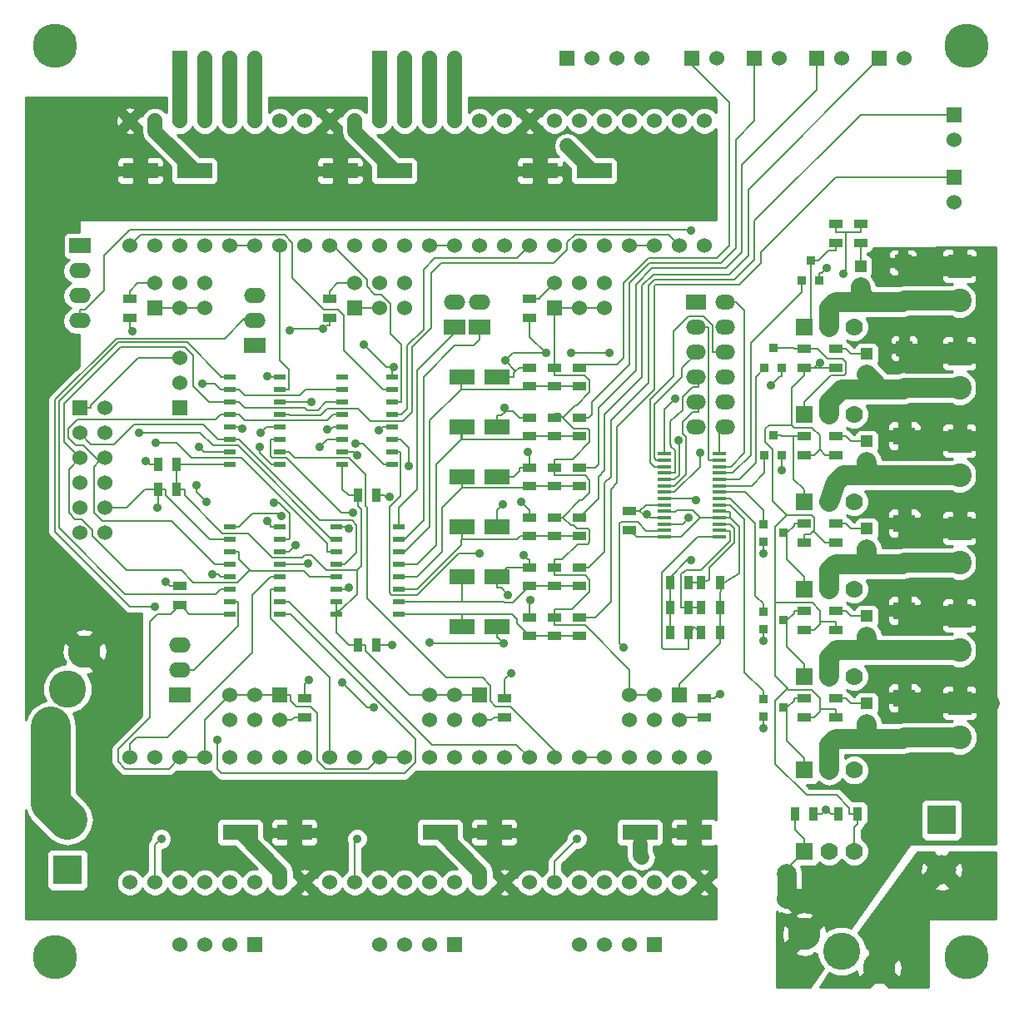
<source format=gtl>
G04 (created by PCBNEW (2013-07-07 BZR 4022)-stable) date 10/10/2013 20:13:21*
%MOIN*%
G04 Gerber Fmt 3.4, Leading zero omitted, Abs format*
%FSLAX34Y34*%
G01*
G70*
G90*
G04 APERTURE LIST*
%ADD10C,0.00590551*%
%ADD11C,0.015*%
%ADD12C,0.07*%
%ADD13R,0.07X0.07*%
%ADD14R,0.036X0.036*%
%ADD15R,0.055X0.035*%
%ADD16R,0.035X0.055*%
%ADD17C,0.06*%
%ADD18R,0.06X0.06*%
%ADD19R,0.0866X0.0709*%
%ADD20R,0.1417X0.063*%
%ADD21R,0.1024X0.063*%
%ADD22C,0.1772*%
%ADD23R,0.1181X0.1181*%
%ADD24C,0.1181*%
%ADD25R,0.045X0.02*%
%ADD26C,0.0944882*%
%ADD27R,0.0944882X0.0944882*%
%ADD28C,0.13*%
%ADD29C,0.149*%
%ADD30C,0.0787*%
%ADD31R,0.0657X0.061*%
%ADD32R,0.0472X0.0472*%
%ADD33R,0.0866X0.06*%
%ADD34O,0.0866X0.06*%
%ADD35R,0.0579X0.0165*%
%ADD36R,0.0787X0.06*%
%ADD37O,0.0787X0.06*%
%ADD38C,0.035*%
%ADD39C,0.008*%
%ADD40C,0.0787008*%
%ADD41C,0.16*%
%ADD42C,0.06*%
%ADD43C,0.01*%
G04 APERTURE END LIST*
G54D10*
G54D11*
X31095Y4842D02*
X31095Y3858D01*
X31095Y3858D02*
X30997Y3858D01*
X30997Y3858D02*
X30997Y4842D01*
X30997Y4842D02*
X30898Y4842D01*
X30898Y4842D02*
X30898Y4055D01*
X30898Y4055D02*
X30800Y4055D01*
X30800Y4055D02*
X30800Y4547D01*
X30800Y4547D02*
X30702Y4547D01*
X30702Y4547D02*
X30702Y3956D01*
X30702Y3956D02*
X30603Y3956D01*
X30603Y3956D02*
X30603Y4744D01*
X30603Y4744D02*
X30505Y4744D01*
X30505Y4744D02*
X30505Y3956D01*
G54D12*
X32500Y9000D03*
X33500Y9000D03*
G54D13*
X31500Y9000D03*
G54D12*
X32500Y12750D03*
X33500Y12750D03*
G54D13*
X31500Y12750D03*
G54D12*
X32500Y16250D03*
X33500Y16250D03*
G54D13*
X31500Y16250D03*
G54D12*
X32500Y19750D03*
X33500Y19750D03*
G54D13*
X31500Y19750D03*
G54D14*
X29850Y14650D03*
X29850Y15350D03*
X30650Y15000D03*
X29850Y11150D03*
X29850Y11850D03*
X30650Y11500D03*
X29850Y18150D03*
X29850Y18850D03*
X30650Y18500D03*
X30600Y21600D03*
X29900Y21600D03*
X30250Y22400D03*
G54D15*
X21500Y19125D03*
X21500Y18375D03*
X21500Y21125D03*
X21500Y20375D03*
X31500Y11125D03*
X31500Y11875D03*
X31500Y14625D03*
X31500Y15375D03*
X32750Y11125D03*
X32750Y11875D03*
X32750Y14625D03*
X32750Y15375D03*
X21500Y25125D03*
X21500Y24375D03*
X21500Y23125D03*
X21500Y22375D03*
X22500Y25125D03*
X22500Y24375D03*
X22500Y23125D03*
X22500Y22375D03*
X22500Y21125D03*
X22500Y20375D03*
X22500Y19125D03*
X22500Y18375D03*
G54D16*
X13625Y20000D03*
X14375Y20000D03*
G54D15*
X6500Y15625D03*
X6500Y16375D03*
X20500Y18375D03*
X20500Y19125D03*
X20500Y20375D03*
X20500Y21125D03*
X20500Y22375D03*
X20500Y23125D03*
X20500Y24375D03*
X20500Y25125D03*
G54D16*
X31125Y7250D03*
X31875Y7250D03*
G54D15*
X20500Y27875D03*
X20500Y27125D03*
X11500Y11125D03*
X11500Y11875D03*
X12500Y27875D03*
X12500Y27125D03*
X4500Y27875D03*
X4500Y27125D03*
X32750Y21625D03*
X32750Y22375D03*
X32750Y18125D03*
X32750Y18875D03*
X31500Y21625D03*
X31500Y22375D03*
X31500Y18125D03*
X31500Y18875D03*
G54D17*
X4500Y30000D03*
X5500Y30000D03*
X6500Y30000D03*
X7500Y30000D03*
X8500Y30000D03*
X9500Y30000D03*
X10500Y30000D03*
X11500Y30000D03*
X11500Y35000D03*
X10500Y35000D03*
X9500Y35000D03*
X8500Y35000D03*
X7500Y35000D03*
X6500Y35000D03*
X5500Y35000D03*
X4500Y35000D03*
X12500Y30000D03*
X13500Y30000D03*
X14500Y30000D03*
X15500Y30000D03*
X16500Y30000D03*
X17500Y30000D03*
X18500Y30000D03*
X19500Y30000D03*
X19500Y35000D03*
X18500Y35000D03*
X17500Y35000D03*
X16500Y35000D03*
X15500Y35000D03*
X14500Y35000D03*
X13500Y35000D03*
X12500Y35000D03*
X11500Y9500D03*
X10500Y9500D03*
X9500Y9500D03*
X8500Y9500D03*
X7500Y9500D03*
X6500Y9500D03*
X5500Y9500D03*
X4500Y9500D03*
X4500Y4500D03*
X5500Y4500D03*
X6500Y4500D03*
X7500Y4500D03*
X8500Y4500D03*
X9500Y4500D03*
X10500Y4500D03*
X11500Y4500D03*
X20500Y30000D03*
X21500Y30000D03*
X22500Y30000D03*
X23500Y30000D03*
X24500Y30000D03*
X25500Y30000D03*
X26500Y30000D03*
X27500Y30000D03*
X27500Y35000D03*
X26500Y35000D03*
X25500Y35000D03*
X24500Y35000D03*
X23500Y35000D03*
X22500Y35000D03*
X21500Y35000D03*
X20500Y35000D03*
G54D18*
X21500Y27500D03*
G54D17*
X21500Y28500D03*
X22500Y27500D03*
X22500Y28500D03*
X23500Y27500D03*
X23500Y28500D03*
G54D18*
X10500Y12000D03*
G54D17*
X10500Y11000D03*
X9500Y12000D03*
X9500Y11000D03*
X8500Y12000D03*
X8500Y11000D03*
G54D18*
X13500Y27500D03*
G54D17*
X13500Y28500D03*
X14500Y27500D03*
X14500Y28500D03*
X15500Y27500D03*
X15500Y28500D03*
G54D18*
X5500Y27500D03*
G54D17*
X5500Y28500D03*
X6500Y27500D03*
X6500Y28500D03*
X7500Y27500D03*
X7500Y28500D03*
G54D19*
X35500Y10310D03*
X35500Y11890D03*
X35500Y20810D03*
X35500Y22390D03*
X35500Y17310D03*
X35500Y18890D03*
X35500Y13810D03*
X35500Y15390D03*
G54D18*
X22000Y37500D03*
G54D17*
X23000Y37500D03*
X24000Y37500D03*
X25000Y37500D03*
G54D18*
X6500Y37500D03*
G54D17*
X7500Y37500D03*
X8500Y37500D03*
X9500Y37500D03*
G54D18*
X14500Y37500D03*
G54D17*
X15500Y37500D03*
X16500Y37500D03*
X17500Y37500D03*
G54D18*
X9500Y2000D03*
G54D17*
X8500Y2000D03*
X7500Y2000D03*
X6500Y2000D03*
G54D20*
X11083Y6500D03*
X8917Y6500D03*
X20917Y33000D03*
X23083Y33000D03*
X12917Y33000D03*
X15083Y33000D03*
X4917Y33000D03*
X7083Y33000D03*
G54D21*
X17791Y20750D03*
X19209Y20750D03*
X17791Y18750D03*
X19209Y18750D03*
X17791Y24750D03*
X19209Y24750D03*
X17791Y22750D03*
X19209Y22750D03*
G54D22*
X1500Y38000D03*
X1500Y1500D03*
X38000Y1500D03*
X38000Y38000D03*
G54D23*
X2000Y5000D03*
G54D24*
X2000Y7000D03*
G54D23*
X37000Y7000D03*
G54D24*
X37000Y5000D03*
G54D16*
X33625Y7250D03*
X32875Y7250D03*
G54D15*
X24500Y18625D03*
X24500Y19375D03*
G54D16*
X6375Y20250D03*
X5625Y20250D03*
G54D18*
X27000Y37500D03*
G54D17*
X28000Y37500D03*
G54D18*
X34500Y37500D03*
G54D17*
X35500Y37500D03*
G54D18*
X32000Y37500D03*
G54D17*
X33000Y37500D03*
G54D18*
X29500Y37500D03*
G54D17*
X30500Y37500D03*
G54D25*
X10500Y21250D03*
X10500Y21750D03*
X10500Y22250D03*
X10500Y22750D03*
X10500Y23250D03*
X10500Y23750D03*
X10500Y24250D03*
X10500Y24750D03*
X8500Y24750D03*
X8500Y24250D03*
X8500Y23750D03*
X8500Y23250D03*
X8500Y22750D03*
X8500Y22250D03*
X8500Y21750D03*
X8500Y21250D03*
X10500Y15250D03*
X10500Y15750D03*
X10500Y16250D03*
X10500Y16750D03*
X10500Y17250D03*
X10500Y17750D03*
X10500Y18250D03*
X10500Y18750D03*
X8500Y18750D03*
X8500Y18250D03*
X8500Y17750D03*
X8500Y17250D03*
X8500Y16750D03*
X8500Y16250D03*
X8500Y15750D03*
X8500Y15250D03*
G54D12*
X32500Y5750D03*
X33500Y5750D03*
G54D13*
X31500Y5750D03*
G54D26*
X37724Y17311D03*
G54D27*
X37724Y18688D03*
G54D26*
X37724Y20811D03*
G54D27*
X37724Y22188D03*
G54D26*
X37724Y10311D03*
G54D27*
X37724Y11688D03*
G54D26*
X37724Y13811D03*
G54D27*
X37724Y15188D03*
G54D28*
X34500Y1070D03*
X31500Y2430D03*
G54D29*
X33000Y1750D03*
G54D28*
X1320Y10750D03*
X2680Y13750D03*
G54D29*
X2000Y12250D03*
G54D30*
X30800Y4842D03*
X30800Y3858D03*
G54D18*
X6500Y23500D03*
G54D17*
X6500Y24500D03*
X6500Y25500D03*
G54D12*
X32500Y26750D03*
X33500Y26750D03*
G54D13*
X31500Y26750D03*
G54D12*
X32500Y23250D03*
X33500Y23250D03*
G54D13*
X31500Y23250D03*
G54D14*
X30600Y25100D03*
X29900Y25100D03*
X30250Y25900D03*
X32100Y28600D03*
X31400Y28600D03*
X31750Y29400D03*
G54D25*
X15000Y21250D03*
X15000Y21750D03*
X15000Y22250D03*
X15000Y22750D03*
X15000Y23250D03*
X15000Y23750D03*
X15000Y24250D03*
X15000Y24750D03*
X13000Y24750D03*
X13000Y24250D03*
X13000Y23750D03*
X13000Y23250D03*
X13000Y22750D03*
X13000Y22250D03*
X13000Y21750D03*
X13000Y21250D03*
G54D15*
X20500Y14375D03*
X20500Y15125D03*
X27500Y11125D03*
X27500Y11875D03*
X19500Y11125D03*
X19500Y11875D03*
X32750Y25125D03*
X32750Y25875D03*
X33750Y30875D03*
X33750Y30125D03*
X22500Y15125D03*
X22500Y14375D03*
X22500Y17125D03*
X22500Y16375D03*
X20500Y16375D03*
X20500Y17125D03*
X21500Y17125D03*
X21500Y16375D03*
X32750Y30875D03*
X32750Y30125D03*
X21500Y15125D03*
X21500Y14375D03*
X31500Y25125D03*
X31500Y25875D03*
G54D16*
X6375Y21250D03*
X5625Y21250D03*
G54D26*
X37724Y27811D03*
G54D27*
X37724Y29188D03*
G54D26*
X37724Y24311D03*
G54D27*
X37724Y25688D03*
G54D17*
X19500Y9500D03*
X18500Y9500D03*
X17500Y9500D03*
X16500Y9500D03*
X15500Y9500D03*
X14500Y9500D03*
X13500Y9500D03*
X12500Y9500D03*
X12500Y4500D03*
X13500Y4500D03*
X14500Y4500D03*
X15500Y4500D03*
X16500Y4500D03*
X17500Y4500D03*
X18500Y4500D03*
X19500Y4500D03*
X27500Y9500D03*
X26500Y9500D03*
X25500Y9500D03*
X24500Y9500D03*
X23500Y9500D03*
X22500Y9500D03*
X21500Y9500D03*
X20500Y9500D03*
X20500Y4500D03*
X21500Y4500D03*
X22500Y4500D03*
X23500Y4500D03*
X24500Y4500D03*
X25500Y4500D03*
X26500Y4500D03*
X27500Y4500D03*
G54D18*
X26500Y12000D03*
G54D17*
X26500Y11000D03*
X25500Y12000D03*
X25500Y11000D03*
X24500Y12000D03*
X24500Y11000D03*
G54D18*
X18500Y12000D03*
G54D17*
X18500Y11000D03*
X17500Y12000D03*
X17500Y11000D03*
X16500Y12000D03*
X16500Y11000D03*
G54D31*
X35450Y27776D03*
X35450Y29337D03*
X35500Y24326D03*
X35500Y25887D03*
G54D18*
X25500Y2000D03*
G54D17*
X24500Y2000D03*
X23500Y2000D03*
X22500Y2000D03*
G54D18*
X17500Y2000D03*
G54D17*
X16500Y2000D03*
X15500Y2000D03*
X14500Y2000D03*
G54D18*
X37500Y32750D03*
G54D17*
X37500Y31750D03*
G54D18*
X37500Y35250D03*
G54D17*
X37500Y34250D03*
G54D20*
X27083Y6500D03*
X24917Y6500D03*
X19083Y6500D03*
X16917Y6500D03*
G54D21*
X17791Y16750D03*
X19209Y16750D03*
X17791Y14750D03*
X19209Y14750D03*
G54D25*
X12750Y15250D03*
X12750Y16250D03*
X12750Y16750D03*
X12750Y17250D03*
X12750Y17750D03*
X12750Y18250D03*
X12750Y18750D03*
X15250Y18750D03*
X15250Y18250D03*
X15250Y17750D03*
X15250Y17250D03*
X15250Y16750D03*
X15250Y16250D03*
X15250Y15750D03*
X15250Y15250D03*
X12750Y15750D03*
G54D18*
X2500Y23500D03*
G54D17*
X3500Y23500D03*
X2500Y22500D03*
X3500Y22500D03*
X2500Y21500D03*
X3500Y21500D03*
X2500Y20500D03*
X3500Y20500D03*
X2500Y19500D03*
X3500Y19500D03*
X2500Y18500D03*
X3500Y18500D03*
G54D32*
X34000Y25663D03*
X34000Y24837D03*
X33750Y29163D03*
X33750Y28337D03*
X34000Y18663D03*
X34000Y17837D03*
X34000Y22163D03*
X34000Y21337D03*
X34000Y15163D03*
X34000Y14337D03*
X34000Y11663D03*
X34000Y10837D03*
G54D33*
X2500Y30000D03*
G54D34*
X2500Y29000D03*
X2500Y28000D03*
X2500Y27000D03*
G54D35*
X28102Y19872D03*
X28102Y20128D03*
X28102Y20384D03*
X28102Y20640D03*
X25900Y19108D03*
X28102Y19104D03*
X28102Y19360D03*
X28102Y19616D03*
X25898Y20896D03*
X25898Y20640D03*
X25898Y20384D03*
X25898Y20128D03*
X25898Y19872D03*
X25898Y19616D03*
X28102Y20896D03*
X25900Y19360D03*
X28102Y18848D03*
X28102Y21152D03*
X25898Y21152D03*
X25898Y18848D03*
X28102Y18593D03*
X28102Y21407D03*
X25898Y21407D03*
X25898Y18593D03*
X28102Y18337D03*
X28102Y21663D03*
X25898Y21663D03*
X25898Y18337D03*
G54D16*
X13625Y14000D03*
X14375Y14000D03*
X28125Y14500D03*
X27375Y14500D03*
X28125Y15500D03*
X27375Y15500D03*
X28125Y16500D03*
X27375Y16500D03*
X26875Y14500D03*
X26125Y14500D03*
X26875Y15500D03*
X26125Y15500D03*
X26875Y16500D03*
X26125Y16500D03*
G54D36*
X27152Y27750D03*
G54D37*
X28348Y27750D03*
X27152Y26750D03*
X28348Y26750D03*
X27152Y25750D03*
X28348Y25750D03*
X27152Y24750D03*
X28348Y24750D03*
X27152Y23750D03*
X28348Y23750D03*
X27152Y22750D03*
X28348Y22750D03*
G54D33*
X9500Y26000D03*
G54D34*
X9500Y27000D03*
X9500Y28000D03*
G54D33*
X6500Y12000D03*
G54D34*
X6500Y13000D03*
X6500Y14000D03*
G54D33*
X18500Y26750D03*
G54D34*
X18500Y27750D03*
G54D33*
X17500Y26750D03*
G54D34*
X17500Y27750D03*
G54D38*
X5750Y6250D03*
X13600Y6250D03*
X22400Y6250D03*
X7385Y24476D03*
X5600Y19500D03*
X14452Y22619D03*
X15681Y21181D03*
X18493Y17689D03*
X13516Y22061D03*
X13592Y21615D03*
X4850Y22500D03*
X10272Y19708D03*
X11139Y18022D03*
X11625Y17281D03*
X5500Y15550D03*
X8000Y10200D03*
X5528Y22114D03*
X26950Y17400D03*
X10900Y26600D03*
X12231Y26660D03*
X19537Y25398D03*
X13850Y26050D03*
X25191Y19240D03*
X22000Y34000D03*
X9982Y18967D03*
X5924Y16547D03*
X12390Y22650D03*
X15050Y25128D03*
X21150Y25700D03*
X23700Y25700D03*
X22150Y25700D03*
X19457Y14081D03*
X16500Y14100D03*
X13260Y16299D03*
X13261Y18684D03*
X11663Y12603D03*
X14999Y14001D03*
X14250Y11500D03*
X13000Y12500D03*
X9001Y22680D03*
X9998Y24761D03*
X5130Y21361D03*
X25000Y5500D03*
X28140Y12028D03*
X30173Y24425D03*
X19636Y16020D03*
X29850Y14191D03*
X19750Y12888D03*
X20522Y15824D03*
X20171Y19750D03*
X20271Y17614D03*
X29850Y10690D03*
X19499Y23500D03*
X30600Y21015D03*
X32387Y29124D03*
X19443Y19659D03*
X14887Y19945D03*
X32353Y7399D03*
X29850Y17692D03*
X7813Y16859D03*
X20417Y21750D03*
X4591Y26585D03*
X12091Y21955D03*
X10564Y19162D03*
X27172Y19805D03*
X27337Y21716D03*
X26466Y22206D03*
X26335Y23882D03*
X26873Y19104D03*
X26950Y30600D03*
X24250Y13925D03*
X11773Y23740D03*
X9725Y22514D03*
X13422Y19316D03*
X9695Y21951D03*
X7550Y19750D03*
X7150Y20400D03*
X7250Y21950D03*
X33065Y28877D03*
X32125Y25325D03*
G54D39*
X4830Y25500D02*
X6500Y25500D01*
X2940Y23610D02*
X4830Y25500D01*
X2940Y23500D02*
X2940Y23610D01*
X2500Y23500D02*
X2940Y23500D01*
X28125Y14500D02*
X28125Y15500D01*
X27967Y13907D02*
X27967Y13917D01*
X26500Y12000D02*
X26500Y12440D01*
X26500Y12440D02*
X27967Y13907D01*
X28125Y14075D02*
X28125Y14500D01*
X27967Y13917D02*
X28125Y14075D01*
X5500Y6000D02*
X5500Y4500D01*
X5750Y6250D02*
X5500Y6000D01*
X13500Y6150D02*
X13500Y4500D01*
X13600Y6250D02*
X13500Y6150D01*
X21500Y5350D02*
X22400Y6250D01*
X21500Y4500D02*
X21500Y5350D01*
X6375Y20250D02*
X6375Y21250D01*
X12750Y14500D02*
X12750Y15250D01*
X13250Y14000D02*
X12750Y14500D01*
X13625Y14000D02*
X13250Y14000D01*
X17500Y12000D02*
X18500Y12000D01*
X14500Y27500D02*
X13500Y27500D01*
X23500Y27500D02*
X22500Y27500D01*
X22500Y9500D02*
X23500Y9500D01*
X17500Y12000D02*
X16500Y12000D01*
X15703Y12000D02*
X16500Y12000D01*
X13940Y13763D02*
X15703Y12000D01*
X13940Y14000D02*
X13940Y13763D01*
X13625Y14000D02*
X13940Y14000D01*
X25500Y30000D02*
X24500Y30000D01*
X22500Y27500D02*
X21500Y27500D01*
X17500Y30000D02*
X16500Y30000D01*
X9500Y30000D02*
X8500Y30000D01*
X21500Y27500D02*
X21500Y25125D01*
X21690Y23275D02*
X21842Y23123D01*
X21500Y23275D02*
X21690Y23275D01*
X21500Y23125D02*
X21500Y23275D01*
X21500Y21440D02*
X21500Y21125D01*
X22225Y21440D02*
X21500Y21440D01*
X22914Y22130D02*
X22225Y21440D01*
X22914Y22622D02*
X22914Y22130D01*
X22847Y22690D02*
X22914Y22622D01*
X22275Y22690D02*
X22847Y22690D01*
X21842Y23123D02*
X22275Y22690D01*
X22328Y23609D02*
X21842Y23123D01*
X22383Y23609D02*
X22328Y23609D01*
X22914Y24141D02*
X22383Y23609D01*
X22914Y24608D02*
X22914Y24141D01*
X22713Y24809D02*
X22914Y24608D01*
X21500Y24809D02*
X22713Y24809D01*
X21500Y25125D02*
X21500Y24809D01*
X10500Y12000D02*
X9500Y12000D01*
X6687Y15437D02*
X6500Y15625D01*
X6687Y15437D02*
X6500Y15625D01*
X6687Y15437D02*
X6687Y15437D01*
X21762Y19126D02*
X21840Y19126D01*
X21760Y19125D02*
X21762Y19126D01*
X21500Y19125D02*
X21760Y19125D01*
X21500Y20809D02*
X21500Y21125D01*
X22724Y20809D02*
X21500Y20809D01*
X22914Y20619D02*
X22724Y20809D01*
X22914Y20122D02*
X22914Y20619D01*
X22587Y19795D02*
X22914Y20122D01*
X22509Y19795D02*
X22587Y19795D01*
X21840Y19126D02*
X22509Y19795D01*
X15500Y9500D02*
X14500Y9500D01*
X9500Y12000D02*
X8500Y12000D01*
X10940Y12000D02*
X10500Y12000D01*
X10940Y11779D02*
X10940Y12000D01*
X11160Y11559D02*
X10940Y11779D01*
X11725Y11559D02*
X11160Y11559D01*
X12000Y11285D02*
X11725Y11559D01*
X12000Y9364D02*
X12000Y11285D01*
X12328Y9035D02*
X12000Y9364D01*
X14035Y9035D02*
X12328Y9035D01*
X14500Y9500D02*
X14035Y9035D01*
X28894Y18741D02*
X28531Y19103D01*
X28894Y16861D02*
X28894Y18741D01*
X28282Y16500D02*
X28894Y16861D01*
X24500Y12000D02*
X25500Y12000D01*
X26329Y19359D02*
X25900Y19359D01*
X26389Y19420D02*
X26329Y19359D01*
X27024Y19420D02*
X26389Y19420D01*
X27337Y19107D02*
X27024Y19420D01*
X13000Y20250D02*
X13000Y21250D01*
X13250Y20000D02*
X13000Y20250D01*
X13625Y20000D02*
X13250Y20000D01*
X6875Y15250D02*
X6687Y15437D01*
X8500Y15250D02*
X6875Y15250D01*
X8500Y21250D02*
X6375Y21250D01*
X13589Y16056D02*
X13589Y17000D01*
X12892Y15360D02*
X13589Y16056D01*
X12750Y15360D02*
X12892Y15360D01*
X13764Y17175D02*
X13589Y17000D01*
X13764Y19445D02*
X13764Y17175D01*
X13625Y19585D02*
X13764Y19445D01*
X13625Y20000D02*
X13625Y19585D01*
X6690Y20250D02*
X6375Y20250D01*
X6690Y20013D02*
X6690Y20250D01*
X8213Y18490D02*
X6690Y20013D01*
X9231Y18490D02*
X8213Y18490D01*
X10212Y17509D02*
X9231Y18490D01*
X11407Y17509D02*
X10212Y17509D01*
X11497Y17600D02*
X11407Y17509D01*
X11752Y17600D02*
X11497Y17600D01*
X12352Y17000D02*
X11752Y17600D01*
X13589Y17000D02*
X12352Y17000D01*
X7500Y11000D02*
X7500Y9500D01*
X8500Y12000D02*
X7500Y11000D01*
X7500Y9500D02*
X6500Y9500D01*
X26566Y18337D02*
X27337Y19107D01*
X25897Y18337D02*
X26566Y18337D01*
X21500Y14809D02*
X21500Y15125D01*
X22716Y14809D02*
X21500Y14809D01*
X24500Y13026D02*
X22716Y14809D01*
X24500Y12000D02*
X24500Y13026D01*
X7500Y27500D02*
X6500Y27500D01*
X6500Y27500D02*
X5500Y27500D01*
X28125Y14500D02*
X28125Y14500D01*
X12750Y15250D02*
X12750Y15360D01*
X12750Y15360D02*
X12750Y15750D01*
X21500Y16809D02*
X21500Y17125D01*
X22726Y16809D02*
X21500Y16809D01*
X22914Y16621D02*
X22726Y16809D01*
X22914Y16141D02*
X22914Y16621D01*
X22213Y15440D02*
X22914Y16141D01*
X21500Y15440D02*
X22213Y15440D01*
X21500Y15125D02*
X21500Y15440D01*
X22157Y18809D02*
X21840Y19126D01*
X22264Y18809D02*
X22157Y18809D01*
X22384Y18690D02*
X22264Y18809D01*
X22848Y18690D02*
X22384Y18690D01*
X22914Y18624D02*
X22848Y18690D01*
X22914Y18130D02*
X22914Y18624D01*
X22844Y18059D02*
X22914Y18130D01*
X22434Y18059D02*
X22844Y18059D01*
X21814Y17440D02*
X22434Y18059D01*
X21500Y17440D02*
X21814Y17440D01*
X21500Y17125D02*
X21500Y17440D01*
X28531Y19103D02*
X28101Y19103D01*
X27669Y19107D02*
X27337Y19107D01*
X27672Y19103D02*
X27669Y19107D01*
X28101Y19103D02*
X27672Y19103D01*
X28102Y19103D02*
X28102Y19104D01*
X28101Y19103D02*
X28102Y19103D01*
X25900Y19360D02*
X25900Y19359D01*
X28102Y19360D02*
X28102Y19359D01*
X28531Y19359D02*
X28102Y19359D01*
X28531Y19103D02*
X28531Y19359D01*
X28102Y19359D02*
X28101Y19359D01*
X28125Y16500D02*
X28282Y16500D01*
X28125Y16500D02*
X28125Y16500D01*
X28125Y15500D02*
X28125Y15500D01*
X28125Y15500D02*
X28125Y15914D01*
X28125Y15914D02*
X28150Y16350D01*
X28150Y16350D02*
X28282Y16500D01*
X6500Y15625D02*
X6499Y15625D01*
X6125Y15250D02*
X6499Y15625D01*
X5600Y15250D02*
X6125Y15250D01*
X5300Y14950D02*
X5600Y15250D01*
X5300Y11100D02*
X5300Y14950D01*
X4038Y9838D02*
X5300Y11100D01*
X4038Y9332D02*
X4038Y9838D01*
X4312Y9057D02*
X4038Y9332D01*
X6058Y9057D02*
X4312Y9057D01*
X6500Y9500D02*
X6058Y9057D01*
X6499Y15625D02*
X6500Y15625D01*
X21500Y19125D02*
X21500Y19125D01*
X24500Y18625D02*
X24644Y18481D01*
X24788Y18337D02*
X25897Y18337D01*
X24644Y18481D02*
X24788Y18337D01*
X24643Y18481D02*
X24500Y18625D01*
X24644Y18481D02*
X24643Y18481D01*
G54D40*
X31942Y3857D02*
X31950Y3850D01*
X30800Y3857D02*
X31942Y3857D01*
X35701Y22188D02*
X35500Y22390D01*
X37724Y22188D02*
X35701Y22188D01*
X35701Y18688D02*
X35500Y18890D01*
X37724Y18688D02*
X35701Y18688D01*
X35598Y29188D02*
X35450Y29337D01*
X37724Y29188D02*
X35598Y29188D01*
X35698Y25688D02*
X35500Y25887D01*
X37724Y25688D02*
X35698Y25688D01*
X38688Y15188D02*
X37724Y15188D01*
X38750Y15250D02*
X38688Y15188D01*
X38750Y11877D02*
X38750Y15250D01*
X38938Y11688D02*
X38750Y11877D01*
X37724Y11688D02*
X38938Y11688D01*
X35701Y15188D02*
X35500Y15390D01*
X37724Y15188D02*
X35701Y15188D01*
X35701Y11688D02*
X35500Y11890D01*
X37724Y11688D02*
X35701Y11688D01*
X38750Y15250D02*
X38750Y18688D01*
X37724Y25688D02*
X38750Y25688D01*
X38688Y29188D02*
X37724Y29188D01*
X38750Y29250D02*
X38688Y29188D01*
X38750Y25688D02*
X38750Y29250D01*
X37724Y22188D02*
X38750Y22188D01*
X38750Y22188D02*
X38750Y25688D01*
X37724Y18688D02*
X38750Y18688D01*
X38750Y18688D02*
X38750Y22188D01*
G54D39*
X4350Y19500D02*
X3500Y19500D01*
X5100Y20250D02*
X4350Y19500D01*
X5625Y20250D02*
X5100Y20250D01*
X7908Y24476D02*
X7385Y24476D01*
X8134Y24250D02*
X7908Y24476D01*
X8500Y24250D02*
X8134Y24250D01*
X5625Y19525D02*
X5625Y20250D01*
X5600Y19500D02*
X5625Y19525D01*
X7703Y18250D02*
X8500Y18250D01*
X5940Y20013D02*
X7703Y18250D01*
X5940Y20250D02*
X5940Y20013D01*
X5625Y20250D02*
X5940Y20250D01*
X11535Y24250D02*
X13000Y24250D01*
X11295Y24009D02*
X11535Y24250D01*
X9105Y24009D02*
X11295Y24009D01*
X8865Y24250D02*
X9105Y24009D01*
X8500Y24250D02*
X8865Y24250D01*
X26874Y13835D02*
X26874Y14292D01*
X25878Y13835D02*
X26874Y13835D01*
X25808Y13904D02*
X25878Y13835D01*
X25808Y16908D02*
X25808Y13904D01*
X27237Y18337D02*
X25808Y16908D01*
X28101Y18337D02*
X27237Y18337D01*
X28101Y18337D02*
X28102Y18337D01*
X27374Y14500D02*
X27375Y14500D01*
X27059Y14727D02*
X26874Y14292D01*
X27059Y14750D02*
X27059Y14727D01*
X27374Y14500D02*
X27059Y14750D01*
X26874Y14292D02*
X26874Y14344D01*
X26874Y14344D02*
X26874Y14396D01*
X26875Y14344D02*
X26875Y14500D01*
X26874Y14344D02*
X26875Y14344D01*
X26600Y16900D02*
X26650Y16900D01*
X28531Y18592D02*
X28531Y18196D01*
X28102Y18592D02*
X28531Y18592D01*
X26559Y16859D02*
X26600Y16900D01*
X26559Y15500D02*
X26875Y15500D01*
X26559Y16587D02*
X26559Y15500D01*
X26559Y16587D02*
X26559Y16859D01*
X28531Y18181D02*
X28531Y18196D01*
X27350Y17000D02*
X28531Y18181D01*
X26750Y17000D02*
X27350Y17000D01*
X26650Y16900D02*
X26750Y17000D01*
X28101Y18592D02*
X28102Y18592D01*
X28102Y18592D02*
X28102Y18592D01*
X26875Y15500D02*
X27374Y15500D01*
X27374Y15500D02*
X27375Y15500D01*
X26874Y16500D02*
X26875Y16500D01*
X26875Y16500D02*
X27375Y16500D01*
X28102Y18848D02*
X28101Y18848D01*
X28531Y18848D02*
X28102Y18848D01*
X28711Y18667D02*
X28531Y18848D01*
X28711Y18122D02*
X28711Y18667D01*
X27700Y17100D02*
X28711Y18122D01*
X27700Y16600D02*
X27700Y17100D01*
X27375Y16500D02*
X27700Y16600D01*
X28102Y18848D02*
X28102Y18847D01*
X28531Y19616D02*
X28102Y19616D01*
X29107Y19039D02*
X28531Y19616D01*
X29107Y12912D02*
X29107Y19039D01*
X29850Y12170D02*
X29107Y12912D01*
X29850Y11850D02*
X29850Y12170D01*
X28102Y19616D02*
X28102Y19615D01*
X28102Y19616D02*
X28102Y19616D01*
X28102Y19872D02*
X28101Y19872D01*
X28531Y19872D02*
X28102Y19872D01*
X29529Y18874D02*
X28531Y19872D01*
X29529Y15990D02*
X29529Y18874D01*
X29850Y15670D02*
X29529Y15990D01*
X29850Y15350D02*
X29850Y15670D01*
X28102Y19872D02*
X28102Y19872D01*
X28102Y20127D02*
X28101Y20127D01*
X29122Y20127D02*
X28102Y20127D01*
X29850Y19400D02*
X29122Y20127D01*
X29850Y18850D02*
X29850Y19400D01*
X28102Y20127D02*
X28102Y20127D01*
X28102Y20383D02*
X28101Y20383D01*
X29383Y20383D02*
X28102Y20383D01*
X29900Y20900D02*
X29383Y20383D01*
X29900Y21600D02*
X29900Y20900D01*
X28102Y20383D02*
X28102Y20384D01*
X29550Y24750D02*
X29900Y25100D01*
X29550Y21300D02*
X29550Y24750D01*
X28890Y20640D02*
X29550Y21300D01*
X28102Y20640D02*
X28890Y20640D01*
X28101Y20640D02*
X28102Y20640D01*
X31400Y28150D02*
X31400Y28600D01*
X29350Y26100D02*
X31400Y28150D01*
X29350Y21600D02*
X29350Y26100D01*
X28646Y20895D02*
X29350Y21600D01*
X28102Y20895D02*
X28646Y20895D01*
X28101Y20895D02*
X28102Y20895D01*
X12634Y23250D02*
X13000Y23250D01*
X12394Y23009D02*
X12634Y23250D01*
X9105Y23009D02*
X12394Y23009D01*
X8865Y23250D02*
X9105Y23009D01*
X8500Y23250D02*
X8865Y23250D01*
X3366Y21366D02*
X3279Y21366D01*
X3500Y21500D02*
X3366Y21366D01*
X3059Y21146D02*
X3279Y21366D01*
X3059Y19307D02*
X3059Y21146D01*
X3399Y18968D02*
X3059Y19307D01*
X6171Y18968D02*
X3399Y18968D01*
X7889Y17250D02*
X6171Y18968D01*
X8500Y17250D02*
X7889Y17250D01*
X8134Y23250D02*
X8500Y23250D01*
X7918Y23033D02*
X8134Y23250D01*
X2397Y23033D02*
X7918Y23033D01*
X2048Y22684D02*
X2397Y23033D01*
X2048Y22304D02*
X2048Y22684D01*
X2339Y22013D02*
X2048Y22304D01*
X2632Y22013D02*
X2339Y22013D01*
X3279Y21366D02*
X2632Y22013D01*
G54D40*
X32500Y10000D02*
X32500Y9000D01*
X32750Y10250D02*
X32500Y10000D01*
X34257Y10250D02*
X32750Y10250D01*
X34000Y10507D02*
X34000Y10837D01*
X34257Y10250D02*
X34000Y10507D01*
X35501Y10311D02*
X35500Y10309D01*
X37724Y10311D02*
X35501Y10311D01*
X35440Y10250D02*
X34257Y10250D01*
X35500Y10309D02*
X35440Y10250D01*
X35500Y10309D02*
X35500Y10310D01*
X32500Y13500D02*
X32500Y12750D01*
X32809Y13809D02*
X32500Y13500D01*
X34287Y13809D02*
X32809Y13809D01*
X34000Y14097D02*
X34000Y14337D01*
X34287Y13809D02*
X34000Y14097D01*
X35501Y13811D02*
X35500Y13810D01*
X37724Y13811D02*
X35501Y13811D01*
X35500Y13809D02*
X34287Y13809D01*
X35500Y13810D02*
X35500Y13809D01*
X35500Y13810D02*
X35500Y13810D01*
X35500Y13810D02*
X35500Y13810D01*
X35500Y13810D02*
X35500Y13809D01*
X32500Y17000D02*
X32500Y16250D01*
X32750Y17250D02*
X32500Y17000D01*
X34257Y17250D02*
X32750Y17250D01*
X34000Y17507D02*
X34000Y17837D01*
X34257Y17250D02*
X34000Y17507D01*
X35501Y17311D02*
X35500Y17309D01*
X37724Y17311D02*
X35501Y17311D01*
X35440Y17250D02*
X34257Y17250D01*
X35500Y17309D02*
X35440Y17250D01*
X35500Y17309D02*
X35500Y17310D01*
X32750Y20500D02*
X32500Y19750D01*
X33059Y20810D02*
X32750Y20500D01*
X34287Y20810D02*
X33059Y20810D01*
X34000Y21097D02*
X34000Y21337D01*
X34287Y20810D02*
X34000Y21097D01*
X35500Y20810D02*
X34287Y20810D01*
X35601Y20811D02*
X37724Y20811D01*
X35600Y20810D02*
X35601Y20811D01*
X35500Y20810D02*
X35600Y20810D01*
X34343Y24493D02*
X34343Y24250D01*
X34000Y24837D02*
X34343Y24493D01*
X32500Y23750D02*
X32500Y23250D01*
X33000Y24250D02*
X32500Y23750D01*
X34343Y24250D02*
X33000Y24250D01*
X35453Y24250D02*
X34343Y24250D01*
X35514Y24311D02*
X35453Y24250D01*
X37724Y24311D02*
X35514Y24311D01*
X35514Y24311D02*
X35500Y24325D01*
X35485Y27811D02*
X35450Y27775D01*
X37724Y27811D02*
X35485Y27811D01*
X35424Y27750D02*
X34087Y27750D01*
X35450Y27775D02*
X35424Y27750D01*
X32500Y27500D02*
X32500Y26750D01*
X32750Y27750D02*
X32500Y27500D01*
X34087Y27750D02*
X32750Y27750D01*
X33750Y28087D02*
X33750Y28337D01*
X34087Y27750D02*
X33750Y28087D01*
G54D41*
X1320Y10750D02*
X1320Y7680D01*
X1320Y7680D02*
X2000Y7000D01*
G54D40*
X34500Y2500D02*
X37000Y5000D01*
X34500Y1070D02*
X34500Y2500D01*
G54D39*
X8134Y16250D02*
X8500Y16250D01*
X7939Y16054D02*
X8134Y16250D01*
X4315Y16054D02*
X7939Y16054D01*
X1669Y18700D02*
X4315Y16054D01*
X1669Y23765D02*
X1669Y18700D01*
X4031Y26127D02*
X1669Y23765D01*
X6787Y26127D02*
X4031Y26127D01*
X8134Y24780D02*
X6787Y26127D01*
X8134Y24750D02*
X8134Y24780D01*
X8500Y24750D02*
X8134Y24750D01*
X4940Y30440D02*
X4500Y30000D01*
X10684Y30440D02*
X4940Y30440D01*
X11000Y30124D02*
X10684Y30440D01*
X11000Y28713D02*
X11000Y30124D01*
X12273Y27440D02*
X11000Y28713D01*
X12838Y27440D02*
X12273Y27440D01*
X13059Y27218D02*
X12838Y27440D01*
X13059Y25825D02*
X13059Y27218D01*
X14634Y24250D02*
X13059Y25825D01*
X15000Y24250D02*
X14634Y24250D01*
X12638Y30000D02*
X12500Y30000D01*
X14000Y28638D02*
X12638Y30000D01*
X14000Y28367D02*
X14000Y28638D01*
X14308Y28059D02*
X14000Y28367D01*
X14572Y28059D02*
X14308Y28059D01*
X14940Y27692D02*
X14572Y28059D01*
X14940Y26473D02*
X14940Y27692D01*
X15369Y26044D02*
X14940Y26473D01*
X15369Y23753D02*
X15369Y26044D01*
X15365Y23750D02*
X15369Y23753D01*
X15000Y23750D02*
X15365Y23750D01*
X20000Y29500D02*
X20500Y30000D01*
X16700Y29500D02*
X20000Y29500D01*
X16250Y29050D02*
X16700Y29500D01*
X16250Y26650D02*
X16250Y29050D01*
X15600Y26000D02*
X16250Y26650D01*
X15600Y23484D02*
X15600Y26000D01*
X15365Y23250D02*
X15600Y23484D01*
X15000Y23250D02*
X15365Y23250D01*
X14582Y22750D02*
X14452Y22619D01*
X15000Y22750D02*
X14582Y22750D01*
X15681Y21913D02*
X15681Y21181D01*
X15345Y22250D02*
X15681Y21913D01*
X15000Y22250D02*
X15345Y22250D01*
X17665Y17689D02*
X18493Y17689D01*
X16000Y16024D02*
X17665Y17689D01*
X14977Y16024D02*
X16000Y16024D01*
X14904Y16096D02*
X14977Y16024D01*
X14904Y19532D02*
X14904Y16096D01*
X15345Y19972D02*
X14904Y19532D01*
X15345Y21750D02*
X15345Y19972D01*
X15000Y21750D02*
X15345Y21750D01*
X13843Y22061D02*
X14654Y21250D01*
X13516Y22061D02*
X13843Y22061D01*
X15000Y21250D02*
X14654Y21250D01*
X13000Y21750D02*
X13457Y21750D01*
X13457Y21750D02*
X13592Y21615D01*
G54D42*
X8500Y37500D02*
X8500Y35000D01*
X9500Y37500D02*
X9500Y35000D01*
X7500Y37500D02*
X7500Y35000D01*
X6500Y37500D02*
X6500Y35000D01*
X16500Y37500D02*
X16500Y35000D01*
X17500Y37500D02*
X17500Y35000D01*
X15500Y37500D02*
X15500Y35000D01*
X14500Y37500D02*
X14500Y35000D01*
G54D39*
X18500Y26250D02*
X18500Y26750D01*
X18250Y26000D02*
X18500Y26250D01*
X17500Y26000D02*
X18250Y26000D01*
X16250Y24750D02*
X17500Y26000D01*
X16250Y19000D02*
X16250Y24750D01*
X15500Y18250D02*
X16250Y19000D01*
X15250Y18250D02*
X15500Y18250D01*
X15250Y18250D02*
X15067Y18250D01*
X17500Y26500D02*
X17500Y26750D01*
X16000Y25000D02*
X17500Y26500D01*
X16000Y20250D02*
X16000Y25000D01*
X15250Y19500D02*
X16000Y20250D01*
X15250Y18750D02*
X15250Y19500D01*
X15250Y18750D02*
X15100Y18750D01*
X15250Y15250D02*
X17790Y15250D01*
X17790Y14750D02*
X17790Y15250D01*
X21500Y14375D02*
X21500Y14374D01*
X21500Y14374D02*
X22500Y14374D01*
X22500Y14375D02*
X22500Y14374D01*
X20500Y14375D02*
X20499Y14374D01*
X20000Y14874D02*
X20499Y14374D01*
X20000Y15050D02*
X20000Y14874D01*
X19800Y15250D02*
X20000Y15050D01*
X17790Y15250D02*
X19800Y15250D01*
X20500Y14374D02*
X21500Y14374D01*
X20499Y14374D02*
X20500Y14374D01*
X17790Y15790D02*
X17750Y15750D01*
X17790Y16750D02*
X17790Y15790D01*
X15250Y15750D02*
X17750Y15750D01*
X21500Y16374D02*
X21500Y16375D01*
X19825Y15700D02*
X20500Y16374D01*
X19500Y15700D02*
X19825Y15700D01*
X19450Y15750D02*
X19500Y15700D01*
X17750Y15750D02*
X19450Y15750D01*
X20500Y16374D02*
X21500Y16374D01*
X20500Y16374D02*
X20500Y16375D01*
X21500Y16374D02*
X22499Y16374D01*
X22499Y16374D02*
X22500Y16374D01*
X22499Y16374D02*
X22500Y16375D01*
X17750Y18250D02*
X17790Y18250D01*
X17750Y18000D02*
X17750Y18250D01*
X16000Y16250D02*
X17750Y18000D01*
X15250Y16250D02*
X16000Y16250D01*
X20500Y18374D02*
X20425Y18300D01*
X20125Y18374D02*
X20500Y18374D01*
X20000Y18250D02*
X20125Y18374D01*
X17790Y18250D02*
X20000Y18250D01*
X17790Y18750D02*
X17790Y18250D01*
X20500Y18374D02*
X20500Y18374D01*
X20500Y18374D02*
X20500Y18375D01*
X22500Y18374D02*
X22499Y18374D01*
X22499Y18374D02*
X22500Y18375D01*
X22499Y18374D02*
X21499Y18374D01*
X21499Y18374D02*
X20500Y18374D01*
X21499Y18374D02*
X21500Y18375D01*
X16000Y16750D02*
X15250Y16750D01*
X17000Y17750D02*
X16000Y16750D01*
X17000Y19500D02*
X17000Y17750D01*
X17800Y20300D02*
X17000Y19500D01*
X17790Y20309D02*
X17790Y20750D01*
X17800Y20300D02*
X17790Y20309D01*
X20425Y20300D02*
X17800Y20300D01*
X20500Y20374D02*
X20425Y20300D01*
X20500Y20374D02*
X20500Y20374D01*
X20500Y20374D02*
X20500Y20375D01*
X22500Y20374D02*
X22499Y20374D01*
X22499Y20374D02*
X22500Y20375D01*
X21500Y20374D02*
X20500Y20374D01*
X22499Y20374D02*
X21500Y20374D01*
X21500Y20374D02*
X21500Y20375D01*
X17790Y22750D02*
X17790Y22500D01*
X20374Y22250D02*
X20500Y22375D01*
X17790Y22250D02*
X20374Y22250D01*
X17790Y22500D02*
X17790Y22250D01*
X16000Y17250D02*
X15250Y17250D01*
X16750Y18000D02*
X16000Y17250D01*
X16750Y21250D02*
X16750Y18000D01*
X17750Y22250D02*
X16750Y21250D01*
X17750Y22459D02*
X17750Y22250D01*
X17790Y22500D02*
X17750Y22459D01*
X20500Y22375D02*
X21500Y22375D01*
X21500Y22375D02*
X22500Y22375D01*
X17750Y24709D02*
X17790Y24750D01*
X17750Y24250D02*
X17750Y24709D01*
X16500Y23000D02*
X17750Y24250D01*
X16500Y18750D02*
X16500Y23000D01*
X15500Y17750D02*
X16500Y18750D01*
X15250Y17750D02*
X15500Y17750D01*
X20374Y24250D02*
X20500Y24375D01*
X17750Y24250D02*
X20374Y24250D01*
X20500Y24375D02*
X21500Y24375D01*
X21500Y24375D02*
X22500Y24375D01*
X12581Y18250D02*
X12750Y18250D01*
X8836Y21995D02*
X12581Y18250D01*
X7816Y21995D02*
X8836Y21995D01*
X7289Y22521D02*
X7816Y21995D01*
X4850Y22500D02*
X7289Y22521D01*
X12348Y23750D02*
X13000Y23750D01*
X12018Y23420D02*
X12348Y23750D01*
X11583Y23420D02*
X12018Y23420D01*
X11493Y23509D02*
X11583Y23420D01*
X9105Y23509D02*
X11493Y23509D01*
X8865Y23750D02*
X9105Y23509D01*
X8500Y23750D02*
X8865Y23750D01*
X9306Y16990D02*
X9294Y17002D01*
X11461Y16990D02*
X9306Y16990D01*
X11701Y16750D02*
X11461Y16990D01*
X12750Y16750D02*
X11701Y16750D01*
X8865Y17431D02*
X9294Y17002D01*
X8865Y17750D02*
X8865Y17431D01*
X8500Y17750D02*
X8865Y17750D01*
X8801Y16509D02*
X9294Y17002D01*
X7047Y16509D02*
X8801Y16509D01*
X6562Y16994D02*
X7047Y16509D01*
X4373Y16994D02*
X6562Y16994D01*
X3000Y18368D02*
X4373Y16994D01*
X3000Y18623D02*
X3000Y18368D01*
X2563Y19059D02*
X3000Y18623D01*
X2312Y19059D02*
X2563Y19059D01*
X2054Y19317D02*
X2312Y19059D01*
X2054Y21054D02*
X2054Y19317D01*
X2500Y21500D02*
X2054Y21054D01*
X7658Y23750D02*
X8500Y23750D01*
X7016Y24392D02*
X7658Y23750D01*
X7016Y25623D02*
X7016Y24392D01*
X6692Y25947D02*
X7016Y25623D01*
X4122Y25947D02*
X6692Y25947D01*
X1850Y23675D02*
X4122Y25947D01*
X1850Y22149D02*
X1850Y23675D01*
X2500Y21500D02*
X1850Y22149D01*
X10865Y18250D02*
X10500Y18250D01*
X10904Y18288D02*
X10865Y18250D01*
X10904Y19275D02*
X10904Y18288D01*
X10471Y19708D02*
X10904Y19275D01*
X10272Y19708D02*
X10471Y19708D01*
X10866Y17750D02*
X11139Y18022D01*
X10500Y17750D02*
X10866Y17750D01*
X11593Y17250D02*
X11625Y17281D01*
X10500Y17250D02*
X11593Y17250D01*
X4500Y10050D02*
X4500Y9500D01*
X4750Y10300D02*
X4500Y10050D01*
X6000Y10300D02*
X4750Y10300D01*
X9409Y13709D02*
X6000Y10300D01*
X9409Y16025D02*
X9409Y13709D01*
X10134Y16750D02*
X9409Y16025D01*
X10500Y16750D02*
X10134Y16750D01*
X12500Y12720D02*
X12500Y9500D01*
X10134Y15085D02*
X12500Y12720D01*
X10134Y16250D02*
X10134Y15085D01*
X10500Y16250D02*
X10134Y16250D01*
X19977Y10022D02*
X20500Y9500D01*
X16592Y10022D02*
X19977Y10022D01*
X10865Y15750D02*
X16592Y10022D01*
X10500Y15750D02*
X10865Y15750D01*
X15488Y8871D02*
X8178Y8871D01*
X10500Y15250D02*
X10938Y15250D01*
X15936Y10252D02*
X10938Y15250D01*
X15936Y9318D02*
X15936Y10252D01*
X15488Y8871D02*
X15936Y9318D01*
X5500Y15550D02*
X4500Y15550D01*
X8000Y9050D02*
X8000Y10200D01*
X8178Y8871D02*
X8000Y9050D01*
X1500Y18550D02*
X1500Y18549D01*
X1500Y23828D02*
X1500Y18550D01*
X3960Y26287D02*
X1500Y23828D01*
X8287Y26287D02*
X3960Y26287D01*
X9079Y27079D02*
X8287Y26287D01*
X9500Y27079D02*
X9079Y27079D01*
X9500Y27000D02*
X9500Y27079D01*
X4500Y15550D02*
X4500Y15550D01*
X4500Y15550D02*
X1800Y18250D01*
X1500Y18549D02*
X1800Y18250D01*
X8845Y14791D02*
X8845Y15750D01*
X7053Y13000D02*
X8845Y14791D01*
X6500Y13000D02*
X7053Y13000D01*
X8500Y15750D02*
X8845Y15750D01*
X8041Y22250D02*
X8500Y22250D01*
X7438Y22853D02*
X8041Y22250D01*
X4660Y22853D02*
X7438Y22853D01*
X3865Y22058D02*
X4660Y22853D01*
X2941Y22058D02*
X3865Y22058D01*
X2500Y22500D02*
X2941Y22058D01*
X8865Y22250D02*
X8500Y22250D01*
X12114Y19000D02*
X8865Y22250D01*
X13394Y19000D02*
X12114Y19000D01*
X13578Y18816D02*
X13394Y19000D01*
X13578Y17712D02*
X13578Y18816D01*
X13115Y17250D02*
X13578Y17712D01*
X12750Y17250D02*
X13115Y17250D01*
X6352Y22114D02*
X5528Y22114D01*
X6957Y21509D02*
X6352Y22114D01*
X8951Y21509D02*
X6957Y21509D01*
X12384Y18075D02*
X8951Y21509D01*
X12384Y17750D02*
X12384Y18075D01*
X12750Y17750D02*
X12384Y17750D01*
X26950Y17400D02*
X26800Y17400D01*
X26125Y16725D02*
X26125Y16500D01*
X26800Y17400D02*
X26125Y16725D01*
X12231Y26660D02*
X10960Y26660D01*
X10960Y26660D02*
X10900Y26600D01*
X12231Y26660D02*
X12381Y26809D01*
X12381Y26809D02*
X12500Y26809D01*
X12500Y26809D02*
X12500Y27125D01*
X21150Y25700D02*
X19838Y25700D01*
X19537Y25398D02*
X19947Y24987D01*
X19838Y25700D02*
X19537Y25398D01*
X20500Y17125D02*
X19584Y17125D01*
X19584Y17125D02*
X19209Y16750D01*
X28102Y21663D02*
X28102Y22602D01*
X28102Y22602D02*
X28250Y22750D01*
X15050Y25128D02*
X14771Y25128D01*
X14771Y25128D02*
X13850Y26050D01*
X25900Y19108D02*
X25323Y19108D01*
X25191Y19240D02*
X25050Y19240D01*
X25050Y19240D02*
X24914Y19374D01*
X25323Y19108D02*
X25191Y19240D01*
X10134Y18750D02*
X10500Y18750D01*
X10134Y18815D02*
X10134Y18750D01*
X9982Y18967D02*
X10134Y18815D01*
X12634Y22750D02*
X13000Y22750D01*
X12535Y22650D02*
X12634Y22750D01*
X12390Y22650D02*
X12535Y22650D01*
X15000Y25078D02*
X15000Y24750D01*
X15050Y25128D02*
X15000Y25078D01*
X20500Y26350D02*
X21150Y25700D01*
X20500Y27125D02*
X20500Y26350D01*
X22150Y25700D02*
X23700Y25700D01*
X19209Y14294D02*
X19209Y14750D01*
X19243Y14294D02*
X19209Y14294D01*
X19457Y14081D02*
X19243Y14294D01*
X16518Y14081D02*
X16500Y14100D01*
X19457Y14081D02*
X16518Y14081D01*
X13115Y16250D02*
X12750Y16250D01*
X13164Y16299D02*
X13115Y16250D01*
X13260Y16299D02*
X13164Y16299D01*
X13115Y18750D02*
X12750Y18750D01*
X13180Y18684D02*
X13115Y18750D01*
X13261Y18684D02*
X13180Y18684D01*
X14690Y14000D02*
X14375Y14000D01*
X14691Y14001D02*
X14690Y14000D01*
X14999Y14001D02*
X14691Y14001D01*
X14000Y11500D02*
X14250Y11500D01*
X13000Y12500D02*
X14000Y11500D01*
X8865Y22750D02*
X8500Y22750D01*
X8934Y22680D02*
X8865Y22750D01*
X9001Y22680D02*
X8934Y22680D01*
X10134Y24750D02*
X10500Y24750D01*
X10123Y24761D02*
X10134Y24750D01*
X9998Y24761D02*
X10123Y24761D01*
X5309Y21250D02*
X5625Y21250D01*
X5197Y21361D02*
X5309Y21250D01*
X5130Y21361D02*
X5197Y21361D01*
G54D42*
X13500Y34582D02*
X15082Y33000D01*
X13500Y35000D02*
X13500Y34582D01*
X5500Y34582D02*
X7082Y33000D01*
X5500Y35000D02*
X5500Y34582D01*
X10500Y4916D02*
X8917Y6500D01*
X10500Y4500D02*
X10500Y4916D01*
X18500Y4916D02*
X16917Y6500D01*
X18500Y4500D02*
X18500Y4916D01*
G54D39*
X30528Y24779D02*
X30173Y24425D01*
X30600Y24779D02*
X30528Y24779D01*
X30600Y25100D02*
X30600Y24779D01*
X19362Y16294D02*
X19636Y16020D01*
X19209Y16294D02*
X19362Y16294D01*
X19209Y16750D02*
X19209Y16294D01*
X29850Y14191D02*
X29850Y14650D01*
X20085Y25125D02*
X19947Y24987D01*
X20500Y25125D02*
X20085Y25125D01*
X19861Y24750D02*
X19209Y24750D01*
X19947Y24987D02*
X19861Y24901D01*
X19861Y24901D02*
X19861Y24750D01*
X29850Y11150D02*
X29850Y10690D01*
X19557Y23442D02*
X19557Y23384D01*
X19499Y23500D02*
X19557Y23442D01*
X19377Y23205D02*
X19557Y23384D01*
X19209Y23205D02*
X19377Y23205D01*
X19209Y22750D02*
X19209Y23205D01*
X20085Y23125D02*
X20500Y23125D01*
X19825Y23384D02*
X20085Y23125D01*
X19557Y23384D02*
X19825Y23384D01*
X30600Y21016D02*
X30600Y21600D01*
X30600Y21015D02*
X30600Y21016D01*
X32182Y28920D02*
X32387Y29124D01*
X32100Y28920D02*
X32182Y28920D01*
X32100Y28600D02*
X32100Y28920D01*
X19209Y19425D02*
X19209Y18750D01*
X19443Y19659D02*
X19209Y19425D01*
X32353Y7399D02*
X32353Y7364D01*
X14744Y19945D02*
X14887Y19945D01*
X14690Y20000D02*
X14744Y19945D01*
X14375Y20000D02*
X14690Y20000D01*
X29850Y17692D02*
X29850Y18150D01*
X8025Y16859D02*
X7813Y16859D01*
X8134Y16750D02*
X8025Y16859D01*
X8500Y16750D02*
X8134Y16750D01*
X19861Y20750D02*
X19209Y20750D01*
X20085Y20973D02*
X19861Y20750D01*
X20085Y21125D02*
X20085Y20973D01*
X20500Y21125D02*
X20085Y21125D01*
X20500Y21667D02*
X20500Y21125D01*
X20417Y21750D02*
X20500Y21667D01*
X4500Y26676D02*
X4500Y27125D01*
X4591Y26585D02*
X4500Y26676D01*
X32304Y7364D02*
X32353Y7364D01*
X32190Y7250D02*
X32304Y7364D01*
X31875Y7250D02*
X32190Y7250D01*
X26125Y16664D02*
X26182Y16664D01*
X26125Y16500D02*
X26125Y16664D01*
X26125Y15707D02*
X26125Y15707D01*
X26125Y15229D02*
X26125Y15500D01*
X26125Y15228D02*
X26125Y15229D01*
G54D42*
X24916Y5583D02*
X25000Y5500D01*
X24916Y6041D02*
X24916Y5583D01*
X23000Y33000D02*
X23082Y33000D01*
X22000Y34000D02*
X23000Y33000D01*
X23082Y33000D02*
X23083Y33000D01*
G54D39*
X19500Y12638D02*
X19500Y11875D01*
X19750Y12888D02*
X19500Y12638D01*
X19500Y11875D02*
X19500Y11874D01*
X31874Y7250D02*
X31875Y7250D01*
X11500Y12440D02*
X11500Y11875D01*
X11663Y12603D02*
X11500Y12440D01*
X11500Y11875D02*
X11500Y11874D01*
X25155Y19616D02*
X25897Y19616D01*
X24914Y19374D02*
X25155Y19616D01*
X25897Y19616D02*
X25897Y19615D01*
X25897Y19616D02*
X25897Y19616D01*
X26125Y15707D02*
X26125Y16228D01*
X26125Y15500D02*
X26125Y15603D01*
X26125Y15603D02*
X26125Y15707D01*
X26125Y15603D02*
X26125Y15500D01*
X26125Y15603D02*
X26125Y15603D01*
X26125Y15228D02*
X26125Y15109D01*
X26125Y15109D02*
X26125Y14739D01*
X26125Y15108D02*
X26125Y14500D01*
X26125Y15109D02*
X26125Y15108D01*
X20445Y17440D02*
X20271Y17614D01*
X20500Y17440D02*
X20445Y17440D01*
X20500Y17125D02*
X20500Y17440D01*
X20500Y17125D02*
X20500Y17125D01*
X27500Y11874D02*
X27500Y11874D01*
X27914Y11874D02*
X27500Y11874D01*
X28068Y12028D02*
X27914Y11874D01*
X28140Y12028D02*
X28068Y12028D01*
X27500Y11874D02*
X27500Y11875D01*
X20500Y15801D02*
X20500Y15125D01*
X20522Y15824D02*
X20500Y15801D01*
X20500Y15125D02*
X20500Y15125D01*
X24916Y6041D02*
X24916Y6270D01*
X24500Y19374D02*
X24500Y19374D01*
X24500Y19374D02*
X24914Y19374D01*
X24500Y19374D02*
X24500Y19375D01*
X32559Y7250D02*
X32874Y7250D01*
X32445Y7364D02*
X32559Y7250D01*
X32353Y7364D02*
X32445Y7364D01*
X32874Y7250D02*
X32875Y7250D01*
X20481Y19440D02*
X20171Y19750D01*
X20500Y19440D02*
X20481Y19440D01*
X20500Y19125D02*
X20500Y19440D01*
X20500Y19125D02*
X20500Y19125D01*
X6084Y16374D02*
X6499Y16374D01*
X6084Y16386D02*
X6084Y16374D01*
X5924Y16547D02*
X6084Y16386D01*
X6499Y16374D02*
X6500Y16375D01*
G54D42*
X24916Y6385D02*
X24916Y6270D01*
G54D39*
X26125Y16228D02*
X26125Y16364D01*
X26125Y16364D02*
X26125Y16432D01*
X26125Y16432D02*
X26125Y16466D01*
X26125Y16466D02*
X26125Y16483D01*
X26125Y16483D02*
X26125Y16491D01*
X26125Y16491D02*
X26125Y16495D01*
X26125Y16495D02*
X26125Y16497D01*
X26125Y16497D02*
X26125Y16498D01*
X26125Y16498D02*
X26125Y16499D01*
X26125Y16499D02*
X26125Y16499D01*
X26125Y16499D02*
X26125Y16499D01*
X26125Y16499D02*
X26125Y16499D01*
X26125Y16499D02*
X26125Y16500D01*
X26125Y16500D02*
X26125Y16500D01*
X24916Y6385D02*
X24916Y6442D01*
G54D42*
X24916Y6471D02*
X24916Y6442D01*
G54D39*
X24916Y6471D02*
X24916Y6485D01*
G54D42*
X24916Y6492D02*
X24916Y6485D01*
G54D39*
X24916Y6492D02*
X24916Y6496D01*
G54D42*
X24916Y6498D02*
X24916Y6496D01*
G54D39*
X24916Y6498D02*
X24916Y6499D01*
G54D42*
X24916Y6499D02*
X24916Y6499D01*
G54D39*
X24916Y6499D02*
X24916Y6499D01*
G54D42*
X24916Y6499D02*
X24916Y6499D01*
G54D39*
X24916Y6499D02*
X24916Y6499D01*
X24916Y6499D02*
X24916Y6500D01*
X24916Y6500D02*
X24917Y6500D01*
X30650Y15000D02*
X30810Y15000D01*
X31500Y13240D02*
X31500Y12750D01*
X30810Y13929D02*
X31500Y13240D01*
X30810Y15000D02*
X30810Y13929D01*
X31500Y15374D02*
X31499Y15374D01*
X31085Y15274D02*
X30810Y15000D01*
X31085Y15374D02*
X31085Y15274D01*
X31499Y15374D02*
X31085Y15374D01*
X31499Y15374D02*
X31500Y15375D01*
X30650Y11500D02*
X30810Y11500D01*
X30810Y10179D02*
X30810Y11500D01*
X31500Y9490D02*
X30810Y10179D01*
X31500Y9000D02*
X31500Y9490D01*
X31500Y11874D02*
X31499Y11874D01*
X31085Y11774D02*
X30810Y11500D01*
X31085Y11874D02*
X31085Y11774D01*
X31499Y11874D02*
X31085Y11874D01*
X31499Y11874D02*
X31500Y11875D01*
X30650Y18500D02*
X30810Y18500D01*
X30810Y17429D02*
X30810Y18500D01*
X31500Y16740D02*
X30810Y17429D01*
X31500Y16250D02*
X31500Y16740D01*
X31500Y18874D02*
X31499Y18874D01*
X31085Y18774D02*
X30810Y18500D01*
X31085Y18874D02*
X31085Y18774D01*
X31499Y18874D02*
X31085Y18874D01*
X31499Y18874D02*
X31500Y18875D01*
X33164Y18874D02*
X32750Y18874D01*
X33377Y18662D02*
X33164Y18874D01*
X34000Y18662D02*
X33377Y18662D01*
X32750Y18874D02*
X32750Y18875D01*
X32750Y18874D02*
X32750Y18874D01*
X22874Y23125D02*
X22500Y23125D01*
X23000Y23250D02*
X22874Y23125D01*
X23000Y23750D02*
X23000Y23250D01*
X24500Y25250D02*
X23000Y23750D01*
X24500Y28500D02*
X24500Y25250D01*
X25300Y29300D02*
X24500Y28500D01*
X28150Y29300D02*
X25300Y29300D01*
X28750Y29900D02*
X28150Y29300D01*
X28750Y34250D02*
X28750Y29900D01*
X29500Y35000D02*
X28750Y34250D01*
X29500Y37500D02*
X29500Y35000D01*
X22625Y25250D02*
X22500Y25125D01*
X24000Y25250D02*
X22625Y25250D01*
X24250Y25500D02*
X24000Y25250D01*
X24250Y28500D02*
X24250Y25500D01*
X25250Y29500D02*
X24250Y28500D01*
X28000Y29500D02*
X25250Y29500D01*
X28500Y30000D02*
X28000Y29500D01*
X28500Y35750D02*
X28500Y30000D01*
X27000Y37250D02*
X28500Y35750D01*
X27000Y37500D02*
X27000Y37250D01*
X23250Y19874D02*
X22500Y19125D01*
X23250Y20750D02*
X23250Y19874D01*
X23500Y21000D02*
X23250Y20750D01*
X23500Y23250D02*
X23500Y21000D01*
X25000Y24750D02*
X23500Y23250D01*
X25000Y28400D02*
X25000Y24750D01*
X25450Y28850D02*
X25000Y28400D01*
X28500Y28850D02*
X25450Y28850D01*
X29250Y29600D02*
X28500Y28850D01*
X29250Y32250D02*
X29250Y29600D01*
X34500Y37500D02*
X29250Y32250D01*
X22625Y19250D02*
X22531Y19156D01*
X22531Y19156D02*
X22515Y19140D01*
X22515Y19140D02*
X22507Y19132D01*
X22507Y19132D02*
X22500Y19125D01*
X22500Y19125D02*
X22500Y19125D01*
X32000Y36250D02*
X32000Y37500D01*
X29000Y33250D02*
X32000Y36250D01*
X29000Y29750D02*
X29000Y33250D01*
X28350Y29100D02*
X29000Y29750D01*
X25400Y29100D02*
X28350Y29100D01*
X24750Y28450D02*
X25400Y29100D01*
X24750Y25000D02*
X24750Y28450D01*
X23250Y23500D02*
X24750Y25000D01*
X23250Y21250D02*
X23250Y23500D01*
X23125Y21125D02*
X23250Y21250D01*
X22500Y21125D02*
X23125Y21125D01*
X22500Y15125D02*
X22500Y15125D01*
X23125Y15125D02*
X22500Y15125D01*
X23750Y15750D02*
X23125Y15125D01*
X23750Y20250D02*
X23750Y15750D01*
X24000Y20500D02*
X23750Y20250D01*
X24000Y22750D02*
X24000Y20500D01*
X25500Y24250D02*
X24000Y22750D01*
X25500Y28400D02*
X25500Y24250D01*
X25550Y28450D02*
X25500Y28400D01*
X28900Y28450D02*
X25550Y28450D01*
X29750Y29300D02*
X28900Y28450D01*
X29750Y29750D02*
X29750Y29300D01*
X32750Y32750D02*
X29750Y29750D01*
X37500Y32750D02*
X32750Y32750D01*
X22500Y15125D02*
X22500Y15125D01*
X22500Y17125D02*
X22500Y17125D01*
X33750Y35250D02*
X37500Y35250D01*
X29500Y31000D02*
X33750Y35250D01*
X29500Y29450D02*
X29500Y31000D01*
X28700Y28650D02*
X29500Y29450D01*
X25500Y28650D02*
X28700Y28650D01*
X25250Y28400D02*
X25500Y28650D01*
X25250Y24500D02*
X25250Y28400D01*
X23750Y23000D02*
X25250Y24500D01*
X23750Y20750D02*
X23750Y23000D01*
X23500Y20500D02*
X23750Y20750D01*
X23500Y17750D02*
X23500Y20500D01*
X22874Y17125D02*
X23500Y17750D01*
X22500Y17125D02*
X22874Y17125D01*
X22500Y17125D02*
X22500Y17125D01*
X19500Y11125D02*
X19499Y11125D01*
X18959Y11000D02*
X18500Y11000D01*
X19084Y11125D02*
X18959Y11000D01*
X19499Y11125D02*
X19084Y11125D01*
X19499Y11125D02*
X19500Y11125D01*
X27500Y11125D02*
X27499Y11125D01*
X26625Y11125D02*
X26500Y11000D01*
X27499Y11125D02*
X26625Y11125D01*
X27499Y11125D02*
X27500Y11125D01*
X31750Y27000D02*
X31500Y26750D01*
X31750Y29400D02*
X31750Y27000D01*
X32070Y29400D02*
X31750Y29400D01*
X32479Y29809D02*
X32070Y29400D01*
X32750Y29809D02*
X32479Y29809D01*
X32750Y30125D02*
X32750Y29809D01*
X31085Y25875D02*
X31500Y25875D01*
X31059Y25900D02*
X31085Y25875D01*
X30250Y25900D02*
X31059Y25900D01*
X32046Y25875D02*
X31500Y25875D01*
X32438Y25482D02*
X32046Y25875D01*
X33040Y25482D02*
X32438Y25482D01*
X33166Y25357D02*
X33040Y25482D01*
X33166Y24889D02*
X33166Y25357D01*
X33087Y24809D02*
X33166Y24889D01*
X32569Y24809D02*
X33087Y24809D01*
X31500Y23740D02*
X32569Y24809D01*
X31500Y23250D02*
X31500Y23740D01*
X33377Y25662D02*
X34000Y25662D01*
X33164Y25875D02*
X33377Y25662D01*
X32750Y25875D02*
X33164Y25875D01*
X33750Y29162D02*
X33750Y30125D01*
X12386Y22250D02*
X12091Y21955D01*
X13000Y22250D02*
X12386Y22250D01*
X10436Y19289D02*
X10564Y19162D01*
X9404Y19289D02*
X10436Y19289D01*
X8865Y18750D02*
X9404Y19289D01*
X8500Y18750D02*
X8865Y18750D01*
X31500Y5742D02*
X31500Y5750D01*
X30800Y5050D02*
X31500Y5750D01*
X30800Y4842D02*
X30800Y5050D01*
X30800Y4842D02*
X30800Y4842D01*
X31125Y6614D02*
X31125Y6853D01*
X31500Y6240D02*
X31125Y6614D01*
X31500Y5750D02*
X31500Y6240D01*
X31125Y6853D02*
X31125Y7092D01*
X31125Y6853D02*
X31125Y7250D01*
X31125Y6853D02*
X31125Y6853D01*
X28102Y21152D02*
X28552Y21152D01*
X28750Y27750D02*
X28250Y27750D01*
X29100Y27400D02*
X28750Y27750D01*
X29100Y21700D02*
X29100Y27400D01*
X28552Y21152D02*
X29100Y21700D01*
X28101Y21152D02*
X28102Y21152D01*
X27105Y19872D02*
X25898Y19872D01*
X27172Y19805D02*
X27105Y19872D01*
X25898Y19872D02*
X25897Y19872D01*
X27337Y21157D02*
X27337Y21716D01*
X26307Y20127D02*
X27337Y21157D01*
X25898Y20127D02*
X26307Y20127D01*
X25898Y20127D02*
X25897Y20127D01*
X25898Y20383D02*
X25898Y20383D01*
X26307Y20383D02*
X25898Y20383D01*
X26779Y20856D02*
X26307Y20383D01*
X26779Y22331D02*
X26779Y20856D01*
X26631Y22479D02*
X26779Y22331D01*
X26631Y22927D02*
X26631Y22479D01*
X27033Y23329D02*
X26631Y22927D01*
X27250Y23329D02*
X27033Y23329D01*
X27250Y23750D02*
X27250Y23329D01*
X25898Y20383D02*
X25897Y20384D01*
X26491Y22182D02*
X26466Y22206D01*
X26491Y20823D02*
X26491Y22182D01*
X26307Y20640D02*
X26491Y20823D01*
X25898Y20640D02*
X26307Y20640D01*
X25898Y20640D02*
X25897Y20640D01*
X26307Y20895D02*
X26307Y20901D01*
X25897Y20895D02*
X25898Y20895D01*
X27250Y24329D02*
X27250Y24750D01*
X27250Y24329D02*
X27021Y24329D01*
X27021Y24329D02*
X26631Y23939D01*
X26631Y23939D02*
X26631Y23413D01*
X26631Y23413D02*
X26125Y22978D01*
X26125Y22978D02*
X26125Y22109D01*
X26307Y20895D02*
X25898Y20895D01*
X26172Y21952D02*
X26125Y22109D01*
X26325Y21800D02*
X26172Y21952D01*
X26325Y20918D02*
X26325Y21800D01*
X26307Y20901D02*
X26325Y20918D01*
X25488Y21152D02*
X25897Y21152D01*
X25328Y21312D02*
X25488Y21152D01*
X25328Y23844D02*
X25328Y21312D01*
X26263Y24779D02*
X25328Y23844D01*
X26263Y26563D02*
X26263Y24779D01*
X26873Y27173D02*
X26263Y26563D01*
X27468Y27173D02*
X26873Y27173D01*
X27834Y26807D02*
X27468Y27173D01*
X27834Y25750D02*
X27834Y26807D01*
X28250Y25750D02*
X27834Y25750D01*
X25897Y21152D02*
X25898Y21152D01*
X25898Y21407D02*
X25581Y21407D01*
X26600Y25100D02*
X27250Y25750D01*
X26600Y24750D02*
X26600Y25100D01*
X25488Y23638D02*
X26600Y24750D01*
X25488Y21500D02*
X25488Y23638D01*
X25581Y21407D02*
X25488Y21500D01*
X25898Y23444D02*
X25898Y21833D01*
X26335Y23882D02*
X25898Y23444D01*
X25898Y21833D02*
X25898Y21662D01*
X25897Y21833D02*
X25897Y21662D01*
X25898Y21833D02*
X25897Y21833D01*
X27692Y21407D02*
X28101Y21407D01*
X27665Y21433D02*
X27692Y21407D01*
X27665Y26750D02*
X27665Y21433D01*
X27250Y26750D02*
X27665Y26750D01*
X28101Y21407D02*
X28102Y21407D01*
X20914Y27915D02*
X21500Y28500D01*
X20914Y27875D02*
X20914Y27915D01*
X20500Y27875D02*
X20914Y27875D01*
X4809Y28500D02*
X5500Y28500D01*
X4500Y28190D02*
X4809Y28500D01*
X4500Y27875D02*
X4500Y28190D01*
X11084Y11125D02*
X11499Y11125D01*
X10959Y11000D02*
X11084Y11125D01*
X10500Y11000D02*
X10959Y11000D01*
X11499Y11125D02*
X11500Y11125D01*
X12809Y28500D02*
X13500Y28500D01*
X12500Y28190D02*
X12809Y28500D01*
X12500Y27875D02*
X12500Y28190D01*
X31500Y22375D02*
X31081Y22375D01*
X31500Y20240D02*
X31500Y19750D01*
X31081Y20658D02*
X31500Y20240D01*
X31081Y22375D02*
X31081Y20658D01*
X30595Y22375D02*
X31081Y22375D01*
X30570Y22400D02*
X30595Y22375D01*
X30250Y22400D02*
X30570Y22400D01*
X33377Y22162D02*
X34000Y22162D01*
X33164Y22375D02*
X33377Y22162D01*
X32750Y22375D02*
X33164Y22375D01*
X33164Y11874D02*
X32750Y11874D01*
X33377Y11662D02*
X33164Y11874D01*
X34000Y11662D02*
X33377Y11662D01*
X32750Y11874D02*
X32750Y11875D01*
X32750Y11874D02*
X32750Y11874D01*
X33164Y15374D02*
X32750Y15374D01*
X33377Y15162D02*
X33164Y15374D01*
X34000Y15162D02*
X33377Y15162D01*
X32750Y15374D02*
X32750Y15375D01*
X32750Y15374D02*
X32750Y15374D01*
X2500Y27440D02*
X2500Y27000D01*
X2697Y27440D02*
X2500Y27440D01*
X3476Y28219D02*
X2697Y27440D01*
X3476Y29598D02*
X3476Y28219D01*
X4510Y30633D02*
X3476Y29598D01*
X26916Y30633D02*
X4510Y30633D01*
X26950Y30600D02*
X26916Y30633D01*
X26616Y18848D02*
X26873Y19104D01*
X25898Y18848D02*
X26616Y18848D01*
X25898Y18848D02*
X25897Y18847D01*
X25181Y18592D02*
X25897Y18592D01*
X24821Y18953D02*
X25181Y18592D01*
X24150Y18953D02*
X24821Y18953D01*
X24085Y18887D02*
X24150Y18953D01*
X24085Y14091D02*
X24085Y18887D01*
X24250Y13925D02*
X24085Y14091D01*
X25897Y18592D02*
X25898Y18592D01*
X25897Y18592D02*
X25897Y18592D01*
X10500Y25396D02*
X10500Y30000D01*
X10865Y25031D02*
X10500Y25396D01*
X10865Y24250D02*
X10865Y25031D01*
X10500Y24250D02*
X10865Y24250D01*
X11763Y23750D02*
X11773Y23740D01*
X10500Y23750D02*
X11763Y23750D01*
X26053Y30446D02*
X26500Y30000D01*
X22318Y30446D02*
X26053Y30446D01*
X22000Y30128D02*
X22318Y30446D01*
X22000Y29847D02*
X22000Y30128D01*
X21462Y29309D02*
X22000Y29847D01*
X16959Y29309D02*
X21462Y29309D01*
X16565Y28915D02*
X16959Y29309D01*
X16565Y26715D02*
X16565Y28915D01*
X15800Y25950D02*
X16565Y26715D01*
X15800Y23350D02*
X15800Y25950D01*
X15440Y22990D02*
X15800Y23350D01*
X14129Y22990D02*
X15440Y22990D01*
X13629Y23490D02*
X14129Y22990D01*
X12391Y23490D02*
X13629Y23490D01*
X12121Y23220D02*
X12391Y23490D01*
X10895Y23220D02*
X12121Y23220D01*
X10865Y23250D02*
X10895Y23220D01*
X10500Y23250D02*
X10865Y23250D01*
X9961Y22750D02*
X9725Y22514D01*
X10500Y22750D02*
X9961Y22750D01*
X12973Y19316D02*
X13422Y19316D01*
X10780Y21509D02*
X12973Y19316D01*
X10186Y21509D02*
X10780Y21509D01*
X10134Y21561D02*
X10186Y21509D01*
X10134Y22250D02*
X10134Y21561D01*
X10500Y22250D02*
X10134Y22250D01*
X21500Y9780D02*
X21500Y9500D01*
X19720Y11559D02*
X21500Y9780D01*
X19145Y11559D02*
X19720Y11559D01*
X18940Y11765D02*
X19145Y11559D01*
X18940Y12381D02*
X18940Y11765D01*
X18621Y12700D02*
X18940Y12381D01*
X17178Y12700D02*
X18621Y12700D01*
X13998Y15879D02*
X17178Y12700D01*
X13998Y19527D02*
X13998Y15879D01*
X13940Y19585D02*
X13998Y19527D01*
X13940Y20848D02*
X13940Y19585D01*
X13278Y21509D02*
X13940Y20848D01*
X11105Y21509D02*
X13278Y21509D01*
X10865Y21750D02*
X11105Y21509D01*
X10500Y21750D02*
X10865Y21750D01*
X9695Y21709D02*
X10154Y21250D01*
X9695Y21951D02*
X9695Y21709D01*
X10500Y21250D02*
X10154Y21250D01*
X7150Y20150D02*
X7150Y20400D01*
X7550Y19750D02*
X7150Y20150D01*
X7450Y21750D02*
X8500Y21750D01*
X7250Y21950D02*
X7450Y21750D01*
X30243Y19778D02*
X30805Y19216D01*
X30243Y21846D02*
X30243Y19778D01*
X29929Y22159D02*
X30243Y21846D01*
X29929Y22663D02*
X29929Y22159D01*
X30086Y22820D02*
X29929Y22663D01*
X31009Y22820D02*
X30086Y22820D01*
X31809Y19216D02*
X30805Y19216D01*
X31914Y19110D02*
X31809Y19216D01*
X31914Y18618D02*
X31914Y19110D01*
X31877Y18581D02*
X31914Y18618D01*
X30321Y18732D02*
X30321Y15704D01*
X30805Y19216D02*
X30321Y18732D01*
X30321Y12774D02*
X30831Y12264D01*
X30321Y15704D02*
X30321Y12774D01*
X32132Y15392D02*
X32132Y14940D01*
X31821Y15704D02*
X32132Y15392D01*
X30321Y15704D02*
X31821Y15704D01*
X31914Y21625D02*
X31500Y21625D01*
X32125Y21834D02*
X31914Y21625D01*
X32125Y22400D02*
X32125Y21834D01*
X31809Y22716D02*
X32125Y22400D01*
X31114Y22716D02*
X31809Y22716D01*
X31009Y22820D02*
X31114Y22716D01*
X32335Y21625D02*
X32750Y21625D01*
X32125Y21834D02*
X32335Y21625D01*
X32132Y11892D02*
X32132Y11440D01*
X31809Y12216D02*
X32132Y11892D01*
X30879Y12216D02*
X31809Y12216D01*
X30831Y12264D02*
X30879Y12216D01*
X31009Y24319D02*
X31009Y22820D01*
X31500Y24809D02*
X31009Y24319D01*
X31500Y25125D02*
X31500Y24809D01*
X32114Y25325D02*
X31914Y25125D01*
X32125Y25325D02*
X32114Y25325D01*
X33180Y28992D02*
X33065Y28877D01*
X33180Y30559D02*
X33180Y28992D01*
X32750Y30559D02*
X33180Y30559D01*
X32750Y30875D02*
X32750Y30559D01*
X33750Y30559D02*
X33750Y30875D01*
X33180Y30559D02*
X33750Y30559D01*
X33625Y7250D02*
X33625Y7250D01*
X33625Y6835D02*
X33625Y7250D01*
X33500Y6709D02*
X33625Y6835D01*
X33500Y5750D02*
X33500Y6709D01*
X30327Y11760D02*
X30831Y12264D01*
X30327Y9250D02*
X30327Y11760D01*
X31583Y7994D02*
X30327Y9250D01*
X32801Y7994D02*
X31583Y7994D01*
X33309Y7486D02*
X32801Y7994D01*
X33309Y7250D02*
X33309Y7486D01*
X33625Y7250D02*
X33309Y7250D01*
X32335Y18125D02*
X32749Y18125D01*
X31877Y18581D02*
X32335Y18125D01*
X31500Y25125D02*
X31914Y25125D01*
X31914Y25125D02*
X32750Y25125D01*
X31500Y18440D02*
X31500Y18125D01*
X31736Y18440D02*
X31500Y18440D01*
X31877Y18581D02*
X31736Y18440D01*
X31500Y18125D02*
X31500Y18125D01*
X32750Y14940D02*
X32750Y14625D01*
X32132Y14940D02*
X32750Y14940D01*
X32750Y14625D02*
X32750Y14625D01*
X32749Y18125D02*
X32749Y18125D01*
X32750Y18125D02*
X32749Y18125D01*
X32750Y11440D02*
X32750Y11125D01*
X32132Y11440D02*
X32750Y11440D01*
X32750Y11125D02*
X32750Y11125D01*
X31500Y14625D02*
X31500Y14625D01*
X31914Y14625D02*
X31500Y14625D01*
X32132Y14842D02*
X31914Y14625D01*
X32132Y14940D02*
X32132Y14842D01*
X31500Y14625D02*
X31500Y14625D01*
X31500Y11125D02*
X31500Y11125D01*
X31914Y11125D02*
X31500Y11125D01*
X32132Y11342D02*
X31914Y11125D01*
X32132Y11440D02*
X32132Y11342D01*
X31500Y11125D02*
X31500Y11125D01*
G54D10*
G36*
X39175Y6050D02*
X37840Y6050D01*
X37840Y6459D01*
X37840Y7640D01*
X37802Y7731D01*
X37732Y7802D01*
X37640Y7840D01*
X37540Y7840D01*
X36359Y7840D01*
X36268Y7802D01*
X36197Y7732D01*
X36159Y7640D01*
X36159Y7540D01*
X36159Y6359D01*
X36197Y6268D01*
X36267Y6197D01*
X36359Y6159D01*
X36459Y6159D01*
X37640Y6159D01*
X37731Y6197D01*
X37802Y6267D01*
X37840Y6359D01*
X37840Y6459D01*
X37840Y6050D01*
X35723Y6050D01*
X33374Y2672D01*
X33198Y2744D01*
X32802Y2745D01*
X32437Y2594D01*
X32399Y2556D01*
X32361Y2746D01*
X32255Y2831D01*
X31901Y2477D01*
X31901Y3185D01*
X31816Y3291D01*
X31463Y3346D01*
X31183Y3291D01*
X31098Y3185D01*
X31500Y2783D01*
X31901Y3185D01*
X31901Y2477D01*
X31853Y2430D01*
X31859Y2424D01*
X31505Y2070D01*
X31500Y2076D01*
X31146Y1722D01*
X31146Y2430D01*
X31056Y2519D01*
X30744Y2831D01*
X30638Y2746D01*
X30583Y2393D01*
X30638Y2113D01*
X30744Y2028D01*
X31146Y2430D01*
X31146Y1722D01*
X31098Y1674D01*
X31183Y1568D01*
X31536Y1513D01*
X31816Y1568D01*
X31901Y1674D01*
X31901Y1674D01*
X31971Y1605D01*
X32004Y1638D01*
X32004Y1552D01*
X32155Y1187D01*
X32265Y1077D01*
X31901Y555D01*
X31741Y325D01*
X30400Y325D01*
X30400Y3331D01*
X30513Y3217D01*
X30569Y3274D01*
X30591Y3235D01*
X30845Y3203D01*
X31008Y3235D01*
X31056Y3322D01*
X30800Y3579D01*
X30756Y3536D01*
X30662Y3631D01*
X30702Y3631D01*
X30757Y3642D01*
X30767Y3628D01*
X30872Y3557D01*
X30997Y3533D01*
X31095Y3533D01*
X31219Y3557D01*
X31314Y3621D01*
X31335Y3601D01*
X31422Y3649D01*
X31454Y3903D01*
X31422Y4066D01*
X31420Y4067D01*
X31420Y4124D01*
X31440Y4144D01*
X31420Y4164D01*
X31420Y4657D01*
X31443Y4713D01*
X31443Y4969D01*
X31369Y5149D01*
X31899Y5149D01*
X31991Y5187D01*
X32061Y5258D01*
X32085Y5315D01*
X32159Y5241D01*
X32380Y5150D01*
X32618Y5149D01*
X32839Y5241D01*
X33000Y5401D01*
X33159Y5241D01*
X33380Y5150D01*
X33618Y5149D01*
X33839Y5241D01*
X34008Y5409D01*
X34099Y5630D01*
X34100Y5868D01*
X34008Y6089D01*
X33840Y6258D01*
X33790Y6279D01*
X33790Y6589D01*
X33830Y6629D01*
X33830Y6629D01*
X33830Y6629D01*
X33893Y6724D01*
X33897Y6744D01*
X33941Y6762D01*
X34011Y6833D01*
X34049Y6925D01*
X34050Y7024D01*
X34050Y7574D01*
X34012Y7666D01*
X33941Y7736D01*
X33849Y7774D01*
X33750Y7775D01*
X33431Y7775D01*
X33006Y8199D01*
X32912Y8262D01*
X32801Y8284D01*
X31703Y8284D01*
X31588Y8399D01*
X31899Y8399D01*
X31991Y8437D01*
X32061Y8508D01*
X32070Y8528D01*
X32253Y8405D01*
X32500Y8356D01*
X32746Y8405D01*
X32955Y8544D01*
X33015Y8635D01*
X33159Y8491D01*
X33380Y8400D01*
X33618Y8399D01*
X33839Y8491D01*
X34008Y8659D01*
X34099Y8880D01*
X34100Y9118D01*
X34008Y9339D01*
X33840Y9508D01*
X33619Y9599D01*
X33381Y9600D01*
X33160Y9508D01*
X33143Y9491D01*
X33143Y9606D01*
X34257Y9606D01*
X35440Y9606D01*
X35686Y9655D01*
X35704Y9667D01*
X37390Y9667D01*
X37580Y9588D01*
X37867Y9588D01*
X38133Y9698D01*
X38336Y9901D01*
X38446Y10166D01*
X38446Y10454D01*
X38337Y10719D01*
X38134Y10923D01*
X38029Y10966D01*
X38147Y10966D01*
X38246Y10966D01*
X38338Y11004D01*
X38408Y11075D01*
X38446Y11167D01*
X38446Y12210D01*
X38408Y12302D01*
X38338Y12373D01*
X38246Y12411D01*
X38147Y12411D01*
X38023Y12411D01*
X37960Y12348D01*
X37960Y11925D01*
X38384Y11925D01*
X38446Y11987D01*
X38446Y12210D01*
X38446Y11167D01*
X38446Y11390D01*
X38384Y11452D01*
X37960Y11452D01*
X37960Y11431D01*
X37488Y11431D01*
X37488Y11452D01*
X37488Y11925D01*
X37488Y12348D01*
X37425Y12411D01*
X37301Y12411D01*
X37202Y12411D01*
X37110Y12373D01*
X37039Y12302D01*
X37001Y12210D01*
X37001Y11987D01*
X37064Y11925D01*
X37488Y11925D01*
X37488Y11452D01*
X37064Y11452D01*
X37001Y11390D01*
X37001Y11167D01*
X37039Y11075D01*
X37110Y11004D01*
X37202Y10966D01*
X37301Y10966D01*
X37419Y10966D01*
X37389Y10954D01*
X36183Y10954D01*
X36183Y11485D01*
X36183Y12294D01*
X36145Y12385D01*
X36074Y12456D01*
X35982Y12494D01*
X35883Y12494D01*
X35779Y12494D01*
X35716Y12432D01*
X35716Y12067D01*
X36120Y12067D01*
X36183Y12129D01*
X36183Y12294D01*
X36183Y11485D01*
X36183Y11650D01*
X36120Y11712D01*
X35716Y11712D01*
X35716Y11348D01*
X35779Y11285D01*
X35883Y11285D01*
X35982Y11285D01*
X36074Y11323D01*
X36145Y11394D01*
X36183Y11485D01*
X36183Y10954D01*
X35501Y10954D01*
X35300Y10914D01*
X35283Y10914D01*
X35283Y11348D01*
X35283Y11712D01*
X35283Y12067D01*
X35283Y12432D01*
X35221Y12494D01*
X35116Y12494D01*
X35017Y12494D01*
X34925Y12456D01*
X34854Y12385D01*
X34816Y12294D01*
X34817Y12129D01*
X34879Y12067D01*
X35283Y12067D01*
X35283Y11712D01*
X34879Y11712D01*
X34817Y11650D01*
X34816Y11485D01*
X34854Y11394D01*
X34925Y11323D01*
X35017Y11285D01*
X35116Y11285D01*
X35221Y11285D01*
X35283Y11348D01*
X35283Y10914D01*
X35017Y10914D01*
X34966Y10893D01*
X34632Y10893D01*
X34594Y11083D01*
X34455Y11292D01*
X34451Y11294D01*
X34485Y11377D01*
X34486Y11476D01*
X34486Y11948D01*
X34448Y12040D01*
X34377Y12110D01*
X34285Y12148D01*
X34186Y12149D01*
X33714Y12149D01*
X33622Y12111D01*
X33552Y12040D01*
X33515Y11952D01*
X33497Y11952D01*
X33369Y12080D01*
X33322Y12111D01*
X33275Y12142D01*
X33275Y12142D01*
X33275Y12142D01*
X33255Y12146D01*
X33237Y12191D01*
X33206Y12222D01*
X33380Y12150D01*
X33618Y12149D01*
X33839Y12241D01*
X34008Y12409D01*
X34099Y12630D01*
X34100Y12868D01*
X34008Y13089D01*
X33932Y13166D01*
X34287Y13166D01*
X35500Y13166D01*
X35505Y13167D01*
X37390Y13167D01*
X37580Y13088D01*
X37867Y13088D01*
X38133Y13198D01*
X38336Y13401D01*
X38446Y13666D01*
X38446Y13954D01*
X38337Y14219D01*
X38134Y14423D01*
X38029Y14466D01*
X38147Y14466D01*
X38246Y14466D01*
X38338Y14504D01*
X38408Y14575D01*
X38446Y14667D01*
X38446Y15710D01*
X38408Y15802D01*
X38338Y15873D01*
X38246Y15911D01*
X38147Y15911D01*
X38023Y15911D01*
X37960Y15848D01*
X37960Y15425D01*
X38384Y15425D01*
X38446Y15487D01*
X38446Y15710D01*
X38446Y14667D01*
X38446Y14890D01*
X38384Y14952D01*
X37960Y14952D01*
X37960Y14931D01*
X37488Y14931D01*
X37488Y14952D01*
X37488Y15425D01*
X37488Y15848D01*
X37425Y15911D01*
X37301Y15911D01*
X37202Y15911D01*
X37110Y15873D01*
X37039Y15802D01*
X37001Y15710D01*
X37001Y15487D01*
X37064Y15425D01*
X37488Y15425D01*
X37488Y14952D01*
X37064Y14952D01*
X37001Y14890D01*
X37001Y14667D01*
X37039Y14575D01*
X37110Y14504D01*
X37202Y14466D01*
X37301Y14466D01*
X37419Y14466D01*
X37389Y14454D01*
X36183Y14454D01*
X36183Y14985D01*
X36183Y15794D01*
X36145Y15885D01*
X36074Y15956D01*
X35982Y15994D01*
X35883Y15994D01*
X35779Y15994D01*
X35716Y15932D01*
X35716Y15567D01*
X36120Y15567D01*
X36183Y15629D01*
X36183Y15794D01*
X36183Y14985D01*
X36183Y15150D01*
X36120Y15212D01*
X35716Y15212D01*
X35716Y14848D01*
X35779Y14785D01*
X35883Y14785D01*
X35982Y14785D01*
X36074Y14823D01*
X36145Y14894D01*
X36183Y14985D01*
X36183Y14454D01*
X35501Y14454D01*
X35495Y14453D01*
X35283Y14453D01*
X35283Y14848D01*
X35283Y15212D01*
X35283Y15567D01*
X35283Y15932D01*
X35221Y15994D01*
X35116Y15994D01*
X35017Y15994D01*
X34925Y15956D01*
X34854Y15885D01*
X34816Y15794D01*
X34817Y15629D01*
X34879Y15567D01*
X35283Y15567D01*
X35283Y15212D01*
X34879Y15212D01*
X34817Y15150D01*
X34816Y14985D01*
X34854Y14894D01*
X34925Y14823D01*
X35017Y14785D01*
X35116Y14785D01*
X35221Y14785D01*
X35283Y14848D01*
X35283Y14453D01*
X34620Y14453D01*
X34594Y14583D01*
X34455Y14792D01*
X34451Y14794D01*
X34485Y14877D01*
X34486Y14976D01*
X34486Y15448D01*
X34448Y15540D01*
X34377Y15610D01*
X34285Y15648D01*
X34186Y15649D01*
X33714Y15649D01*
X33622Y15611D01*
X33552Y15540D01*
X33515Y15452D01*
X33497Y15452D01*
X33369Y15580D01*
X33322Y15611D01*
X33275Y15642D01*
X33275Y15642D01*
X33275Y15642D01*
X33255Y15646D01*
X33237Y15691D01*
X33206Y15722D01*
X33380Y15650D01*
X33618Y15649D01*
X33839Y15741D01*
X34008Y15909D01*
X34099Y16130D01*
X34100Y16368D01*
X34008Y16589D01*
X33991Y16606D01*
X34257Y16606D01*
X35440Y16606D01*
X35686Y16655D01*
X35704Y16667D01*
X37390Y16667D01*
X37580Y16588D01*
X37867Y16588D01*
X38133Y16698D01*
X38336Y16901D01*
X38446Y17166D01*
X38446Y17454D01*
X38337Y17719D01*
X38134Y17923D01*
X38029Y17966D01*
X38147Y17966D01*
X38246Y17966D01*
X38338Y18004D01*
X38408Y18075D01*
X38446Y18167D01*
X38446Y19210D01*
X38408Y19302D01*
X38338Y19373D01*
X38246Y19411D01*
X38147Y19411D01*
X38023Y19411D01*
X37960Y19348D01*
X37960Y18925D01*
X38384Y18925D01*
X38446Y18987D01*
X38446Y19210D01*
X38446Y18167D01*
X38446Y18390D01*
X38384Y18452D01*
X37960Y18452D01*
X37960Y18431D01*
X37488Y18431D01*
X37488Y18452D01*
X37488Y18925D01*
X37488Y19348D01*
X37425Y19411D01*
X37301Y19411D01*
X37202Y19411D01*
X37110Y19373D01*
X37039Y19302D01*
X37001Y19210D01*
X37001Y18987D01*
X37064Y18925D01*
X37488Y18925D01*
X37488Y18452D01*
X37064Y18452D01*
X37001Y18390D01*
X37001Y18167D01*
X37039Y18075D01*
X37110Y18004D01*
X37202Y17966D01*
X37301Y17966D01*
X37419Y17966D01*
X37389Y17954D01*
X36183Y17954D01*
X36183Y18485D01*
X36183Y19294D01*
X36145Y19385D01*
X36074Y19456D01*
X35982Y19494D01*
X35883Y19494D01*
X35779Y19494D01*
X35716Y19432D01*
X35716Y19067D01*
X36120Y19067D01*
X36183Y19129D01*
X36183Y19294D01*
X36183Y18485D01*
X36183Y18650D01*
X36120Y18712D01*
X35716Y18712D01*
X35716Y18348D01*
X35779Y18285D01*
X35883Y18285D01*
X35982Y18285D01*
X36074Y18323D01*
X36145Y18394D01*
X36183Y18485D01*
X36183Y17954D01*
X35501Y17954D01*
X35300Y17914D01*
X35283Y17914D01*
X35283Y18348D01*
X35283Y18712D01*
X35283Y19067D01*
X35283Y19432D01*
X35221Y19494D01*
X35116Y19494D01*
X35017Y19494D01*
X34925Y19456D01*
X34854Y19385D01*
X34816Y19294D01*
X34817Y19129D01*
X34879Y19067D01*
X35283Y19067D01*
X35283Y18712D01*
X34879Y18712D01*
X34817Y18650D01*
X34816Y18485D01*
X34854Y18394D01*
X34925Y18323D01*
X35017Y18285D01*
X35116Y18285D01*
X35221Y18285D01*
X35283Y18348D01*
X35283Y17914D01*
X35017Y17914D01*
X34966Y17893D01*
X34632Y17893D01*
X34594Y18083D01*
X34455Y18292D01*
X34451Y18294D01*
X34485Y18377D01*
X34486Y18476D01*
X34486Y18948D01*
X34448Y19040D01*
X34377Y19110D01*
X34285Y19148D01*
X34186Y19149D01*
X33714Y19149D01*
X33622Y19111D01*
X33552Y19040D01*
X33515Y18952D01*
X33497Y18952D01*
X33369Y19080D01*
X33322Y19111D01*
X33275Y19142D01*
X33275Y19142D01*
X33275Y19142D01*
X33255Y19146D01*
X33237Y19191D01*
X33206Y19222D01*
X33380Y19150D01*
X33618Y19149D01*
X33839Y19241D01*
X34008Y19409D01*
X34099Y19630D01*
X34100Y19868D01*
X34008Y20089D01*
X33932Y20166D01*
X34287Y20166D01*
X35500Y20166D01*
X35600Y20166D01*
X35605Y20167D01*
X37390Y20167D01*
X37580Y20088D01*
X37867Y20088D01*
X38133Y20198D01*
X38336Y20401D01*
X38446Y20666D01*
X38446Y20954D01*
X38337Y21219D01*
X38134Y21423D01*
X38029Y21466D01*
X38147Y21466D01*
X38246Y21466D01*
X38338Y21504D01*
X38408Y21575D01*
X38446Y21667D01*
X38446Y22710D01*
X38408Y22802D01*
X38338Y22873D01*
X38246Y22911D01*
X38147Y22911D01*
X38023Y22911D01*
X37960Y22848D01*
X37960Y22425D01*
X38384Y22425D01*
X38446Y22487D01*
X38446Y22710D01*
X38446Y21667D01*
X38446Y21890D01*
X38384Y21952D01*
X37960Y21952D01*
X37960Y21931D01*
X37488Y21931D01*
X37488Y21952D01*
X37488Y22425D01*
X37488Y22848D01*
X37425Y22911D01*
X37301Y22911D01*
X37202Y22911D01*
X37110Y22873D01*
X37039Y22802D01*
X37001Y22710D01*
X37001Y22487D01*
X37064Y22425D01*
X37488Y22425D01*
X37488Y21952D01*
X37064Y21952D01*
X37001Y21890D01*
X37001Y21667D01*
X37039Y21575D01*
X37110Y21504D01*
X37202Y21466D01*
X37301Y21466D01*
X37419Y21466D01*
X37389Y21454D01*
X36183Y21454D01*
X36183Y21985D01*
X36183Y22794D01*
X36145Y22885D01*
X36074Y22956D01*
X35982Y22994D01*
X35883Y22994D01*
X35779Y22994D01*
X35716Y22932D01*
X35716Y22567D01*
X36120Y22567D01*
X36183Y22629D01*
X36183Y22794D01*
X36183Y21985D01*
X36183Y22150D01*
X36120Y22212D01*
X35716Y22212D01*
X35716Y21848D01*
X35779Y21785D01*
X35883Y21785D01*
X35982Y21785D01*
X36074Y21823D01*
X36145Y21894D01*
X36183Y21985D01*
X36183Y21454D01*
X35601Y21454D01*
X35596Y21453D01*
X35500Y21453D01*
X35283Y21453D01*
X35283Y21848D01*
X35283Y22212D01*
X35283Y22567D01*
X35283Y22932D01*
X35221Y22994D01*
X35116Y22994D01*
X35017Y22994D01*
X34925Y22956D01*
X34854Y22885D01*
X34816Y22794D01*
X34817Y22629D01*
X34879Y22567D01*
X35283Y22567D01*
X35283Y22212D01*
X34879Y22212D01*
X34817Y22150D01*
X34816Y21985D01*
X34854Y21894D01*
X34925Y21823D01*
X35017Y21785D01*
X35116Y21785D01*
X35221Y21785D01*
X35283Y21848D01*
X35283Y21453D01*
X34620Y21453D01*
X34594Y21583D01*
X34455Y21792D01*
X34451Y21794D01*
X34485Y21877D01*
X34486Y21976D01*
X34486Y22448D01*
X34448Y22540D01*
X34377Y22610D01*
X34285Y22648D01*
X34186Y22649D01*
X33714Y22649D01*
X33622Y22611D01*
X33552Y22540D01*
X33515Y22452D01*
X33497Y22452D01*
X33370Y22580D01*
X33275Y22642D01*
X33255Y22647D01*
X33237Y22691D01*
X33206Y22722D01*
X33380Y22650D01*
X33618Y22649D01*
X33839Y22741D01*
X34008Y22909D01*
X34099Y23130D01*
X34100Y23368D01*
X34008Y23589D01*
X33991Y23606D01*
X34343Y23606D01*
X35453Y23606D01*
X35700Y23655D01*
X35718Y23667D01*
X37390Y23667D01*
X37580Y23588D01*
X37867Y23588D01*
X38133Y23698D01*
X38336Y23901D01*
X38446Y24166D01*
X38446Y24454D01*
X38337Y24719D01*
X38134Y24923D01*
X38029Y24966D01*
X38147Y24966D01*
X38246Y24966D01*
X38338Y25004D01*
X38408Y25075D01*
X38446Y25167D01*
X38446Y26210D01*
X38408Y26302D01*
X38338Y26373D01*
X38246Y26411D01*
X38147Y26411D01*
X38023Y26411D01*
X37960Y26348D01*
X37960Y25925D01*
X38384Y25925D01*
X38446Y25987D01*
X38446Y26210D01*
X38446Y25167D01*
X38446Y25390D01*
X38384Y25452D01*
X37960Y25452D01*
X37960Y25431D01*
X37488Y25431D01*
X37488Y25452D01*
X37488Y25925D01*
X37488Y26348D01*
X37425Y26411D01*
X37301Y26411D01*
X37202Y26411D01*
X37110Y26373D01*
X37039Y26302D01*
X37001Y26210D01*
X37001Y25987D01*
X37064Y25925D01*
X37488Y25925D01*
X37488Y25452D01*
X37064Y25452D01*
X37001Y25390D01*
X37001Y25167D01*
X37039Y25075D01*
X37110Y25004D01*
X37202Y24966D01*
X37301Y24966D01*
X37419Y24966D01*
X37389Y24954D01*
X36078Y24954D01*
X36078Y25532D01*
X36078Y26241D01*
X36040Y26333D01*
X35970Y26403D01*
X35878Y26441D01*
X35778Y26442D01*
X35726Y26442D01*
X35664Y26379D01*
X35664Y26039D01*
X36016Y26039D01*
X36078Y26102D01*
X36078Y26241D01*
X36078Y25532D01*
X36078Y25672D01*
X36016Y25734D01*
X35664Y25734D01*
X35664Y25394D01*
X35726Y25332D01*
X35778Y25331D01*
X35878Y25332D01*
X35970Y25370D01*
X36040Y25440D01*
X36078Y25532D01*
X36078Y24954D01*
X35575Y24954D01*
X35500Y24969D01*
X35335Y24936D01*
X35335Y25394D01*
X35335Y25734D01*
X35335Y26039D01*
X35335Y26379D01*
X35273Y26442D01*
X35221Y26442D01*
X35121Y26441D01*
X35029Y26403D01*
X34959Y26333D01*
X34921Y26241D01*
X34921Y26102D01*
X34984Y26039D01*
X35335Y26039D01*
X35335Y25734D01*
X34984Y25734D01*
X34921Y25672D01*
X34921Y25532D01*
X34959Y25440D01*
X35029Y25370D01*
X35121Y25332D01*
X35221Y25331D01*
X35273Y25332D01*
X35335Y25394D01*
X35335Y24936D01*
X35253Y24920D01*
X35213Y24893D01*
X34835Y24893D01*
X34798Y24948D01*
X34798Y24948D01*
X34455Y25292D01*
X34451Y25294D01*
X34485Y25377D01*
X34486Y25476D01*
X34486Y25948D01*
X34448Y26040D01*
X34377Y26110D01*
X34285Y26148D01*
X34186Y26149D01*
X33714Y26149D01*
X33622Y26111D01*
X33552Y26040D01*
X33515Y25952D01*
X33497Y25952D01*
X33370Y26080D01*
X33275Y26142D01*
X33255Y26147D01*
X33237Y26191D01*
X33206Y26222D01*
X33380Y26150D01*
X33618Y26149D01*
X33839Y26241D01*
X34008Y26409D01*
X34099Y26630D01*
X34100Y26868D01*
X34008Y27089D01*
X33991Y27106D01*
X34087Y27106D01*
X35424Y27106D01*
X35670Y27155D01*
X35688Y27167D01*
X37390Y27167D01*
X37580Y27088D01*
X37867Y27088D01*
X38133Y27198D01*
X38336Y27401D01*
X38446Y27666D01*
X38446Y27954D01*
X38337Y28219D01*
X38134Y28423D01*
X38029Y28466D01*
X38147Y28466D01*
X38246Y28466D01*
X38338Y28504D01*
X38408Y28575D01*
X38446Y28667D01*
X38446Y29710D01*
X38408Y29802D01*
X38338Y29873D01*
X38246Y29911D01*
X38147Y29911D01*
X38023Y29911D01*
X37960Y29848D01*
X37960Y29425D01*
X38384Y29425D01*
X38446Y29487D01*
X38446Y29710D01*
X38446Y28667D01*
X38446Y28890D01*
X38384Y28952D01*
X37960Y28952D01*
X37960Y28931D01*
X37488Y28931D01*
X37488Y28952D01*
X37488Y29425D01*
X37488Y29848D01*
X37425Y29911D01*
X37301Y29911D01*
X37202Y29911D01*
X37110Y29873D01*
X37039Y29802D01*
X37001Y29710D01*
X37001Y29487D01*
X37064Y29425D01*
X37488Y29425D01*
X37488Y28952D01*
X37064Y28952D01*
X37001Y28890D01*
X37001Y28667D01*
X37039Y28575D01*
X37110Y28504D01*
X37202Y28466D01*
X37301Y28466D01*
X37419Y28466D01*
X37389Y28454D01*
X36028Y28454D01*
X36028Y28982D01*
X36028Y29691D01*
X35990Y29783D01*
X35920Y29853D01*
X35828Y29891D01*
X35728Y29892D01*
X35676Y29892D01*
X35614Y29829D01*
X35614Y29489D01*
X35966Y29489D01*
X36028Y29552D01*
X36028Y29691D01*
X36028Y28982D01*
X36028Y29122D01*
X35966Y29184D01*
X35614Y29184D01*
X35614Y28844D01*
X35676Y28782D01*
X35728Y28781D01*
X35828Y28782D01*
X35920Y28820D01*
X35990Y28890D01*
X36028Y28982D01*
X36028Y28454D01*
X35485Y28454D01*
X35285Y28414D01*
X35285Y28844D01*
X35285Y29184D01*
X35285Y29489D01*
X35285Y29829D01*
X35223Y29892D01*
X35171Y29892D01*
X35071Y29891D01*
X34979Y29853D01*
X34909Y29783D01*
X34871Y29691D01*
X34871Y29552D01*
X34934Y29489D01*
X35285Y29489D01*
X35285Y29184D01*
X34934Y29184D01*
X34871Y29122D01*
X34871Y28982D01*
X34909Y28890D01*
X34979Y28820D01*
X35071Y28782D01*
X35171Y28781D01*
X35223Y28782D01*
X35285Y28844D01*
X35285Y28414D01*
X35238Y28405D01*
X35220Y28393D01*
X34382Y28393D01*
X34344Y28583D01*
X34205Y28792D01*
X34201Y28794D01*
X34235Y28877D01*
X34236Y28976D01*
X34236Y29448D01*
X34198Y29540D01*
X34127Y29610D01*
X34040Y29647D01*
X34040Y29699D01*
X34074Y29699D01*
X34166Y29737D01*
X34236Y29808D01*
X34274Y29900D01*
X34274Y29922D01*
X39175Y29949D01*
X39175Y6050D01*
X39175Y6050D01*
G37*
G54D43*
X39175Y6050D02*
X37840Y6050D01*
X37840Y6459D01*
X37840Y7640D01*
X37802Y7731D01*
X37732Y7802D01*
X37640Y7840D01*
X37540Y7840D01*
X36359Y7840D01*
X36268Y7802D01*
X36197Y7732D01*
X36159Y7640D01*
X36159Y7540D01*
X36159Y6359D01*
X36197Y6268D01*
X36267Y6197D01*
X36359Y6159D01*
X36459Y6159D01*
X37640Y6159D01*
X37731Y6197D01*
X37802Y6267D01*
X37840Y6359D01*
X37840Y6459D01*
X37840Y6050D01*
X35723Y6050D01*
X33374Y2672D01*
X33198Y2744D01*
X32802Y2745D01*
X32437Y2594D01*
X32399Y2556D01*
X32361Y2746D01*
X32255Y2831D01*
X31901Y2477D01*
X31901Y3185D01*
X31816Y3291D01*
X31463Y3346D01*
X31183Y3291D01*
X31098Y3185D01*
X31500Y2783D01*
X31901Y3185D01*
X31901Y2477D01*
X31853Y2430D01*
X31859Y2424D01*
X31505Y2070D01*
X31500Y2076D01*
X31146Y1722D01*
X31146Y2430D01*
X31056Y2519D01*
X30744Y2831D01*
X30638Y2746D01*
X30583Y2393D01*
X30638Y2113D01*
X30744Y2028D01*
X31146Y2430D01*
X31146Y1722D01*
X31098Y1674D01*
X31183Y1568D01*
X31536Y1513D01*
X31816Y1568D01*
X31901Y1674D01*
X31901Y1674D01*
X31971Y1605D01*
X32004Y1638D01*
X32004Y1552D01*
X32155Y1187D01*
X32265Y1077D01*
X31901Y555D01*
X31741Y325D01*
X30400Y325D01*
X30400Y3331D01*
X30513Y3217D01*
X30569Y3274D01*
X30591Y3235D01*
X30845Y3203D01*
X31008Y3235D01*
X31056Y3322D01*
X30800Y3579D01*
X30756Y3536D01*
X30662Y3631D01*
X30702Y3631D01*
X30757Y3642D01*
X30767Y3628D01*
X30872Y3557D01*
X30997Y3533D01*
X31095Y3533D01*
X31219Y3557D01*
X31314Y3621D01*
X31335Y3601D01*
X31422Y3649D01*
X31454Y3903D01*
X31422Y4066D01*
X31420Y4067D01*
X31420Y4124D01*
X31440Y4144D01*
X31420Y4164D01*
X31420Y4657D01*
X31443Y4713D01*
X31443Y4969D01*
X31369Y5149D01*
X31899Y5149D01*
X31991Y5187D01*
X32061Y5258D01*
X32085Y5315D01*
X32159Y5241D01*
X32380Y5150D01*
X32618Y5149D01*
X32839Y5241D01*
X33000Y5401D01*
X33159Y5241D01*
X33380Y5150D01*
X33618Y5149D01*
X33839Y5241D01*
X34008Y5409D01*
X34099Y5630D01*
X34100Y5868D01*
X34008Y6089D01*
X33840Y6258D01*
X33790Y6279D01*
X33790Y6589D01*
X33830Y6629D01*
X33830Y6629D01*
X33830Y6629D01*
X33893Y6724D01*
X33897Y6744D01*
X33941Y6762D01*
X34011Y6833D01*
X34049Y6925D01*
X34050Y7024D01*
X34050Y7574D01*
X34012Y7666D01*
X33941Y7736D01*
X33849Y7774D01*
X33750Y7775D01*
X33431Y7775D01*
X33006Y8199D01*
X32912Y8262D01*
X32801Y8284D01*
X31703Y8284D01*
X31588Y8399D01*
X31899Y8399D01*
X31991Y8437D01*
X32061Y8508D01*
X32070Y8528D01*
X32253Y8405D01*
X32500Y8356D01*
X32746Y8405D01*
X32955Y8544D01*
X33015Y8635D01*
X33159Y8491D01*
X33380Y8400D01*
X33618Y8399D01*
X33839Y8491D01*
X34008Y8659D01*
X34099Y8880D01*
X34100Y9118D01*
X34008Y9339D01*
X33840Y9508D01*
X33619Y9599D01*
X33381Y9600D01*
X33160Y9508D01*
X33143Y9491D01*
X33143Y9606D01*
X34257Y9606D01*
X35440Y9606D01*
X35686Y9655D01*
X35704Y9667D01*
X37390Y9667D01*
X37580Y9588D01*
X37867Y9588D01*
X38133Y9698D01*
X38336Y9901D01*
X38446Y10166D01*
X38446Y10454D01*
X38337Y10719D01*
X38134Y10923D01*
X38029Y10966D01*
X38147Y10966D01*
X38246Y10966D01*
X38338Y11004D01*
X38408Y11075D01*
X38446Y11167D01*
X38446Y12210D01*
X38408Y12302D01*
X38338Y12373D01*
X38246Y12411D01*
X38147Y12411D01*
X38023Y12411D01*
X37960Y12348D01*
X37960Y11925D01*
X38384Y11925D01*
X38446Y11987D01*
X38446Y12210D01*
X38446Y11167D01*
X38446Y11390D01*
X38384Y11452D01*
X37960Y11452D01*
X37960Y11431D01*
X37488Y11431D01*
X37488Y11452D01*
X37488Y11925D01*
X37488Y12348D01*
X37425Y12411D01*
X37301Y12411D01*
X37202Y12411D01*
X37110Y12373D01*
X37039Y12302D01*
X37001Y12210D01*
X37001Y11987D01*
X37064Y11925D01*
X37488Y11925D01*
X37488Y11452D01*
X37064Y11452D01*
X37001Y11390D01*
X37001Y11167D01*
X37039Y11075D01*
X37110Y11004D01*
X37202Y10966D01*
X37301Y10966D01*
X37419Y10966D01*
X37389Y10954D01*
X36183Y10954D01*
X36183Y11485D01*
X36183Y12294D01*
X36145Y12385D01*
X36074Y12456D01*
X35982Y12494D01*
X35883Y12494D01*
X35779Y12494D01*
X35716Y12432D01*
X35716Y12067D01*
X36120Y12067D01*
X36183Y12129D01*
X36183Y12294D01*
X36183Y11485D01*
X36183Y11650D01*
X36120Y11712D01*
X35716Y11712D01*
X35716Y11348D01*
X35779Y11285D01*
X35883Y11285D01*
X35982Y11285D01*
X36074Y11323D01*
X36145Y11394D01*
X36183Y11485D01*
X36183Y10954D01*
X35501Y10954D01*
X35300Y10914D01*
X35283Y10914D01*
X35283Y11348D01*
X35283Y11712D01*
X35283Y12067D01*
X35283Y12432D01*
X35221Y12494D01*
X35116Y12494D01*
X35017Y12494D01*
X34925Y12456D01*
X34854Y12385D01*
X34816Y12294D01*
X34817Y12129D01*
X34879Y12067D01*
X35283Y12067D01*
X35283Y11712D01*
X34879Y11712D01*
X34817Y11650D01*
X34816Y11485D01*
X34854Y11394D01*
X34925Y11323D01*
X35017Y11285D01*
X35116Y11285D01*
X35221Y11285D01*
X35283Y11348D01*
X35283Y10914D01*
X35017Y10914D01*
X34966Y10893D01*
X34632Y10893D01*
X34594Y11083D01*
X34455Y11292D01*
X34451Y11294D01*
X34485Y11377D01*
X34486Y11476D01*
X34486Y11948D01*
X34448Y12040D01*
X34377Y12110D01*
X34285Y12148D01*
X34186Y12149D01*
X33714Y12149D01*
X33622Y12111D01*
X33552Y12040D01*
X33515Y11952D01*
X33497Y11952D01*
X33369Y12080D01*
X33322Y12111D01*
X33275Y12142D01*
X33275Y12142D01*
X33275Y12142D01*
X33255Y12146D01*
X33237Y12191D01*
X33206Y12222D01*
X33380Y12150D01*
X33618Y12149D01*
X33839Y12241D01*
X34008Y12409D01*
X34099Y12630D01*
X34100Y12868D01*
X34008Y13089D01*
X33932Y13166D01*
X34287Y13166D01*
X35500Y13166D01*
X35505Y13167D01*
X37390Y13167D01*
X37580Y13088D01*
X37867Y13088D01*
X38133Y13198D01*
X38336Y13401D01*
X38446Y13666D01*
X38446Y13954D01*
X38337Y14219D01*
X38134Y14423D01*
X38029Y14466D01*
X38147Y14466D01*
X38246Y14466D01*
X38338Y14504D01*
X38408Y14575D01*
X38446Y14667D01*
X38446Y15710D01*
X38408Y15802D01*
X38338Y15873D01*
X38246Y15911D01*
X38147Y15911D01*
X38023Y15911D01*
X37960Y15848D01*
X37960Y15425D01*
X38384Y15425D01*
X38446Y15487D01*
X38446Y15710D01*
X38446Y14667D01*
X38446Y14890D01*
X38384Y14952D01*
X37960Y14952D01*
X37960Y14931D01*
X37488Y14931D01*
X37488Y14952D01*
X37488Y15425D01*
X37488Y15848D01*
X37425Y15911D01*
X37301Y15911D01*
X37202Y15911D01*
X37110Y15873D01*
X37039Y15802D01*
X37001Y15710D01*
X37001Y15487D01*
X37064Y15425D01*
X37488Y15425D01*
X37488Y14952D01*
X37064Y14952D01*
X37001Y14890D01*
X37001Y14667D01*
X37039Y14575D01*
X37110Y14504D01*
X37202Y14466D01*
X37301Y14466D01*
X37419Y14466D01*
X37389Y14454D01*
X36183Y14454D01*
X36183Y14985D01*
X36183Y15794D01*
X36145Y15885D01*
X36074Y15956D01*
X35982Y15994D01*
X35883Y15994D01*
X35779Y15994D01*
X35716Y15932D01*
X35716Y15567D01*
X36120Y15567D01*
X36183Y15629D01*
X36183Y15794D01*
X36183Y14985D01*
X36183Y15150D01*
X36120Y15212D01*
X35716Y15212D01*
X35716Y14848D01*
X35779Y14785D01*
X35883Y14785D01*
X35982Y14785D01*
X36074Y14823D01*
X36145Y14894D01*
X36183Y14985D01*
X36183Y14454D01*
X35501Y14454D01*
X35495Y14453D01*
X35283Y14453D01*
X35283Y14848D01*
X35283Y15212D01*
X35283Y15567D01*
X35283Y15932D01*
X35221Y15994D01*
X35116Y15994D01*
X35017Y15994D01*
X34925Y15956D01*
X34854Y15885D01*
X34816Y15794D01*
X34817Y15629D01*
X34879Y15567D01*
X35283Y15567D01*
X35283Y15212D01*
X34879Y15212D01*
X34817Y15150D01*
X34816Y14985D01*
X34854Y14894D01*
X34925Y14823D01*
X35017Y14785D01*
X35116Y14785D01*
X35221Y14785D01*
X35283Y14848D01*
X35283Y14453D01*
X34620Y14453D01*
X34594Y14583D01*
X34455Y14792D01*
X34451Y14794D01*
X34485Y14877D01*
X34486Y14976D01*
X34486Y15448D01*
X34448Y15540D01*
X34377Y15610D01*
X34285Y15648D01*
X34186Y15649D01*
X33714Y15649D01*
X33622Y15611D01*
X33552Y15540D01*
X33515Y15452D01*
X33497Y15452D01*
X33369Y15580D01*
X33322Y15611D01*
X33275Y15642D01*
X33275Y15642D01*
X33275Y15642D01*
X33255Y15646D01*
X33237Y15691D01*
X33206Y15722D01*
X33380Y15650D01*
X33618Y15649D01*
X33839Y15741D01*
X34008Y15909D01*
X34099Y16130D01*
X34100Y16368D01*
X34008Y16589D01*
X33991Y16606D01*
X34257Y16606D01*
X35440Y16606D01*
X35686Y16655D01*
X35704Y16667D01*
X37390Y16667D01*
X37580Y16588D01*
X37867Y16588D01*
X38133Y16698D01*
X38336Y16901D01*
X38446Y17166D01*
X38446Y17454D01*
X38337Y17719D01*
X38134Y17923D01*
X38029Y17966D01*
X38147Y17966D01*
X38246Y17966D01*
X38338Y18004D01*
X38408Y18075D01*
X38446Y18167D01*
X38446Y19210D01*
X38408Y19302D01*
X38338Y19373D01*
X38246Y19411D01*
X38147Y19411D01*
X38023Y19411D01*
X37960Y19348D01*
X37960Y18925D01*
X38384Y18925D01*
X38446Y18987D01*
X38446Y19210D01*
X38446Y18167D01*
X38446Y18390D01*
X38384Y18452D01*
X37960Y18452D01*
X37960Y18431D01*
X37488Y18431D01*
X37488Y18452D01*
X37488Y18925D01*
X37488Y19348D01*
X37425Y19411D01*
X37301Y19411D01*
X37202Y19411D01*
X37110Y19373D01*
X37039Y19302D01*
X37001Y19210D01*
X37001Y18987D01*
X37064Y18925D01*
X37488Y18925D01*
X37488Y18452D01*
X37064Y18452D01*
X37001Y18390D01*
X37001Y18167D01*
X37039Y18075D01*
X37110Y18004D01*
X37202Y17966D01*
X37301Y17966D01*
X37419Y17966D01*
X37389Y17954D01*
X36183Y17954D01*
X36183Y18485D01*
X36183Y19294D01*
X36145Y19385D01*
X36074Y19456D01*
X35982Y19494D01*
X35883Y19494D01*
X35779Y19494D01*
X35716Y19432D01*
X35716Y19067D01*
X36120Y19067D01*
X36183Y19129D01*
X36183Y19294D01*
X36183Y18485D01*
X36183Y18650D01*
X36120Y18712D01*
X35716Y18712D01*
X35716Y18348D01*
X35779Y18285D01*
X35883Y18285D01*
X35982Y18285D01*
X36074Y18323D01*
X36145Y18394D01*
X36183Y18485D01*
X36183Y17954D01*
X35501Y17954D01*
X35300Y17914D01*
X35283Y17914D01*
X35283Y18348D01*
X35283Y18712D01*
X35283Y19067D01*
X35283Y19432D01*
X35221Y19494D01*
X35116Y19494D01*
X35017Y19494D01*
X34925Y19456D01*
X34854Y19385D01*
X34816Y19294D01*
X34817Y19129D01*
X34879Y19067D01*
X35283Y19067D01*
X35283Y18712D01*
X34879Y18712D01*
X34817Y18650D01*
X34816Y18485D01*
X34854Y18394D01*
X34925Y18323D01*
X35017Y18285D01*
X35116Y18285D01*
X35221Y18285D01*
X35283Y18348D01*
X35283Y17914D01*
X35017Y17914D01*
X34966Y17893D01*
X34632Y17893D01*
X34594Y18083D01*
X34455Y18292D01*
X34451Y18294D01*
X34485Y18377D01*
X34486Y18476D01*
X34486Y18948D01*
X34448Y19040D01*
X34377Y19110D01*
X34285Y19148D01*
X34186Y19149D01*
X33714Y19149D01*
X33622Y19111D01*
X33552Y19040D01*
X33515Y18952D01*
X33497Y18952D01*
X33369Y19080D01*
X33322Y19111D01*
X33275Y19142D01*
X33275Y19142D01*
X33275Y19142D01*
X33255Y19146D01*
X33237Y19191D01*
X33206Y19222D01*
X33380Y19150D01*
X33618Y19149D01*
X33839Y19241D01*
X34008Y19409D01*
X34099Y19630D01*
X34100Y19868D01*
X34008Y20089D01*
X33932Y20166D01*
X34287Y20166D01*
X35500Y20166D01*
X35600Y20166D01*
X35605Y20167D01*
X37390Y20167D01*
X37580Y20088D01*
X37867Y20088D01*
X38133Y20198D01*
X38336Y20401D01*
X38446Y20666D01*
X38446Y20954D01*
X38337Y21219D01*
X38134Y21423D01*
X38029Y21466D01*
X38147Y21466D01*
X38246Y21466D01*
X38338Y21504D01*
X38408Y21575D01*
X38446Y21667D01*
X38446Y22710D01*
X38408Y22802D01*
X38338Y22873D01*
X38246Y22911D01*
X38147Y22911D01*
X38023Y22911D01*
X37960Y22848D01*
X37960Y22425D01*
X38384Y22425D01*
X38446Y22487D01*
X38446Y22710D01*
X38446Y21667D01*
X38446Y21890D01*
X38384Y21952D01*
X37960Y21952D01*
X37960Y21931D01*
X37488Y21931D01*
X37488Y21952D01*
X37488Y22425D01*
X37488Y22848D01*
X37425Y22911D01*
X37301Y22911D01*
X37202Y22911D01*
X37110Y22873D01*
X37039Y22802D01*
X37001Y22710D01*
X37001Y22487D01*
X37064Y22425D01*
X37488Y22425D01*
X37488Y21952D01*
X37064Y21952D01*
X37001Y21890D01*
X37001Y21667D01*
X37039Y21575D01*
X37110Y21504D01*
X37202Y21466D01*
X37301Y21466D01*
X37419Y21466D01*
X37389Y21454D01*
X36183Y21454D01*
X36183Y21985D01*
X36183Y22794D01*
X36145Y22885D01*
X36074Y22956D01*
X35982Y22994D01*
X35883Y22994D01*
X35779Y22994D01*
X35716Y22932D01*
X35716Y22567D01*
X36120Y22567D01*
X36183Y22629D01*
X36183Y22794D01*
X36183Y21985D01*
X36183Y22150D01*
X36120Y22212D01*
X35716Y22212D01*
X35716Y21848D01*
X35779Y21785D01*
X35883Y21785D01*
X35982Y21785D01*
X36074Y21823D01*
X36145Y21894D01*
X36183Y21985D01*
X36183Y21454D01*
X35601Y21454D01*
X35596Y21453D01*
X35500Y21453D01*
X35283Y21453D01*
X35283Y21848D01*
X35283Y22212D01*
X35283Y22567D01*
X35283Y22932D01*
X35221Y22994D01*
X35116Y22994D01*
X35017Y22994D01*
X34925Y22956D01*
X34854Y22885D01*
X34816Y22794D01*
X34817Y22629D01*
X34879Y22567D01*
X35283Y22567D01*
X35283Y22212D01*
X34879Y22212D01*
X34817Y22150D01*
X34816Y21985D01*
X34854Y21894D01*
X34925Y21823D01*
X35017Y21785D01*
X35116Y21785D01*
X35221Y21785D01*
X35283Y21848D01*
X35283Y21453D01*
X34620Y21453D01*
X34594Y21583D01*
X34455Y21792D01*
X34451Y21794D01*
X34485Y21877D01*
X34486Y21976D01*
X34486Y22448D01*
X34448Y22540D01*
X34377Y22610D01*
X34285Y22648D01*
X34186Y22649D01*
X33714Y22649D01*
X33622Y22611D01*
X33552Y22540D01*
X33515Y22452D01*
X33497Y22452D01*
X33370Y22580D01*
X33275Y22642D01*
X33255Y22647D01*
X33237Y22691D01*
X33206Y22722D01*
X33380Y22650D01*
X33618Y22649D01*
X33839Y22741D01*
X34008Y22909D01*
X34099Y23130D01*
X34100Y23368D01*
X34008Y23589D01*
X33991Y23606D01*
X34343Y23606D01*
X35453Y23606D01*
X35700Y23655D01*
X35718Y23667D01*
X37390Y23667D01*
X37580Y23588D01*
X37867Y23588D01*
X38133Y23698D01*
X38336Y23901D01*
X38446Y24166D01*
X38446Y24454D01*
X38337Y24719D01*
X38134Y24923D01*
X38029Y24966D01*
X38147Y24966D01*
X38246Y24966D01*
X38338Y25004D01*
X38408Y25075D01*
X38446Y25167D01*
X38446Y26210D01*
X38408Y26302D01*
X38338Y26373D01*
X38246Y26411D01*
X38147Y26411D01*
X38023Y26411D01*
X37960Y26348D01*
X37960Y25925D01*
X38384Y25925D01*
X38446Y25987D01*
X38446Y26210D01*
X38446Y25167D01*
X38446Y25390D01*
X38384Y25452D01*
X37960Y25452D01*
X37960Y25431D01*
X37488Y25431D01*
X37488Y25452D01*
X37488Y25925D01*
X37488Y26348D01*
X37425Y26411D01*
X37301Y26411D01*
X37202Y26411D01*
X37110Y26373D01*
X37039Y26302D01*
X37001Y26210D01*
X37001Y25987D01*
X37064Y25925D01*
X37488Y25925D01*
X37488Y25452D01*
X37064Y25452D01*
X37001Y25390D01*
X37001Y25167D01*
X37039Y25075D01*
X37110Y25004D01*
X37202Y24966D01*
X37301Y24966D01*
X37419Y24966D01*
X37389Y24954D01*
X36078Y24954D01*
X36078Y25532D01*
X36078Y26241D01*
X36040Y26333D01*
X35970Y26403D01*
X35878Y26441D01*
X35778Y26442D01*
X35726Y26442D01*
X35664Y26379D01*
X35664Y26039D01*
X36016Y26039D01*
X36078Y26102D01*
X36078Y26241D01*
X36078Y25532D01*
X36078Y25672D01*
X36016Y25734D01*
X35664Y25734D01*
X35664Y25394D01*
X35726Y25332D01*
X35778Y25331D01*
X35878Y25332D01*
X35970Y25370D01*
X36040Y25440D01*
X36078Y25532D01*
X36078Y24954D01*
X35575Y24954D01*
X35500Y24969D01*
X35335Y24936D01*
X35335Y25394D01*
X35335Y25734D01*
X35335Y26039D01*
X35335Y26379D01*
X35273Y26442D01*
X35221Y26442D01*
X35121Y26441D01*
X35029Y26403D01*
X34959Y26333D01*
X34921Y26241D01*
X34921Y26102D01*
X34984Y26039D01*
X35335Y26039D01*
X35335Y25734D01*
X34984Y25734D01*
X34921Y25672D01*
X34921Y25532D01*
X34959Y25440D01*
X35029Y25370D01*
X35121Y25332D01*
X35221Y25331D01*
X35273Y25332D01*
X35335Y25394D01*
X35335Y24936D01*
X35253Y24920D01*
X35213Y24893D01*
X34835Y24893D01*
X34798Y24948D01*
X34798Y24948D01*
X34455Y25292D01*
X34451Y25294D01*
X34485Y25377D01*
X34486Y25476D01*
X34486Y25948D01*
X34448Y26040D01*
X34377Y26110D01*
X34285Y26148D01*
X34186Y26149D01*
X33714Y26149D01*
X33622Y26111D01*
X33552Y26040D01*
X33515Y25952D01*
X33497Y25952D01*
X33370Y26080D01*
X33275Y26142D01*
X33255Y26147D01*
X33237Y26191D01*
X33206Y26222D01*
X33380Y26150D01*
X33618Y26149D01*
X33839Y26241D01*
X34008Y26409D01*
X34099Y26630D01*
X34100Y26868D01*
X34008Y27089D01*
X33991Y27106D01*
X34087Y27106D01*
X35424Y27106D01*
X35670Y27155D01*
X35688Y27167D01*
X37390Y27167D01*
X37580Y27088D01*
X37867Y27088D01*
X38133Y27198D01*
X38336Y27401D01*
X38446Y27666D01*
X38446Y27954D01*
X38337Y28219D01*
X38134Y28423D01*
X38029Y28466D01*
X38147Y28466D01*
X38246Y28466D01*
X38338Y28504D01*
X38408Y28575D01*
X38446Y28667D01*
X38446Y29710D01*
X38408Y29802D01*
X38338Y29873D01*
X38246Y29911D01*
X38147Y29911D01*
X38023Y29911D01*
X37960Y29848D01*
X37960Y29425D01*
X38384Y29425D01*
X38446Y29487D01*
X38446Y29710D01*
X38446Y28667D01*
X38446Y28890D01*
X38384Y28952D01*
X37960Y28952D01*
X37960Y28931D01*
X37488Y28931D01*
X37488Y28952D01*
X37488Y29425D01*
X37488Y29848D01*
X37425Y29911D01*
X37301Y29911D01*
X37202Y29911D01*
X37110Y29873D01*
X37039Y29802D01*
X37001Y29710D01*
X37001Y29487D01*
X37064Y29425D01*
X37488Y29425D01*
X37488Y28952D01*
X37064Y28952D01*
X37001Y28890D01*
X37001Y28667D01*
X37039Y28575D01*
X37110Y28504D01*
X37202Y28466D01*
X37301Y28466D01*
X37419Y28466D01*
X37389Y28454D01*
X36028Y28454D01*
X36028Y28982D01*
X36028Y29691D01*
X35990Y29783D01*
X35920Y29853D01*
X35828Y29891D01*
X35728Y29892D01*
X35676Y29892D01*
X35614Y29829D01*
X35614Y29489D01*
X35966Y29489D01*
X36028Y29552D01*
X36028Y29691D01*
X36028Y28982D01*
X36028Y29122D01*
X35966Y29184D01*
X35614Y29184D01*
X35614Y28844D01*
X35676Y28782D01*
X35728Y28781D01*
X35828Y28782D01*
X35920Y28820D01*
X35990Y28890D01*
X36028Y28982D01*
X36028Y28454D01*
X35485Y28454D01*
X35285Y28414D01*
X35285Y28844D01*
X35285Y29184D01*
X35285Y29489D01*
X35285Y29829D01*
X35223Y29892D01*
X35171Y29892D01*
X35071Y29891D01*
X34979Y29853D01*
X34909Y29783D01*
X34871Y29691D01*
X34871Y29552D01*
X34934Y29489D01*
X35285Y29489D01*
X35285Y29184D01*
X34934Y29184D01*
X34871Y29122D01*
X34871Y28982D01*
X34909Y28890D01*
X34979Y28820D01*
X35071Y28782D01*
X35171Y28781D01*
X35223Y28782D01*
X35285Y28844D01*
X35285Y28414D01*
X35238Y28405D01*
X35220Y28393D01*
X34382Y28393D01*
X34344Y28583D01*
X34205Y28792D01*
X34201Y28794D01*
X34235Y28877D01*
X34236Y28976D01*
X34236Y29448D01*
X34198Y29540D01*
X34127Y29610D01*
X34040Y29647D01*
X34040Y29699D01*
X34074Y29699D01*
X34166Y29737D01*
X34236Y29808D01*
X34274Y29900D01*
X34274Y29922D01*
X39175Y29949D01*
X39175Y6050D01*
G54D10*
G36*
X27950Y3050D02*
X27729Y3050D01*
X27729Y4057D01*
X27500Y4287D01*
X27287Y4075D01*
X27287Y4500D01*
X27057Y4729D01*
X27008Y4709D01*
X26966Y4811D01*
X26833Y4944D01*
X26833Y5997D01*
X26833Y6342D01*
X26833Y6657D01*
X26833Y7002D01*
X26770Y7065D01*
X26324Y7065D01*
X26233Y7027D01*
X26162Y6956D01*
X26124Y6864D01*
X26124Y6765D01*
X26124Y6720D01*
X26187Y6657D01*
X26833Y6657D01*
X26833Y6342D01*
X26187Y6342D01*
X26124Y6280D01*
X26124Y6234D01*
X26124Y6135D01*
X26162Y6043D01*
X26233Y5972D01*
X26324Y5934D01*
X26770Y5935D01*
X26833Y5997D01*
X26833Y4944D01*
X26811Y4965D01*
X26609Y5049D01*
X26391Y5050D01*
X26188Y4966D01*
X26034Y4811D01*
X26000Y4730D01*
X25966Y4811D01*
X25875Y4902D01*
X25875Y6234D01*
X25875Y6864D01*
X25837Y6956D01*
X25767Y7026D01*
X25675Y7064D01*
X25575Y7065D01*
X24158Y7065D01*
X24067Y7027D01*
X23996Y6956D01*
X23958Y6864D01*
X23958Y6765D01*
X23958Y6135D01*
X23996Y6043D01*
X24066Y5973D01*
X24158Y5935D01*
X24258Y5934D01*
X24366Y5934D01*
X24366Y5583D01*
X24408Y5372D01*
X24528Y5194D01*
X24611Y5111D01*
X24789Y4991D01*
X25000Y4950D01*
X25210Y4991D01*
X25388Y5111D01*
X25508Y5289D01*
X25550Y5500D01*
X25508Y5710D01*
X25466Y5772D01*
X25466Y5934D01*
X25675Y5934D01*
X25766Y5972D01*
X25837Y6043D01*
X25875Y6135D01*
X25875Y6234D01*
X25875Y4902D01*
X25811Y4965D01*
X25609Y5049D01*
X25391Y5050D01*
X25188Y4966D01*
X25034Y4811D01*
X25000Y4730D01*
X24966Y4811D01*
X24811Y4965D01*
X24609Y5049D01*
X24391Y5050D01*
X24188Y4966D01*
X24034Y4811D01*
X24000Y4730D01*
X23966Y4811D01*
X23811Y4965D01*
X23609Y5049D01*
X23391Y5050D01*
X23188Y4966D01*
X23034Y4811D01*
X23000Y4730D01*
X22966Y4811D01*
X22811Y4965D01*
X22609Y5049D01*
X22391Y5050D01*
X22188Y4966D01*
X22034Y4811D01*
X22000Y4730D01*
X21966Y4811D01*
X21811Y4965D01*
X21790Y4975D01*
X21790Y5229D01*
X22385Y5825D01*
X22484Y5824D01*
X22640Y5889D01*
X22760Y6008D01*
X22824Y6165D01*
X22825Y6334D01*
X22760Y6490D01*
X22641Y6610D01*
X22484Y6674D01*
X22315Y6675D01*
X22159Y6610D01*
X22039Y6491D01*
X21975Y6334D01*
X21974Y6235D01*
X21294Y5555D01*
X21232Y5460D01*
X21210Y5350D01*
X21210Y4975D01*
X21188Y4966D01*
X21034Y4811D01*
X21000Y4730D01*
X20966Y4811D01*
X20811Y4965D01*
X20609Y5049D01*
X20391Y5050D01*
X20188Y4966D01*
X20041Y4819D01*
X20041Y6234D01*
X20041Y6765D01*
X20041Y6864D01*
X20003Y6956D01*
X19932Y7027D01*
X19841Y7065D01*
X19395Y7065D01*
X19333Y7002D01*
X19333Y6657D01*
X19979Y6657D01*
X20041Y6720D01*
X20041Y6765D01*
X20041Y6234D01*
X20041Y6280D01*
X19979Y6342D01*
X19333Y6342D01*
X19333Y5997D01*
X19395Y5935D01*
X19841Y5934D01*
X19932Y5972D01*
X20003Y6043D01*
X20041Y6135D01*
X20041Y6234D01*
X20041Y4819D01*
X20034Y4811D01*
X19991Y4709D01*
X19942Y4729D01*
X19729Y4517D01*
X19729Y4942D01*
X19696Y5025D01*
X19480Y5060D01*
X19303Y5025D01*
X19270Y4942D01*
X19500Y4712D01*
X19729Y4942D01*
X19729Y4517D01*
X19712Y4500D01*
X19942Y4270D01*
X19991Y4290D01*
X20033Y4188D01*
X20188Y4034D01*
X20390Y3950D01*
X20608Y3949D01*
X20811Y4033D01*
X20965Y4188D01*
X20999Y4269D01*
X21033Y4188D01*
X21188Y4034D01*
X21390Y3950D01*
X21608Y3949D01*
X21811Y4033D01*
X21965Y4188D01*
X21999Y4269D01*
X22033Y4188D01*
X22188Y4034D01*
X22390Y3950D01*
X22608Y3949D01*
X22811Y4033D01*
X22965Y4188D01*
X22999Y4269D01*
X23033Y4188D01*
X23188Y4034D01*
X23390Y3950D01*
X23608Y3949D01*
X23811Y4033D01*
X23965Y4188D01*
X23999Y4269D01*
X24033Y4188D01*
X24188Y4034D01*
X24390Y3950D01*
X24608Y3949D01*
X24811Y4033D01*
X24965Y4188D01*
X24999Y4269D01*
X25033Y4188D01*
X25188Y4034D01*
X25390Y3950D01*
X25608Y3949D01*
X25811Y4033D01*
X25965Y4188D01*
X25999Y4269D01*
X26033Y4188D01*
X26188Y4034D01*
X26390Y3950D01*
X26608Y3949D01*
X26811Y4033D01*
X26965Y4188D01*
X27008Y4290D01*
X27057Y4270D01*
X27287Y4500D01*
X27287Y4075D01*
X27270Y4057D01*
X27303Y3974D01*
X27519Y3939D01*
X27696Y3974D01*
X27729Y4057D01*
X27729Y3050D01*
X19729Y3050D01*
X19729Y4057D01*
X19500Y4287D01*
X19287Y4075D01*
X19287Y4500D01*
X19057Y4729D01*
X19050Y4726D01*
X19050Y4916D01*
X19050Y4916D01*
X19008Y5127D01*
X18888Y5305D01*
X18833Y5361D01*
X18833Y5997D01*
X18833Y6342D01*
X18833Y6657D01*
X18833Y7002D01*
X18770Y7065D01*
X18324Y7065D01*
X18233Y7027D01*
X18162Y6956D01*
X18124Y6864D01*
X18124Y6765D01*
X18124Y6720D01*
X18187Y6657D01*
X18833Y6657D01*
X18833Y6342D01*
X18187Y6342D01*
X18124Y6280D01*
X18124Y6234D01*
X18124Y6135D01*
X18162Y6043D01*
X18233Y5972D01*
X18324Y5934D01*
X18770Y5935D01*
X18833Y5997D01*
X18833Y5361D01*
X17875Y6319D01*
X17875Y6864D01*
X17837Y6956D01*
X17767Y7026D01*
X17675Y7064D01*
X17575Y7065D01*
X16158Y7065D01*
X16067Y7027D01*
X15996Y6956D01*
X15958Y6864D01*
X15958Y6765D01*
X15958Y6135D01*
X15996Y6043D01*
X16066Y5973D01*
X16158Y5935D01*
X16258Y5934D01*
X16704Y5934D01*
X17589Y5049D01*
X17391Y5050D01*
X17188Y4966D01*
X17034Y4811D01*
X17000Y4730D01*
X16966Y4811D01*
X16811Y4965D01*
X16609Y5049D01*
X16391Y5050D01*
X16188Y4966D01*
X16034Y4811D01*
X16000Y4730D01*
X15966Y4811D01*
X15811Y4965D01*
X15609Y5049D01*
X15391Y5050D01*
X15188Y4966D01*
X15034Y4811D01*
X15000Y4730D01*
X14966Y4811D01*
X14811Y4965D01*
X14609Y5049D01*
X14391Y5050D01*
X14188Y4966D01*
X14034Y4811D01*
X14000Y4730D01*
X13966Y4811D01*
X13811Y4965D01*
X13790Y4975D01*
X13790Y5868D01*
X13840Y5889D01*
X13960Y6008D01*
X14024Y6165D01*
X14025Y6334D01*
X13960Y6490D01*
X13841Y6610D01*
X13684Y6674D01*
X13515Y6675D01*
X13359Y6610D01*
X13239Y6491D01*
X13175Y6334D01*
X13174Y6165D01*
X13210Y6080D01*
X13210Y4975D01*
X13188Y4966D01*
X13034Y4811D01*
X13000Y4730D01*
X12966Y4811D01*
X12811Y4965D01*
X12609Y5049D01*
X12391Y5050D01*
X12188Y4966D01*
X12041Y4819D01*
X12041Y6234D01*
X12041Y6765D01*
X12041Y6864D01*
X12003Y6956D01*
X11932Y7027D01*
X11841Y7065D01*
X11395Y7065D01*
X11333Y7002D01*
X11333Y6657D01*
X11979Y6657D01*
X12041Y6720D01*
X12041Y6765D01*
X12041Y6234D01*
X12041Y6280D01*
X11979Y6342D01*
X11333Y6342D01*
X11333Y5997D01*
X11395Y5935D01*
X11841Y5934D01*
X11932Y5972D01*
X12003Y6043D01*
X12041Y6135D01*
X12041Y6234D01*
X12041Y4819D01*
X12034Y4811D01*
X11991Y4709D01*
X11942Y4729D01*
X11729Y4517D01*
X11729Y4942D01*
X11696Y5025D01*
X11480Y5060D01*
X11303Y5025D01*
X11270Y4942D01*
X11500Y4712D01*
X11729Y4942D01*
X11729Y4517D01*
X11712Y4500D01*
X11942Y4270D01*
X11991Y4290D01*
X12033Y4188D01*
X12188Y4034D01*
X12390Y3950D01*
X12608Y3949D01*
X12811Y4033D01*
X12965Y4188D01*
X12999Y4269D01*
X13033Y4188D01*
X13188Y4034D01*
X13390Y3950D01*
X13608Y3949D01*
X13811Y4033D01*
X13965Y4188D01*
X13999Y4269D01*
X14033Y4188D01*
X14188Y4034D01*
X14390Y3950D01*
X14608Y3949D01*
X14811Y4033D01*
X14965Y4188D01*
X14999Y4269D01*
X15033Y4188D01*
X15188Y4034D01*
X15390Y3950D01*
X15608Y3949D01*
X15811Y4033D01*
X15965Y4188D01*
X15999Y4269D01*
X16033Y4188D01*
X16188Y4034D01*
X16390Y3950D01*
X16608Y3949D01*
X16811Y4033D01*
X16965Y4188D01*
X16999Y4269D01*
X17033Y4188D01*
X17188Y4034D01*
X17390Y3950D01*
X17608Y3949D01*
X17811Y4033D01*
X17965Y4188D01*
X17999Y4269D01*
X18033Y4188D01*
X18111Y4111D01*
X18188Y4034D01*
X18289Y3991D01*
X18289Y3991D01*
X18289Y3991D01*
X18390Y3950D01*
X18499Y3950D01*
X18500Y3950D01*
X18500Y3950D01*
X18608Y3949D01*
X18710Y3991D01*
X18710Y3991D01*
X18710Y3991D01*
X18811Y4033D01*
X18888Y4111D01*
X18965Y4188D01*
X19008Y4289D01*
X19008Y4289D01*
X19008Y4289D01*
X19008Y4290D01*
X19057Y4270D01*
X19287Y4500D01*
X19287Y4075D01*
X19270Y4057D01*
X19303Y3974D01*
X19519Y3939D01*
X19696Y3974D01*
X19729Y4057D01*
X19729Y3050D01*
X11729Y3050D01*
X11729Y4057D01*
X11500Y4287D01*
X11287Y4075D01*
X11287Y4500D01*
X11057Y4729D01*
X11050Y4726D01*
X11050Y4916D01*
X11050Y4916D01*
X11008Y5127D01*
X10888Y5305D01*
X10833Y5361D01*
X10833Y5997D01*
X10833Y6342D01*
X10833Y6657D01*
X10833Y7002D01*
X10770Y7065D01*
X10324Y7065D01*
X10233Y7027D01*
X10162Y6956D01*
X10124Y6864D01*
X10124Y6765D01*
X10124Y6720D01*
X10187Y6657D01*
X10833Y6657D01*
X10833Y6342D01*
X10187Y6342D01*
X10124Y6280D01*
X10124Y6234D01*
X10124Y6135D01*
X10162Y6043D01*
X10233Y5972D01*
X10324Y5934D01*
X10770Y5935D01*
X10833Y5997D01*
X10833Y5361D01*
X9875Y6319D01*
X9875Y6864D01*
X9837Y6956D01*
X9767Y7026D01*
X9675Y7064D01*
X9575Y7065D01*
X8158Y7065D01*
X8067Y7027D01*
X7996Y6956D01*
X7958Y6864D01*
X7958Y6765D01*
X7958Y6135D01*
X7996Y6043D01*
X8066Y5973D01*
X8158Y5935D01*
X8258Y5934D01*
X8704Y5934D01*
X9589Y5049D01*
X9391Y5050D01*
X9188Y4966D01*
X9034Y4811D01*
X9000Y4730D01*
X8966Y4811D01*
X8811Y4965D01*
X8609Y5049D01*
X8391Y5050D01*
X8188Y4966D01*
X8034Y4811D01*
X8000Y4730D01*
X7966Y4811D01*
X7811Y4965D01*
X7609Y5049D01*
X7391Y5050D01*
X7188Y4966D01*
X7034Y4811D01*
X7000Y4730D01*
X6966Y4811D01*
X6811Y4965D01*
X6609Y5049D01*
X6391Y5050D01*
X6188Y4966D01*
X6034Y4811D01*
X6000Y4730D01*
X5966Y4811D01*
X5811Y4965D01*
X5790Y4975D01*
X5790Y5824D01*
X5834Y5824D01*
X5990Y5889D01*
X6110Y6008D01*
X6174Y6165D01*
X6175Y6334D01*
X6110Y6490D01*
X5991Y6610D01*
X5834Y6674D01*
X5665Y6675D01*
X5509Y6610D01*
X5389Y6491D01*
X5325Y6334D01*
X5324Y6235D01*
X5294Y6205D01*
X5232Y6110D01*
X5210Y6000D01*
X5210Y4975D01*
X5188Y4966D01*
X5034Y4811D01*
X5000Y4730D01*
X4966Y4811D01*
X4811Y4965D01*
X4609Y5049D01*
X4391Y5050D01*
X4188Y4966D01*
X4034Y4811D01*
X3950Y4609D01*
X3949Y4391D01*
X4033Y4188D01*
X4188Y4034D01*
X4390Y3950D01*
X4608Y3949D01*
X4811Y4033D01*
X4965Y4188D01*
X4999Y4269D01*
X5033Y4188D01*
X5188Y4034D01*
X5390Y3950D01*
X5608Y3949D01*
X5811Y4033D01*
X5965Y4188D01*
X5999Y4269D01*
X6033Y4188D01*
X6188Y4034D01*
X6390Y3950D01*
X6608Y3949D01*
X6811Y4033D01*
X6965Y4188D01*
X6999Y4269D01*
X7033Y4188D01*
X7188Y4034D01*
X7390Y3950D01*
X7608Y3949D01*
X7811Y4033D01*
X7965Y4188D01*
X7999Y4269D01*
X8033Y4188D01*
X8188Y4034D01*
X8390Y3950D01*
X8608Y3949D01*
X8811Y4033D01*
X8965Y4188D01*
X8999Y4269D01*
X9033Y4188D01*
X9188Y4034D01*
X9390Y3950D01*
X9608Y3949D01*
X9811Y4033D01*
X9965Y4188D01*
X9999Y4269D01*
X10033Y4188D01*
X10111Y4111D01*
X10188Y4034D01*
X10289Y3991D01*
X10289Y3991D01*
X10289Y3991D01*
X10390Y3950D01*
X10499Y3950D01*
X10500Y3950D01*
X10500Y3950D01*
X10608Y3949D01*
X10710Y3991D01*
X10710Y3991D01*
X10710Y3991D01*
X10811Y4033D01*
X10888Y4111D01*
X10965Y4188D01*
X11008Y4289D01*
X11008Y4289D01*
X11008Y4289D01*
X11008Y4290D01*
X11057Y4270D01*
X11287Y4500D01*
X11287Y4075D01*
X11270Y4057D01*
X11303Y3974D01*
X11519Y3939D01*
X11696Y3974D01*
X11729Y4057D01*
X11729Y3050D01*
X3596Y3050D01*
X3596Y13786D01*
X3541Y14066D01*
X3435Y14151D01*
X3081Y13797D01*
X3081Y14505D01*
X2996Y14611D01*
X2643Y14666D01*
X2363Y14611D01*
X2278Y14505D01*
X2680Y14103D01*
X3081Y14505D01*
X3081Y13797D01*
X3033Y13750D01*
X3435Y13348D01*
X3541Y13433D01*
X3596Y13786D01*
X3596Y3050D01*
X2840Y3050D01*
X2840Y4459D01*
X2840Y5640D01*
X2802Y5731D01*
X2732Y5802D01*
X2640Y5840D01*
X2540Y5840D01*
X1359Y5840D01*
X1268Y5802D01*
X1197Y5732D01*
X1159Y5640D01*
X1159Y5540D01*
X1159Y4359D01*
X1197Y4268D01*
X1267Y4197D01*
X1359Y4159D01*
X1459Y4159D01*
X2640Y4159D01*
X2731Y4197D01*
X2802Y4267D01*
X2840Y4359D01*
X2840Y4459D01*
X2840Y3050D01*
X325Y3050D01*
X325Y7403D01*
X349Y7278D01*
X577Y6937D01*
X1257Y6257D01*
X1598Y6029D01*
X2000Y5950D01*
X2401Y6029D01*
X2742Y6257D01*
X2970Y6598D01*
X3050Y7000D01*
X2970Y7401D01*
X2742Y7742D01*
X2370Y8114D01*
X2370Y10750D01*
X2290Y11151D01*
X2216Y11262D01*
X2562Y11405D01*
X2843Y11685D01*
X2994Y12051D01*
X2995Y12447D01*
X2844Y12812D01*
X2806Y12850D01*
X2996Y12888D01*
X3081Y12994D01*
X2680Y13396D01*
X2674Y13390D01*
X2326Y13738D01*
X2320Y13744D01*
X2326Y13750D01*
X1924Y14151D01*
X1818Y14066D01*
X1763Y13713D01*
X1818Y13433D01*
X1924Y13348D01*
X1855Y13278D01*
X1888Y13245D01*
X1802Y13245D01*
X1437Y13094D01*
X1156Y12814D01*
X1005Y12448D01*
X1004Y12052D01*
X1125Y11761D01*
X918Y11720D01*
X577Y11492D01*
X349Y11151D01*
X325Y11026D01*
X325Y33500D01*
X325Y34000D01*
X325Y35950D01*
X5950Y35950D01*
X5950Y35327D01*
X5888Y35388D01*
X5811Y35465D01*
X5710Y35508D01*
X5710Y35508D01*
X5710Y35508D01*
X5609Y35549D01*
X5500Y35550D01*
X5500Y35550D01*
X5499Y35550D01*
X5391Y35550D01*
X5289Y35508D01*
X5289Y35508D01*
X5289Y35508D01*
X5188Y35466D01*
X5034Y35311D01*
X4991Y35210D01*
X4991Y35210D01*
X4991Y35210D01*
X4991Y35209D01*
X4942Y35229D01*
X4729Y35017D01*
X4729Y35442D01*
X4696Y35525D01*
X4480Y35560D01*
X4303Y35525D01*
X4270Y35442D01*
X4500Y35212D01*
X4729Y35442D01*
X4729Y35017D01*
X4712Y35000D01*
X4942Y34770D01*
X4950Y34773D01*
X4950Y34582D01*
X4991Y34372D01*
X5111Y34194D01*
X6124Y33180D01*
X6124Y32635D01*
X6162Y32543D01*
X6232Y32473D01*
X6324Y32435D01*
X6424Y32434D01*
X7841Y32434D01*
X7932Y32472D01*
X8003Y32543D01*
X8041Y32635D01*
X8041Y32734D01*
X8041Y33364D01*
X8003Y33456D01*
X7933Y33526D01*
X7841Y33564D01*
X7741Y33565D01*
X7295Y33565D01*
X6410Y34450D01*
X6499Y34450D01*
X6500Y34450D01*
X6500Y34450D01*
X6608Y34449D01*
X6710Y34491D01*
X6710Y34491D01*
X6710Y34491D01*
X6811Y34533D01*
X6888Y34611D01*
X6965Y34688D01*
X6999Y34769D01*
X7033Y34688D01*
X7111Y34611D01*
X7188Y34534D01*
X7289Y34491D01*
X7289Y34491D01*
X7289Y34491D01*
X7390Y34450D01*
X7499Y34450D01*
X7500Y34450D01*
X7500Y34450D01*
X7608Y34449D01*
X7710Y34491D01*
X7710Y34491D01*
X7710Y34491D01*
X7811Y34533D01*
X7888Y34611D01*
X7965Y34688D01*
X7999Y34769D01*
X8033Y34688D01*
X8111Y34611D01*
X8188Y34534D01*
X8289Y34491D01*
X8289Y34491D01*
X8289Y34491D01*
X8390Y34450D01*
X8499Y34450D01*
X8500Y34450D01*
X8500Y34450D01*
X8608Y34449D01*
X8710Y34491D01*
X8710Y34491D01*
X8710Y34491D01*
X8811Y34533D01*
X8888Y34611D01*
X8965Y34688D01*
X8999Y34769D01*
X9033Y34688D01*
X9111Y34611D01*
X9188Y34534D01*
X9289Y34491D01*
X9289Y34491D01*
X9289Y34491D01*
X9390Y34450D01*
X9499Y34450D01*
X9500Y34450D01*
X9500Y34450D01*
X9608Y34449D01*
X9710Y34491D01*
X9710Y34491D01*
X9710Y34491D01*
X9811Y34533D01*
X9888Y34611D01*
X9965Y34688D01*
X9999Y34769D01*
X10033Y34688D01*
X10188Y34534D01*
X10390Y34450D01*
X10608Y34449D01*
X10811Y34533D01*
X10965Y34688D01*
X10999Y34769D01*
X11033Y34688D01*
X11188Y34534D01*
X11390Y34450D01*
X11608Y34449D01*
X11811Y34533D01*
X11965Y34688D01*
X12008Y34790D01*
X12057Y34770D01*
X12287Y35000D01*
X12057Y35229D01*
X12008Y35209D01*
X11966Y35311D01*
X11811Y35465D01*
X11609Y35549D01*
X11391Y35550D01*
X11188Y35466D01*
X11034Y35311D01*
X11000Y35230D01*
X10966Y35311D01*
X10811Y35465D01*
X10609Y35549D01*
X10391Y35550D01*
X10188Y35466D01*
X10050Y35327D01*
X10050Y35950D01*
X13950Y35950D01*
X13950Y35327D01*
X13888Y35388D01*
X13811Y35465D01*
X13710Y35508D01*
X13710Y35508D01*
X13710Y35508D01*
X13609Y35549D01*
X13500Y35550D01*
X13500Y35550D01*
X13499Y35550D01*
X13391Y35550D01*
X13289Y35508D01*
X13289Y35508D01*
X13289Y35508D01*
X13188Y35466D01*
X13034Y35311D01*
X12991Y35210D01*
X12991Y35210D01*
X12991Y35210D01*
X12991Y35209D01*
X12942Y35229D01*
X12729Y35017D01*
X12729Y35442D01*
X12696Y35525D01*
X12480Y35560D01*
X12303Y35525D01*
X12270Y35442D01*
X12500Y35212D01*
X12729Y35442D01*
X12729Y35017D01*
X12712Y35000D01*
X12942Y34770D01*
X12950Y34773D01*
X12950Y34582D01*
X12991Y34372D01*
X13111Y34194D01*
X14124Y33180D01*
X14124Y32635D01*
X14162Y32543D01*
X14232Y32473D01*
X14324Y32435D01*
X14424Y32434D01*
X15841Y32434D01*
X15932Y32472D01*
X16003Y32543D01*
X16041Y32635D01*
X16041Y32734D01*
X16041Y33364D01*
X16003Y33456D01*
X15933Y33526D01*
X15841Y33564D01*
X15741Y33565D01*
X15295Y33565D01*
X14410Y34450D01*
X14499Y34450D01*
X14500Y34450D01*
X14500Y34450D01*
X14608Y34449D01*
X14710Y34491D01*
X14710Y34491D01*
X14710Y34491D01*
X14811Y34533D01*
X14888Y34611D01*
X14965Y34688D01*
X14999Y34769D01*
X15033Y34688D01*
X15111Y34611D01*
X15188Y34534D01*
X15289Y34491D01*
X15289Y34491D01*
X15289Y34491D01*
X15390Y34450D01*
X15499Y34450D01*
X15500Y34450D01*
X15500Y34450D01*
X15608Y34449D01*
X15710Y34491D01*
X15710Y34491D01*
X15710Y34491D01*
X15811Y34533D01*
X15888Y34611D01*
X15965Y34688D01*
X15999Y34769D01*
X16033Y34688D01*
X16111Y34611D01*
X16188Y34534D01*
X16289Y34491D01*
X16289Y34491D01*
X16289Y34491D01*
X16390Y34450D01*
X16499Y34450D01*
X16500Y34450D01*
X16500Y34450D01*
X16608Y34449D01*
X16710Y34491D01*
X16710Y34491D01*
X16710Y34491D01*
X16811Y34533D01*
X16888Y34611D01*
X16965Y34688D01*
X16999Y34769D01*
X17033Y34688D01*
X17111Y34611D01*
X17188Y34534D01*
X17289Y34491D01*
X17289Y34491D01*
X17289Y34491D01*
X17390Y34450D01*
X17499Y34450D01*
X17500Y34450D01*
X17500Y34450D01*
X17608Y34449D01*
X17710Y34491D01*
X17710Y34491D01*
X17710Y34491D01*
X17811Y34533D01*
X17888Y34611D01*
X17965Y34688D01*
X17999Y34769D01*
X18033Y34688D01*
X18188Y34534D01*
X18390Y34450D01*
X18608Y34449D01*
X18811Y34533D01*
X18965Y34688D01*
X18999Y34769D01*
X19033Y34688D01*
X19188Y34534D01*
X19390Y34450D01*
X19608Y34449D01*
X19811Y34533D01*
X19965Y34688D01*
X20008Y34790D01*
X20057Y34770D01*
X20287Y35000D01*
X20057Y35229D01*
X20008Y35209D01*
X19966Y35311D01*
X19811Y35465D01*
X19609Y35549D01*
X19391Y35550D01*
X19188Y35466D01*
X19034Y35311D01*
X19000Y35230D01*
X18966Y35311D01*
X18811Y35465D01*
X18609Y35549D01*
X18391Y35550D01*
X18188Y35466D01*
X18050Y35327D01*
X18050Y35950D01*
X27889Y35950D01*
X27950Y35889D01*
X27950Y35327D01*
X27811Y35465D01*
X27609Y35549D01*
X27391Y35550D01*
X27188Y35466D01*
X27034Y35311D01*
X27000Y35230D01*
X26966Y35311D01*
X26811Y35465D01*
X26609Y35549D01*
X26391Y35550D01*
X26188Y35466D01*
X26034Y35311D01*
X26000Y35230D01*
X25966Y35311D01*
X25811Y35465D01*
X25609Y35549D01*
X25391Y35550D01*
X25188Y35466D01*
X25034Y35311D01*
X25000Y35230D01*
X24966Y35311D01*
X24811Y35465D01*
X24609Y35549D01*
X24391Y35550D01*
X24188Y35466D01*
X24034Y35311D01*
X24000Y35230D01*
X23966Y35311D01*
X23811Y35465D01*
X23609Y35549D01*
X23391Y35550D01*
X23188Y35466D01*
X23034Y35311D01*
X23000Y35230D01*
X22966Y35311D01*
X22811Y35465D01*
X22609Y35549D01*
X22391Y35550D01*
X22188Y35466D01*
X22034Y35311D01*
X22000Y35230D01*
X21966Y35311D01*
X21811Y35465D01*
X21609Y35549D01*
X21391Y35550D01*
X21188Y35466D01*
X21034Y35311D01*
X20991Y35209D01*
X20942Y35229D01*
X20729Y35017D01*
X20729Y35442D01*
X20696Y35525D01*
X20480Y35560D01*
X20303Y35525D01*
X20270Y35442D01*
X20500Y35212D01*
X20729Y35442D01*
X20729Y35017D01*
X20712Y35000D01*
X20942Y34770D01*
X20991Y34790D01*
X21033Y34688D01*
X21188Y34534D01*
X21390Y34450D01*
X21608Y34449D01*
X21811Y34533D01*
X21965Y34688D01*
X21999Y34769D01*
X22033Y34688D01*
X22188Y34534D01*
X22390Y34450D01*
X22608Y34449D01*
X22811Y34533D01*
X22965Y34688D01*
X22999Y34769D01*
X23033Y34688D01*
X23188Y34534D01*
X23390Y34450D01*
X23608Y34449D01*
X23811Y34533D01*
X23965Y34688D01*
X23999Y34769D01*
X24033Y34688D01*
X24188Y34534D01*
X24390Y34450D01*
X24608Y34449D01*
X24811Y34533D01*
X24965Y34688D01*
X24999Y34769D01*
X25033Y34688D01*
X25188Y34534D01*
X25390Y34450D01*
X25608Y34449D01*
X25811Y34533D01*
X25965Y34688D01*
X25999Y34769D01*
X26033Y34688D01*
X26188Y34534D01*
X26390Y34450D01*
X26608Y34449D01*
X26811Y34533D01*
X26965Y34688D01*
X26999Y34769D01*
X27033Y34688D01*
X27188Y34534D01*
X27390Y34450D01*
X27608Y34449D01*
X27811Y34533D01*
X27950Y34672D01*
X27950Y31050D01*
X24041Y31050D01*
X24041Y32734D01*
X24041Y33364D01*
X24003Y33456D01*
X23933Y33526D01*
X23841Y33564D01*
X23741Y33565D01*
X23212Y33565D01*
X22388Y34388D01*
X22210Y34508D01*
X22000Y34550D01*
X21789Y34508D01*
X21611Y34388D01*
X21491Y34210D01*
X21450Y34000D01*
X21491Y33789D01*
X21611Y33611D01*
X21657Y33565D01*
X21229Y33565D01*
X21167Y33502D01*
X21167Y33157D01*
X21813Y33157D01*
X21875Y33220D01*
X21875Y33265D01*
X21875Y33346D01*
X22124Y33097D01*
X22124Y32635D01*
X22162Y32543D01*
X22232Y32473D01*
X22324Y32435D01*
X22424Y32434D01*
X23841Y32434D01*
X23932Y32472D01*
X24003Y32543D01*
X24041Y32635D01*
X24041Y32734D01*
X24041Y31050D01*
X21875Y31050D01*
X21875Y32734D01*
X21875Y32780D01*
X21813Y32842D01*
X21167Y32842D01*
X21167Y32497D01*
X21229Y32435D01*
X21675Y32434D01*
X21766Y32472D01*
X21837Y32543D01*
X21875Y32635D01*
X21875Y32734D01*
X21875Y31050D01*
X20729Y31050D01*
X20729Y34557D01*
X20500Y34787D01*
X20270Y34557D01*
X20303Y34474D01*
X20519Y34439D01*
X20696Y34474D01*
X20729Y34557D01*
X20729Y31050D01*
X20667Y31050D01*
X20667Y32497D01*
X20667Y32842D01*
X20667Y33157D01*
X20667Y33502D01*
X20604Y33565D01*
X20158Y33565D01*
X20067Y33527D01*
X19996Y33456D01*
X19958Y33364D01*
X19958Y33265D01*
X19958Y33220D01*
X20021Y33157D01*
X20667Y33157D01*
X20667Y32842D01*
X20021Y32842D01*
X19958Y32780D01*
X19958Y32734D01*
X19958Y32635D01*
X19996Y32543D01*
X20067Y32472D01*
X20158Y32434D01*
X20604Y32435D01*
X20667Y32497D01*
X20667Y31050D01*
X13875Y31050D01*
X13875Y32734D01*
X13875Y33265D01*
X13875Y33364D01*
X13837Y33456D01*
X13766Y33527D01*
X13675Y33565D01*
X13229Y33565D01*
X13167Y33502D01*
X13167Y33157D01*
X13813Y33157D01*
X13875Y33220D01*
X13875Y33265D01*
X13875Y32734D01*
X13875Y32780D01*
X13813Y32842D01*
X13167Y32842D01*
X13167Y32497D01*
X13229Y32435D01*
X13675Y32434D01*
X13766Y32472D01*
X13837Y32543D01*
X13875Y32635D01*
X13875Y32734D01*
X13875Y31050D01*
X12729Y31050D01*
X12729Y34557D01*
X12500Y34787D01*
X12270Y34557D01*
X12303Y34474D01*
X12519Y34439D01*
X12696Y34474D01*
X12729Y34557D01*
X12729Y31050D01*
X12667Y31050D01*
X12667Y32497D01*
X12667Y32842D01*
X12667Y33157D01*
X12667Y33502D01*
X12604Y33565D01*
X12158Y33565D01*
X12067Y33527D01*
X11996Y33456D01*
X11958Y33364D01*
X11958Y33265D01*
X11958Y33220D01*
X12021Y33157D01*
X12667Y33157D01*
X12667Y32842D01*
X12021Y32842D01*
X11958Y32780D01*
X11958Y32734D01*
X11958Y32635D01*
X11996Y32543D01*
X12067Y32472D01*
X12158Y32434D01*
X12604Y32435D01*
X12667Y32497D01*
X12667Y31050D01*
X5875Y31050D01*
X5875Y32734D01*
X5875Y33265D01*
X5875Y33364D01*
X5837Y33456D01*
X5766Y33527D01*
X5675Y33565D01*
X5229Y33565D01*
X5167Y33502D01*
X5167Y33157D01*
X5813Y33157D01*
X5875Y33220D01*
X5875Y33265D01*
X5875Y32734D01*
X5875Y32780D01*
X5813Y32842D01*
X5167Y32842D01*
X5167Y32497D01*
X5229Y32435D01*
X5675Y32434D01*
X5766Y32472D01*
X5837Y32543D01*
X5875Y32635D01*
X5875Y32734D01*
X5875Y31050D01*
X4729Y31050D01*
X4729Y34557D01*
X4500Y34787D01*
X4287Y34575D01*
X4287Y35000D01*
X4057Y35229D01*
X3974Y35196D01*
X3939Y34980D01*
X3974Y34803D01*
X4057Y34770D01*
X4287Y35000D01*
X4287Y34575D01*
X4270Y34557D01*
X4303Y34474D01*
X4519Y34439D01*
X4696Y34474D01*
X4729Y34557D01*
X4729Y31050D01*
X4667Y31050D01*
X4667Y32497D01*
X4667Y32842D01*
X4667Y33157D01*
X4667Y33502D01*
X4604Y33565D01*
X4158Y33565D01*
X4067Y33527D01*
X3996Y33456D01*
X3958Y33364D01*
X3958Y33265D01*
X3958Y33220D01*
X4021Y33157D01*
X4667Y33157D01*
X4667Y32842D01*
X4021Y32842D01*
X3958Y32780D01*
X3958Y32734D01*
X3958Y32635D01*
X3996Y32543D01*
X4067Y32472D01*
X4158Y32434D01*
X4604Y32435D01*
X4667Y32497D01*
X4667Y31050D01*
X2450Y31050D01*
X2450Y30550D01*
X2017Y30550D01*
X1925Y30512D01*
X1855Y30441D01*
X1817Y30349D01*
X1816Y30250D01*
X1816Y29650D01*
X1854Y29558D01*
X1925Y29488D01*
X2017Y29450D01*
X2056Y29450D01*
X1964Y29388D01*
X1845Y29210D01*
X1803Y29000D01*
X1845Y28789D01*
X1964Y28611D01*
X2130Y28500D01*
X1964Y28388D01*
X1845Y28210D01*
X1803Y28000D01*
X1845Y27789D01*
X1964Y27611D01*
X2130Y27500D01*
X1964Y27388D01*
X1845Y27210D01*
X1803Y27000D01*
X1845Y26789D01*
X1964Y26611D01*
X2143Y26491D01*
X2353Y26450D01*
X2450Y26450D01*
X2450Y25187D01*
X1295Y24033D01*
X1232Y23939D01*
X1210Y23828D01*
X1210Y18550D01*
X1210Y18549D01*
X1232Y18438D01*
X1295Y18344D01*
X1594Y18044D01*
X4294Y15344D01*
X4294Y15344D01*
X4389Y15282D01*
X4500Y15260D01*
X4950Y15260D01*
X4950Y11160D01*
X3833Y10043D01*
X3770Y9949D01*
X3748Y9838D01*
X3748Y9332D01*
X3770Y9221D01*
X3833Y9127D01*
X4106Y8853D01*
X4107Y8852D01*
X4201Y8789D01*
X4312Y8767D01*
X6058Y8767D01*
X6169Y8789D01*
X6263Y8852D01*
X6360Y8950D01*
X6500Y8950D01*
X6608Y8949D01*
X6609Y8950D01*
X7500Y8950D01*
X7608Y8949D01*
X7609Y8950D01*
X7729Y8950D01*
X7732Y8939D01*
X7794Y8844D01*
X7973Y8666D01*
X8067Y8603D01*
X8178Y8581D01*
X15488Y8581D01*
X15599Y8603D01*
X15693Y8666D01*
X15977Y8950D01*
X16500Y8950D01*
X16608Y8949D01*
X16609Y8950D01*
X17500Y8950D01*
X17608Y8949D01*
X17609Y8950D01*
X18500Y8950D01*
X18608Y8949D01*
X18609Y8950D01*
X19500Y8950D01*
X19608Y8949D01*
X19609Y8950D01*
X20500Y8950D01*
X20608Y8949D01*
X20609Y8950D01*
X21500Y8950D01*
X21608Y8949D01*
X21609Y8950D01*
X22500Y8950D01*
X22608Y8949D01*
X22609Y8950D01*
X23500Y8950D01*
X23608Y8949D01*
X23609Y8950D01*
X24500Y8950D01*
X24608Y8949D01*
X24609Y8950D01*
X25500Y8950D01*
X25608Y8949D01*
X25609Y8950D01*
X26500Y8950D01*
X26608Y8949D01*
X26609Y8950D01*
X27500Y8950D01*
X27608Y8949D01*
X27609Y8950D01*
X27950Y8950D01*
X27950Y7010D01*
X27932Y7027D01*
X27841Y7065D01*
X27395Y7065D01*
X27333Y7002D01*
X27333Y6657D01*
X27340Y6657D01*
X27340Y6342D01*
X27333Y6342D01*
X27333Y5997D01*
X27395Y5935D01*
X27841Y5934D01*
X27932Y5972D01*
X27950Y5989D01*
X27950Y4726D01*
X27942Y4729D01*
X27729Y4517D01*
X27729Y4942D01*
X27696Y5025D01*
X27480Y5060D01*
X27303Y5025D01*
X27270Y4942D01*
X27500Y4712D01*
X27729Y4942D01*
X27729Y4517D01*
X27712Y4500D01*
X27942Y4270D01*
X27950Y4273D01*
X27950Y3050D01*
X27950Y3050D01*
G37*
G54D43*
X27950Y3050D02*
X27729Y3050D01*
X27729Y4057D01*
X27500Y4287D01*
X27287Y4075D01*
X27287Y4500D01*
X27057Y4729D01*
X27008Y4709D01*
X26966Y4811D01*
X26833Y4944D01*
X26833Y5997D01*
X26833Y6342D01*
X26833Y6657D01*
X26833Y7002D01*
X26770Y7065D01*
X26324Y7065D01*
X26233Y7027D01*
X26162Y6956D01*
X26124Y6864D01*
X26124Y6765D01*
X26124Y6720D01*
X26187Y6657D01*
X26833Y6657D01*
X26833Y6342D01*
X26187Y6342D01*
X26124Y6280D01*
X26124Y6234D01*
X26124Y6135D01*
X26162Y6043D01*
X26233Y5972D01*
X26324Y5934D01*
X26770Y5935D01*
X26833Y5997D01*
X26833Y4944D01*
X26811Y4965D01*
X26609Y5049D01*
X26391Y5050D01*
X26188Y4966D01*
X26034Y4811D01*
X26000Y4730D01*
X25966Y4811D01*
X25875Y4902D01*
X25875Y6234D01*
X25875Y6864D01*
X25837Y6956D01*
X25767Y7026D01*
X25675Y7064D01*
X25575Y7065D01*
X24158Y7065D01*
X24067Y7027D01*
X23996Y6956D01*
X23958Y6864D01*
X23958Y6765D01*
X23958Y6135D01*
X23996Y6043D01*
X24066Y5973D01*
X24158Y5935D01*
X24258Y5934D01*
X24366Y5934D01*
X24366Y5583D01*
X24408Y5372D01*
X24528Y5194D01*
X24611Y5111D01*
X24789Y4991D01*
X25000Y4950D01*
X25210Y4991D01*
X25388Y5111D01*
X25508Y5289D01*
X25550Y5500D01*
X25508Y5710D01*
X25466Y5772D01*
X25466Y5934D01*
X25675Y5934D01*
X25766Y5972D01*
X25837Y6043D01*
X25875Y6135D01*
X25875Y6234D01*
X25875Y4902D01*
X25811Y4965D01*
X25609Y5049D01*
X25391Y5050D01*
X25188Y4966D01*
X25034Y4811D01*
X25000Y4730D01*
X24966Y4811D01*
X24811Y4965D01*
X24609Y5049D01*
X24391Y5050D01*
X24188Y4966D01*
X24034Y4811D01*
X24000Y4730D01*
X23966Y4811D01*
X23811Y4965D01*
X23609Y5049D01*
X23391Y5050D01*
X23188Y4966D01*
X23034Y4811D01*
X23000Y4730D01*
X22966Y4811D01*
X22811Y4965D01*
X22609Y5049D01*
X22391Y5050D01*
X22188Y4966D01*
X22034Y4811D01*
X22000Y4730D01*
X21966Y4811D01*
X21811Y4965D01*
X21790Y4975D01*
X21790Y5229D01*
X22385Y5825D01*
X22484Y5824D01*
X22640Y5889D01*
X22760Y6008D01*
X22824Y6165D01*
X22825Y6334D01*
X22760Y6490D01*
X22641Y6610D01*
X22484Y6674D01*
X22315Y6675D01*
X22159Y6610D01*
X22039Y6491D01*
X21975Y6334D01*
X21974Y6235D01*
X21294Y5555D01*
X21232Y5460D01*
X21210Y5350D01*
X21210Y4975D01*
X21188Y4966D01*
X21034Y4811D01*
X21000Y4730D01*
X20966Y4811D01*
X20811Y4965D01*
X20609Y5049D01*
X20391Y5050D01*
X20188Y4966D01*
X20041Y4819D01*
X20041Y6234D01*
X20041Y6765D01*
X20041Y6864D01*
X20003Y6956D01*
X19932Y7027D01*
X19841Y7065D01*
X19395Y7065D01*
X19333Y7002D01*
X19333Y6657D01*
X19979Y6657D01*
X20041Y6720D01*
X20041Y6765D01*
X20041Y6234D01*
X20041Y6280D01*
X19979Y6342D01*
X19333Y6342D01*
X19333Y5997D01*
X19395Y5935D01*
X19841Y5934D01*
X19932Y5972D01*
X20003Y6043D01*
X20041Y6135D01*
X20041Y6234D01*
X20041Y4819D01*
X20034Y4811D01*
X19991Y4709D01*
X19942Y4729D01*
X19729Y4517D01*
X19729Y4942D01*
X19696Y5025D01*
X19480Y5060D01*
X19303Y5025D01*
X19270Y4942D01*
X19500Y4712D01*
X19729Y4942D01*
X19729Y4517D01*
X19712Y4500D01*
X19942Y4270D01*
X19991Y4290D01*
X20033Y4188D01*
X20188Y4034D01*
X20390Y3950D01*
X20608Y3949D01*
X20811Y4033D01*
X20965Y4188D01*
X20999Y4269D01*
X21033Y4188D01*
X21188Y4034D01*
X21390Y3950D01*
X21608Y3949D01*
X21811Y4033D01*
X21965Y4188D01*
X21999Y4269D01*
X22033Y4188D01*
X22188Y4034D01*
X22390Y3950D01*
X22608Y3949D01*
X22811Y4033D01*
X22965Y4188D01*
X22999Y4269D01*
X23033Y4188D01*
X23188Y4034D01*
X23390Y3950D01*
X23608Y3949D01*
X23811Y4033D01*
X23965Y4188D01*
X23999Y4269D01*
X24033Y4188D01*
X24188Y4034D01*
X24390Y3950D01*
X24608Y3949D01*
X24811Y4033D01*
X24965Y4188D01*
X24999Y4269D01*
X25033Y4188D01*
X25188Y4034D01*
X25390Y3950D01*
X25608Y3949D01*
X25811Y4033D01*
X25965Y4188D01*
X25999Y4269D01*
X26033Y4188D01*
X26188Y4034D01*
X26390Y3950D01*
X26608Y3949D01*
X26811Y4033D01*
X26965Y4188D01*
X27008Y4290D01*
X27057Y4270D01*
X27287Y4500D01*
X27287Y4075D01*
X27270Y4057D01*
X27303Y3974D01*
X27519Y3939D01*
X27696Y3974D01*
X27729Y4057D01*
X27729Y3050D01*
X19729Y3050D01*
X19729Y4057D01*
X19500Y4287D01*
X19287Y4075D01*
X19287Y4500D01*
X19057Y4729D01*
X19050Y4726D01*
X19050Y4916D01*
X19050Y4916D01*
X19008Y5127D01*
X18888Y5305D01*
X18833Y5361D01*
X18833Y5997D01*
X18833Y6342D01*
X18833Y6657D01*
X18833Y7002D01*
X18770Y7065D01*
X18324Y7065D01*
X18233Y7027D01*
X18162Y6956D01*
X18124Y6864D01*
X18124Y6765D01*
X18124Y6720D01*
X18187Y6657D01*
X18833Y6657D01*
X18833Y6342D01*
X18187Y6342D01*
X18124Y6280D01*
X18124Y6234D01*
X18124Y6135D01*
X18162Y6043D01*
X18233Y5972D01*
X18324Y5934D01*
X18770Y5935D01*
X18833Y5997D01*
X18833Y5361D01*
X17875Y6319D01*
X17875Y6864D01*
X17837Y6956D01*
X17767Y7026D01*
X17675Y7064D01*
X17575Y7065D01*
X16158Y7065D01*
X16067Y7027D01*
X15996Y6956D01*
X15958Y6864D01*
X15958Y6765D01*
X15958Y6135D01*
X15996Y6043D01*
X16066Y5973D01*
X16158Y5935D01*
X16258Y5934D01*
X16704Y5934D01*
X17589Y5049D01*
X17391Y5050D01*
X17188Y4966D01*
X17034Y4811D01*
X17000Y4730D01*
X16966Y4811D01*
X16811Y4965D01*
X16609Y5049D01*
X16391Y5050D01*
X16188Y4966D01*
X16034Y4811D01*
X16000Y4730D01*
X15966Y4811D01*
X15811Y4965D01*
X15609Y5049D01*
X15391Y5050D01*
X15188Y4966D01*
X15034Y4811D01*
X15000Y4730D01*
X14966Y4811D01*
X14811Y4965D01*
X14609Y5049D01*
X14391Y5050D01*
X14188Y4966D01*
X14034Y4811D01*
X14000Y4730D01*
X13966Y4811D01*
X13811Y4965D01*
X13790Y4975D01*
X13790Y5868D01*
X13840Y5889D01*
X13960Y6008D01*
X14024Y6165D01*
X14025Y6334D01*
X13960Y6490D01*
X13841Y6610D01*
X13684Y6674D01*
X13515Y6675D01*
X13359Y6610D01*
X13239Y6491D01*
X13175Y6334D01*
X13174Y6165D01*
X13210Y6080D01*
X13210Y4975D01*
X13188Y4966D01*
X13034Y4811D01*
X13000Y4730D01*
X12966Y4811D01*
X12811Y4965D01*
X12609Y5049D01*
X12391Y5050D01*
X12188Y4966D01*
X12041Y4819D01*
X12041Y6234D01*
X12041Y6765D01*
X12041Y6864D01*
X12003Y6956D01*
X11932Y7027D01*
X11841Y7065D01*
X11395Y7065D01*
X11333Y7002D01*
X11333Y6657D01*
X11979Y6657D01*
X12041Y6720D01*
X12041Y6765D01*
X12041Y6234D01*
X12041Y6280D01*
X11979Y6342D01*
X11333Y6342D01*
X11333Y5997D01*
X11395Y5935D01*
X11841Y5934D01*
X11932Y5972D01*
X12003Y6043D01*
X12041Y6135D01*
X12041Y6234D01*
X12041Y4819D01*
X12034Y4811D01*
X11991Y4709D01*
X11942Y4729D01*
X11729Y4517D01*
X11729Y4942D01*
X11696Y5025D01*
X11480Y5060D01*
X11303Y5025D01*
X11270Y4942D01*
X11500Y4712D01*
X11729Y4942D01*
X11729Y4517D01*
X11712Y4500D01*
X11942Y4270D01*
X11991Y4290D01*
X12033Y4188D01*
X12188Y4034D01*
X12390Y3950D01*
X12608Y3949D01*
X12811Y4033D01*
X12965Y4188D01*
X12999Y4269D01*
X13033Y4188D01*
X13188Y4034D01*
X13390Y3950D01*
X13608Y3949D01*
X13811Y4033D01*
X13965Y4188D01*
X13999Y4269D01*
X14033Y4188D01*
X14188Y4034D01*
X14390Y3950D01*
X14608Y3949D01*
X14811Y4033D01*
X14965Y4188D01*
X14999Y4269D01*
X15033Y4188D01*
X15188Y4034D01*
X15390Y3950D01*
X15608Y3949D01*
X15811Y4033D01*
X15965Y4188D01*
X15999Y4269D01*
X16033Y4188D01*
X16188Y4034D01*
X16390Y3950D01*
X16608Y3949D01*
X16811Y4033D01*
X16965Y4188D01*
X16999Y4269D01*
X17033Y4188D01*
X17188Y4034D01*
X17390Y3950D01*
X17608Y3949D01*
X17811Y4033D01*
X17965Y4188D01*
X17999Y4269D01*
X18033Y4188D01*
X18111Y4111D01*
X18188Y4034D01*
X18289Y3991D01*
X18289Y3991D01*
X18289Y3991D01*
X18390Y3950D01*
X18499Y3950D01*
X18500Y3950D01*
X18500Y3950D01*
X18608Y3949D01*
X18710Y3991D01*
X18710Y3991D01*
X18710Y3991D01*
X18811Y4033D01*
X18888Y4111D01*
X18965Y4188D01*
X19008Y4289D01*
X19008Y4289D01*
X19008Y4289D01*
X19008Y4290D01*
X19057Y4270D01*
X19287Y4500D01*
X19287Y4075D01*
X19270Y4057D01*
X19303Y3974D01*
X19519Y3939D01*
X19696Y3974D01*
X19729Y4057D01*
X19729Y3050D01*
X11729Y3050D01*
X11729Y4057D01*
X11500Y4287D01*
X11287Y4075D01*
X11287Y4500D01*
X11057Y4729D01*
X11050Y4726D01*
X11050Y4916D01*
X11050Y4916D01*
X11008Y5127D01*
X10888Y5305D01*
X10833Y5361D01*
X10833Y5997D01*
X10833Y6342D01*
X10833Y6657D01*
X10833Y7002D01*
X10770Y7065D01*
X10324Y7065D01*
X10233Y7027D01*
X10162Y6956D01*
X10124Y6864D01*
X10124Y6765D01*
X10124Y6720D01*
X10187Y6657D01*
X10833Y6657D01*
X10833Y6342D01*
X10187Y6342D01*
X10124Y6280D01*
X10124Y6234D01*
X10124Y6135D01*
X10162Y6043D01*
X10233Y5972D01*
X10324Y5934D01*
X10770Y5935D01*
X10833Y5997D01*
X10833Y5361D01*
X9875Y6319D01*
X9875Y6864D01*
X9837Y6956D01*
X9767Y7026D01*
X9675Y7064D01*
X9575Y7065D01*
X8158Y7065D01*
X8067Y7027D01*
X7996Y6956D01*
X7958Y6864D01*
X7958Y6765D01*
X7958Y6135D01*
X7996Y6043D01*
X8066Y5973D01*
X8158Y5935D01*
X8258Y5934D01*
X8704Y5934D01*
X9589Y5049D01*
X9391Y5050D01*
X9188Y4966D01*
X9034Y4811D01*
X9000Y4730D01*
X8966Y4811D01*
X8811Y4965D01*
X8609Y5049D01*
X8391Y5050D01*
X8188Y4966D01*
X8034Y4811D01*
X8000Y4730D01*
X7966Y4811D01*
X7811Y4965D01*
X7609Y5049D01*
X7391Y5050D01*
X7188Y4966D01*
X7034Y4811D01*
X7000Y4730D01*
X6966Y4811D01*
X6811Y4965D01*
X6609Y5049D01*
X6391Y5050D01*
X6188Y4966D01*
X6034Y4811D01*
X6000Y4730D01*
X5966Y4811D01*
X5811Y4965D01*
X5790Y4975D01*
X5790Y5824D01*
X5834Y5824D01*
X5990Y5889D01*
X6110Y6008D01*
X6174Y6165D01*
X6175Y6334D01*
X6110Y6490D01*
X5991Y6610D01*
X5834Y6674D01*
X5665Y6675D01*
X5509Y6610D01*
X5389Y6491D01*
X5325Y6334D01*
X5324Y6235D01*
X5294Y6205D01*
X5232Y6110D01*
X5210Y6000D01*
X5210Y4975D01*
X5188Y4966D01*
X5034Y4811D01*
X5000Y4730D01*
X4966Y4811D01*
X4811Y4965D01*
X4609Y5049D01*
X4391Y5050D01*
X4188Y4966D01*
X4034Y4811D01*
X3950Y4609D01*
X3949Y4391D01*
X4033Y4188D01*
X4188Y4034D01*
X4390Y3950D01*
X4608Y3949D01*
X4811Y4033D01*
X4965Y4188D01*
X4999Y4269D01*
X5033Y4188D01*
X5188Y4034D01*
X5390Y3950D01*
X5608Y3949D01*
X5811Y4033D01*
X5965Y4188D01*
X5999Y4269D01*
X6033Y4188D01*
X6188Y4034D01*
X6390Y3950D01*
X6608Y3949D01*
X6811Y4033D01*
X6965Y4188D01*
X6999Y4269D01*
X7033Y4188D01*
X7188Y4034D01*
X7390Y3950D01*
X7608Y3949D01*
X7811Y4033D01*
X7965Y4188D01*
X7999Y4269D01*
X8033Y4188D01*
X8188Y4034D01*
X8390Y3950D01*
X8608Y3949D01*
X8811Y4033D01*
X8965Y4188D01*
X8999Y4269D01*
X9033Y4188D01*
X9188Y4034D01*
X9390Y3950D01*
X9608Y3949D01*
X9811Y4033D01*
X9965Y4188D01*
X9999Y4269D01*
X10033Y4188D01*
X10111Y4111D01*
X10188Y4034D01*
X10289Y3991D01*
X10289Y3991D01*
X10289Y3991D01*
X10390Y3950D01*
X10499Y3950D01*
X10500Y3950D01*
X10500Y3950D01*
X10608Y3949D01*
X10710Y3991D01*
X10710Y3991D01*
X10710Y3991D01*
X10811Y4033D01*
X10888Y4111D01*
X10965Y4188D01*
X11008Y4289D01*
X11008Y4289D01*
X11008Y4289D01*
X11008Y4290D01*
X11057Y4270D01*
X11287Y4500D01*
X11287Y4075D01*
X11270Y4057D01*
X11303Y3974D01*
X11519Y3939D01*
X11696Y3974D01*
X11729Y4057D01*
X11729Y3050D01*
X3596Y3050D01*
X3596Y13786D01*
X3541Y14066D01*
X3435Y14151D01*
X3081Y13797D01*
X3081Y14505D01*
X2996Y14611D01*
X2643Y14666D01*
X2363Y14611D01*
X2278Y14505D01*
X2680Y14103D01*
X3081Y14505D01*
X3081Y13797D01*
X3033Y13750D01*
X3435Y13348D01*
X3541Y13433D01*
X3596Y13786D01*
X3596Y3050D01*
X2840Y3050D01*
X2840Y4459D01*
X2840Y5640D01*
X2802Y5731D01*
X2732Y5802D01*
X2640Y5840D01*
X2540Y5840D01*
X1359Y5840D01*
X1268Y5802D01*
X1197Y5732D01*
X1159Y5640D01*
X1159Y5540D01*
X1159Y4359D01*
X1197Y4268D01*
X1267Y4197D01*
X1359Y4159D01*
X1459Y4159D01*
X2640Y4159D01*
X2731Y4197D01*
X2802Y4267D01*
X2840Y4359D01*
X2840Y4459D01*
X2840Y3050D01*
X325Y3050D01*
X325Y7403D01*
X349Y7278D01*
X577Y6937D01*
X1257Y6257D01*
X1598Y6029D01*
X2000Y5950D01*
X2401Y6029D01*
X2742Y6257D01*
X2970Y6598D01*
X3050Y7000D01*
X2970Y7401D01*
X2742Y7742D01*
X2370Y8114D01*
X2370Y10750D01*
X2290Y11151D01*
X2216Y11262D01*
X2562Y11405D01*
X2843Y11685D01*
X2994Y12051D01*
X2995Y12447D01*
X2844Y12812D01*
X2806Y12850D01*
X2996Y12888D01*
X3081Y12994D01*
X2680Y13396D01*
X2674Y13390D01*
X2326Y13738D01*
X2320Y13744D01*
X2326Y13750D01*
X1924Y14151D01*
X1818Y14066D01*
X1763Y13713D01*
X1818Y13433D01*
X1924Y13348D01*
X1855Y13278D01*
X1888Y13245D01*
X1802Y13245D01*
X1437Y13094D01*
X1156Y12814D01*
X1005Y12448D01*
X1004Y12052D01*
X1125Y11761D01*
X918Y11720D01*
X577Y11492D01*
X349Y11151D01*
X325Y11026D01*
X325Y33500D01*
X325Y34000D01*
X325Y35950D01*
X5950Y35950D01*
X5950Y35327D01*
X5888Y35388D01*
X5811Y35465D01*
X5710Y35508D01*
X5710Y35508D01*
X5710Y35508D01*
X5609Y35549D01*
X5500Y35550D01*
X5500Y35550D01*
X5499Y35550D01*
X5391Y35550D01*
X5289Y35508D01*
X5289Y35508D01*
X5289Y35508D01*
X5188Y35466D01*
X5034Y35311D01*
X4991Y35210D01*
X4991Y35210D01*
X4991Y35210D01*
X4991Y35209D01*
X4942Y35229D01*
X4729Y35017D01*
X4729Y35442D01*
X4696Y35525D01*
X4480Y35560D01*
X4303Y35525D01*
X4270Y35442D01*
X4500Y35212D01*
X4729Y35442D01*
X4729Y35017D01*
X4712Y35000D01*
X4942Y34770D01*
X4950Y34773D01*
X4950Y34582D01*
X4991Y34372D01*
X5111Y34194D01*
X6124Y33180D01*
X6124Y32635D01*
X6162Y32543D01*
X6232Y32473D01*
X6324Y32435D01*
X6424Y32434D01*
X7841Y32434D01*
X7932Y32472D01*
X8003Y32543D01*
X8041Y32635D01*
X8041Y32734D01*
X8041Y33364D01*
X8003Y33456D01*
X7933Y33526D01*
X7841Y33564D01*
X7741Y33565D01*
X7295Y33565D01*
X6410Y34450D01*
X6499Y34450D01*
X6500Y34450D01*
X6500Y34450D01*
X6608Y34449D01*
X6710Y34491D01*
X6710Y34491D01*
X6710Y34491D01*
X6811Y34533D01*
X6888Y34611D01*
X6965Y34688D01*
X6999Y34769D01*
X7033Y34688D01*
X7111Y34611D01*
X7188Y34534D01*
X7289Y34491D01*
X7289Y34491D01*
X7289Y34491D01*
X7390Y34450D01*
X7499Y34450D01*
X7500Y34450D01*
X7500Y34450D01*
X7608Y34449D01*
X7710Y34491D01*
X7710Y34491D01*
X7710Y34491D01*
X7811Y34533D01*
X7888Y34611D01*
X7965Y34688D01*
X7999Y34769D01*
X8033Y34688D01*
X8111Y34611D01*
X8188Y34534D01*
X8289Y34491D01*
X8289Y34491D01*
X8289Y34491D01*
X8390Y34450D01*
X8499Y34450D01*
X8500Y34450D01*
X8500Y34450D01*
X8608Y34449D01*
X8710Y34491D01*
X8710Y34491D01*
X8710Y34491D01*
X8811Y34533D01*
X8888Y34611D01*
X8965Y34688D01*
X8999Y34769D01*
X9033Y34688D01*
X9111Y34611D01*
X9188Y34534D01*
X9289Y34491D01*
X9289Y34491D01*
X9289Y34491D01*
X9390Y34450D01*
X9499Y34450D01*
X9500Y34450D01*
X9500Y34450D01*
X9608Y34449D01*
X9710Y34491D01*
X9710Y34491D01*
X9710Y34491D01*
X9811Y34533D01*
X9888Y34611D01*
X9965Y34688D01*
X9999Y34769D01*
X10033Y34688D01*
X10188Y34534D01*
X10390Y34450D01*
X10608Y34449D01*
X10811Y34533D01*
X10965Y34688D01*
X10999Y34769D01*
X11033Y34688D01*
X11188Y34534D01*
X11390Y34450D01*
X11608Y34449D01*
X11811Y34533D01*
X11965Y34688D01*
X12008Y34790D01*
X12057Y34770D01*
X12287Y35000D01*
X12057Y35229D01*
X12008Y35209D01*
X11966Y35311D01*
X11811Y35465D01*
X11609Y35549D01*
X11391Y35550D01*
X11188Y35466D01*
X11034Y35311D01*
X11000Y35230D01*
X10966Y35311D01*
X10811Y35465D01*
X10609Y35549D01*
X10391Y35550D01*
X10188Y35466D01*
X10050Y35327D01*
X10050Y35950D01*
X13950Y35950D01*
X13950Y35327D01*
X13888Y35388D01*
X13811Y35465D01*
X13710Y35508D01*
X13710Y35508D01*
X13710Y35508D01*
X13609Y35549D01*
X13500Y35550D01*
X13500Y35550D01*
X13499Y35550D01*
X13391Y35550D01*
X13289Y35508D01*
X13289Y35508D01*
X13289Y35508D01*
X13188Y35466D01*
X13034Y35311D01*
X12991Y35210D01*
X12991Y35210D01*
X12991Y35210D01*
X12991Y35209D01*
X12942Y35229D01*
X12729Y35017D01*
X12729Y35442D01*
X12696Y35525D01*
X12480Y35560D01*
X12303Y35525D01*
X12270Y35442D01*
X12500Y35212D01*
X12729Y35442D01*
X12729Y35017D01*
X12712Y35000D01*
X12942Y34770D01*
X12950Y34773D01*
X12950Y34582D01*
X12991Y34372D01*
X13111Y34194D01*
X14124Y33180D01*
X14124Y32635D01*
X14162Y32543D01*
X14232Y32473D01*
X14324Y32435D01*
X14424Y32434D01*
X15841Y32434D01*
X15932Y32472D01*
X16003Y32543D01*
X16041Y32635D01*
X16041Y32734D01*
X16041Y33364D01*
X16003Y33456D01*
X15933Y33526D01*
X15841Y33564D01*
X15741Y33565D01*
X15295Y33565D01*
X14410Y34450D01*
X14499Y34450D01*
X14500Y34450D01*
X14500Y34450D01*
X14608Y34449D01*
X14710Y34491D01*
X14710Y34491D01*
X14710Y34491D01*
X14811Y34533D01*
X14888Y34611D01*
X14965Y34688D01*
X14999Y34769D01*
X15033Y34688D01*
X15111Y34611D01*
X15188Y34534D01*
X15289Y34491D01*
X15289Y34491D01*
X15289Y34491D01*
X15390Y34450D01*
X15499Y34450D01*
X15500Y34450D01*
X15500Y34450D01*
X15608Y34449D01*
X15710Y34491D01*
X15710Y34491D01*
X15710Y34491D01*
X15811Y34533D01*
X15888Y34611D01*
X15965Y34688D01*
X15999Y34769D01*
X16033Y34688D01*
X16111Y34611D01*
X16188Y34534D01*
X16289Y34491D01*
X16289Y34491D01*
X16289Y34491D01*
X16390Y34450D01*
X16499Y34450D01*
X16500Y34450D01*
X16500Y34450D01*
X16608Y34449D01*
X16710Y34491D01*
X16710Y34491D01*
X16710Y34491D01*
X16811Y34533D01*
X16888Y34611D01*
X16965Y34688D01*
X16999Y34769D01*
X17033Y34688D01*
X17111Y34611D01*
X17188Y34534D01*
X17289Y34491D01*
X17289Y34491D01*
X17289Y34491D01*
X17390Y34450D01*
X17499Y34450D01*
X17500Y34450D01*
X17500Y34450D01*
X17608Y34449D01*
X17710Y34491D01*
X17710Y34491D01*
X17710Y34491D01*
X17811Y34533D01*
X17888Y34611D01*
X17965Y34688D01*
X17999Y34769D01*
X18033Y34688D01*
X18188Y34534D01*
X18390Y34450D01*
X18608Y34449D01*
X18811Y34533D01*
X18965Y34688D01*
X18999Y34769D01*
X19033Y34688D01*
X19188Y34534D01*
X19390Y34450D01*
X19608Y34449D01*
X19811Y34533D01*
X19965Y34688D01*
X20008Y34790D01*
X20057Y34770D01*
X20287Y35000D01*
X20057Y35229D01*
X20008Y35209D01*
X19966Y35311D01*
X19811Y35465D01*
X19609Y35549D01*
X19391Y35550D01*
X19188Y35466D01*
X19034Y35311D01*
X19000Y35230D01*
X18966Y35311D01*
X18811Y35465D01*
X18609Y35549D01*
X18391Y35550D01*
X18188Y35466D01*
X18050Y35327D01*
X18050Y35950D01*
X27889Y35950D01*
X27950Y35889D01*
X27950Y35327D01*
X27811Y35465D01*
X27609Y35549D01*
X27391Y35550D01*
X27188Y35466D01*
X27034Y35311D01*
X27000Y35230D01*
X26966Y35311D01*
X26811Y35465D01*
X26609Y35549D01*
X26391Y35550D01*
X26188Y35466D01*
X26034Y35311D01*
X26000Y35230D01*
X25966Y35311D01*
X25811Y35465D01*
X25609Y35549D01*
X25391Y35550D01*
X25188Y35466D01*
X25034Y35311D01*
X25000Y35230D01*
X24966Y35311D01*
X24811Y35465D01*
X24609Y35549D01*
X24391Y35550D01*
X24188Y35466D01*
X24034Y35311D01*
X24000Y35230D01*
X23966Y35311D01*
X23811Y35465D01*
X23609Y35549D01*
X23391Y35550D01*
X23188Y35466D01*
X23034Y35311D01*
X23000Y35230D01*
X22966Y35311D01*
X22811Y35465D01*
X22609Y35549D01*
X22391Y35550D01*
X22188Y35466D01*
X22034Y35311D01*
X22000Y35230D01*
X21966Y35311D01*
X21811Y35465D01*
X21609Y35549D01*
X21391Y35550D01*
X21188Y35466D01*
X21034Y35311D01*
X20991Y35209D01*
X20942Y35229D01*
X20729Y35017D01*
X20729Y35442D01*
X20696Y35525D01*
X20480Y35560D01*
X20303Y35525D01*
X20270Y35442D01*
X20500Y35212D01*
X20729Y35442D01*
X20729Y35017D01*
X20712Y35000D01*
X20942Y34770D01*
X20991Y34790D01*
X21033Y34688D01*
X21188Y34534D01*
X21390Y34450D01*
X21608Y34449D01*
X21811Y34533D01*
X21965Y34688D01*
X21999Y34769D01*
X22033Y34688D01*
X22188Y34534D01*
X22390Y34450D01*
X22608Y34449D01*
X22811Y34533D01*
X22965Y34688D01*
X22999Y34769D01*
X23033Y34688D01*
X23188Y34534D01*
X23390Y34450D01*
X23608Y34449D01*
X23811Y34533D01*
X23965Y34688D01*
X23999Y34769D01*
X24033Y34688D01*
X24188Y34534D01*
X24390Y34450D01*
X24608Y34449D01*
X24811Y34533D01*
X24965Y34688D01*
X24999Y34769D01*
X25033Y34688D01*
X25188Y34534D01*
X25390Y34450D01*
X25608Y34449D01*
X25811Y34533D01*
X25965Y34688D01*
X25999Y34769D01*
X26033Y34688D01*
X26188Y34534D01*
X26390Y34450D01*
X26608Y34449D01*
X26811Y34533D01*
X26965Y34688D01*
X26999Y34769D01*
X27033Y34688D01*
X27188Y34534D01*
X27390Y34450D01*
X27608Y34449D01*
X27811Y34533D01*
X27950Y34672D01*
X27950Y31050D01*
X24041Y31050D01*
X24041Y32734D01*
X24041Y33364D01*
X24003Y33456D01*
X23933Y33526D01*
X23841Y33564D01*
X23741Y33565D01*
X23212Y33565D01*
X22388Y34388D01*
X22210Y34508D01*
X22000Y34550D01*
X21789Y34508D01*
X21611Y34388D01*
X21491Y34210D01*
X21450Y34000D01*
X21491Y33789D01*
X21611Y33611D01*
X21657Y33565D01*
X21229Y33565D01*
X21167Y33502D01*
X21167Y33157D01*
X21813Y33157D01*
X21875Y33220D01*
X21875Y33265D01*
X21875Y33346D01*
X22124Y33097D01*
X22124Y32635D01*
X22162Y32543D01*
X22232Y32473D01*
X22324Y32435D01*
X22424Y32434D01*
X23841Y32434D01*
X23932Y32472D01*
X24003Y32543D01*
X24041Y32635D01*
X24041Y32734D01*
X24041Y31050D01*
X21875Y31050D01*
X21875Y32734D01*
X21875Y32780D01*
X21813Y32842D01*
X21167Y32842D01*
X21167Y32497D01*
X21229Y32435D01*
X21675Y32434D01*
X21766Y32472D01*
X21837Y32543D01*
X21875Y32635D01*
X21875Y32734D01*
X21875Y31050D01*
X20729Y31050D01*
X20729Y34557D01*
X20500Y34787D01*
X20270Y34557D01*
X20303Y34474D01*
X20519Y34439D01*
X20696Y34474D01*
X20729Y34557D01*
X20729Y31050D01*
X20667Y31050D01*
X20667Y32497D01*
X20667Y32842D01*
X20667Y33157D01*
X20667Y33502D01*
X20604Y33565D01*
X20158Y33565D01*
X20067Y33527D01*
X19996Y33456D01*
X19958Y33364D01*
X19958Y33265D01*
X19958Y33220D01*
X20021Y33157D01*
X20667Y33157D01*
X20667Y32842D01*
X20021Y32842D01*
X19958Y32780D01*
X19958Y32734D01*
X19958Y32635D01*
X19996Y32543D01*
X20067Y32472D01*
X20158Y32434D01*
X20604Y32435D01*
X20667Y32497D01*
X20667Y31050D01*
X13875Y31050D01*
X13875Y32734D01*
X13875Y33265D01*
X13875Y33364D01*
X13837Y33456D01*
X13766Y33527D01*
X13675Y33565D01*
X13229Y33565D01*
X13167Y33502D01*
X13167Y33157D01*
X13813Y33157D01*
X13875Y33220D01*
X13875Y33265D01*
X13875Y32734D01*
X13875Y32780D01*
X13813Y32842D01*
X13167Y32842D01*
X13167Y32497D01*
X13229Y32435D01*
X13675Y32434D01*
X13766Y32472D01*
X13837Y32543D01*
X13875Y32635D01*
X13875Y32734D01*
X13875Y31050D01*
X12729Y31050D01*
X12729Y34557D01*
X12500Y34787D01*
X12270Y34557D01*
X12303Y34474D01*
X12519Y34439D01*
X12696Y34474D01*
X12729Y34557D01*
X12729Y31050D01*
X12667Y31050D01*
X12667Y32497D01*
X12667Y32842D01*
X12667Y33157D01*
X12667Y33502D01*
X12604Y33565D01*
X12158Y33565D01*
X12067Y33527D01*
X11996Y33456D01*
X11958Y33364D01*
X11958Y33265D01*
X11958Y33220D01*
X12021Y33157D01*
X12667Y33157D01*
X12667Y32842D01*
X12021Y32842D01*
X11958Y32780D01*
X11958Y32734D01*
X11958Y32635D01*
X11996Y32543D01*
X12067Y32472D01*
X12158Y32434D01*
X12604Y32435D01*
X12667Y32497D01*
X12667Y31050D01*
X5875Y31050D01*
X5875Y32734D01*
X5875Y33265D01*
X5875Y33364D01*
X5837Y33456D01*
X5766Y33527D01*
X5675Y33565D01*
X5229Y33565D01*
X5167Y33502D01*
X5167Y33157D01*
X5813Y33157D01*
X5875Y33220D01*
X5875Y33265D01*
X5875Y32734D01*
X5875Y32780D01*
X5813Y32842D01*
X5167Y32842D01*
X5167Y32497D01*
X5229Y32435D01*
X5675Y32434D01*
X5766Y32472D01*
X5837Y32543D01*
X5875Y32635D01*
X5875Y32734D01*
X5875Y31050D01*
X4729Y31050D01*
X4729Y34557D01*
X4500Y34787D01*
X4287Y34575D01*
X4287Y35000D01*
X4057Y35229D01*
X3974Y35196D01*
X3939Y34980D01*
X3974Y34803D01*
X4057Y34770D01*
X4287Y35000D01*
X4287Y34575D01*
X4270Y34557D01*
X4303Y34474D01*
X4519Y34439D01*
X4696Y34474D01*
X4729Y34557D01*
X4729Y31050D01*
X4667Y31050D01*
X4667Y32497D01*
X4667Y32842D01*
X4667Y33157D01*
X4667Y33502D01*
X4604Y33565D01*
X4158Y33565D01*
X4067Y33527D01*
X3996Y33456D01*
X3958Y33364D01*
X3958Y33265D01*
X3958Y33220D01*
X4021Y33157D01*
X4667Y33157D01*
X4667Y32842D01*
X4021Y32842D01*
X3958Y32780D01*
X3958Y32734D01*
X3958Y32635D01*
X3996Y32543D01*
X4067Y32472D01*
X4158Y32434D01*
X4604Y32435D01*
X4667Y32497D01*
X4667Y31050D01*
X2450Y31050D01*
X2450Y30550D01*
X2017Y30550D01*
X1925Y30512D01*
X1855Y30441D01*
X1817Y30349D01*
X1816Y30250D01*
X1816Y29650D01*
X1854Y29558D01*
X1925Y29488D01*
X2017Y29450D01*
X2056Y29450D01*
X1964Y29388D01*
X1845Y29210D01*
X1803Y29000D01*
X1845Y28789D01*
X1964Y28611D01*
X2130Y28500D01*
X1964Y28388D01*
X1845Y28210D01*
X1803Y28000D01*
X1845Y27789D01*
X1964Y27611D01*
X2130Y27500D01*
X1964Y27388D01*
X1845Y27210D01*
X1803Y27000D01*
X1845Y26789D01*
X1964Y26611D01*
X2143Y26491D01*
X2353Y26450D01*
X2450Y26450D01*
X2450Y25187D01*
X1295Y24033D01*
X1232Y23939D01*
X1210Y23828D01*
X1210Y18550D01*
X1210Y18549D01*
X1232Y18438D01*
X1295Y18344D01*
X1594Y18044D01*
X4294Y15344D01*
X4294Y15344D01*
X4389Y15282D01*
X4500Y15260D01*
X4950Y15260D01*
X4950Y11160D01*
X3833Y10043D01*
X3770Y9949D01*
X3748Y9838D01*
X3748Y9332D01*
X3770Y9221D01*
X3833Y9127D01*
X4106Y8853D01*
X4107Y8852D01*
X4201Y8789D01*
X4312Y8767D01*
X6058Y8767D01*
X6169Y8789D01*
X6263Y8852D01*
X6360Y8950D01*
X6500Y8950D01*
X6608Y8949D01*
X6609Y8950D01*
X7500Y8950D01*
X7608Y8949D01*
X7609Y8950D01*
X7729Y8950D01*
X7732Y8939D01*
X7794Y8844D01*
X7973Y8666D01*
X8067Y8603D01*
X8178Y8581D01*
X15488Y8581D01*
X15599Y8603D01*
X15693Y8666D01*
X15977Y8950D01*
X16500Y8950D01*
X16608Y8949D01*
X16609Y8950D01*
X17500Y8950D01*
X17608Y8949D01*
X17609Y8950D01*
X18500Y8950D01*
X18608Y8949D01*
X18609Y8950D01*
X19500Y8950D01*
X19608Y8949D01*
X19609Y8950D01*
X20500Y8950D01*
X20608Y8949D01*
X20609Y8950D01*
X21500Y8950D01*
X21608Y8949D01*
X21609Y8950D01*
X22500Y8950D01*
X22608Y8949D01*
X22609Y8950D01*
X23500Y8950D01*
X23608Y8949D01*
X23609Y8950D01*
X24500Y8950D01*
X24608Y8949D01*
X24609Y8950D01*
X25500Y8950D01*
X25608Y8949D01*
X25609Y8950D01*
X26500Y8950D01*
X26608Y8949D01*
X26609Y8950D01*
X27500Y8950D01*
X27608Y8949D01*
X27609Y8950D01*
X27950Y8950D01*
X27950Y7010D01*
X27932Y7027D01*
X27841Y7065D01*
X27395Y7065D01*
X27333Y7002D01*
X27333Y6657D01*
X27340Y6657D01*
X27340Y6342D01*
X27333Y6342D01*
X27333Y5997D01*
X27395Y5935D01*
X27841Y5934D01*
X27932Y5972D01*
X27950Y5989D01*
X27950Y4726D01*
X27942Y4729D01*
X27729Y4517D01*
X27729Y4942D01*
X27696Y5025D01*
X27480Y5060D01*
X27303Y5025D01*
X27270Y4942D01*
X27500Y4712D01*
X27729Y4942D01*
X27729Y4517D01*
X27712Y4500D01*
X27942Y4270D01*
X27950Y4273D01*
X27950Y3050D01*
G54D10*
G36*
X39175Y3050D02*
X37855Y3050D01*
X37855Y5051D01*
X37810Y5279D01*
X37710Y5356D01*
X37353Y5000D01*
X37710Y4643D01*
X37810Y4720D01*
X37855Y5051D01*
X37855Y3050D01*
X37356Y3050D01*
X37356Y4289D01*
X37000Y4646D01*
X36646Y4292D01*
X36646Y5000D01*
X36289Y5356D01*
X36189Y5279D01*
X36144Y4948D01*
X36189Y4720D01*
X36289Y4643D01*
X36646Y5000D01*
X36646Y4292D01*
X36643Y4289D01*
X36720Y4189D01*
X37051Y4144D01*
X37279Y4189D01*
X37356Y4289D01*
X37356Y3050D01*
X36450Y3050D01*
X36450Y325D01*
X35416Y325D01*
X35416Y1106D01*
X35361Y1386D01*
X35255Y1471D01*
X34901Y1117D01*
X34853Y1070D01*
X35255Y668D01*
X35361Y753D01*
X35416Y1106D01*
X35416Y325D01*
X34891Y325D01*
X34500Y716D01*
X34108Y325D01*
X32116Y325D01*
X32515Y873D01*
X32801Y755D01*
X33197Y754D01*
X33562Y905D01*
X33600Y943D01*
X33638Y753D01*
X33744Y668D01*
X34146Y1070D01*
X34140Y1075D01*
X34494Y1429D01*
X34500Y1423D01*
X34901Y1825D01*
X34816Y1931D01*
X34463Y1986D01*
X34183Y1931D01*
X34098Y1825D01*
X34028Y1894D01*
X33995Y1861D01*
X33995Y1947D01*
X33844Y2312D01*
X33680Y2476D01*
X36025Y5700D01*
X36653Y5700D01*
X37000Y5353D01*
X37346Y5700D01*
X39175Y5700D01*
X39175Y3050D01*
X39175Y3050D01*
G37*
G54D43*
X39175Y3050D02*
X37855Y3050D01*
X37855Y5051D01*
X37810Y5279D01*
X37710Y5356D01*
X37353Y5000D01*
X37710Y4643D01*
X37810Y4720D01*
X37855Y5051D01*
X37855Y3050D01*
X37356Y3050D01*
X37356Y4289D01*
X37000Y4646D01*
X36646Y4292D01*
X36646Y5000D01*
X36289Y5356D01*
X36189Y5279D01*
X36144Y4948D01*
X36189Y4720D01*
X36289Y4643D01*
X36646Y5000D01*
X36646Y4292D01*
X36643Y4289D01*
X36720Y4189D01*
X37051Y4144D01*
X37279Y4189D01*
X37356Y4289D01*
X37356Y3050D01*
X36450Y3050D01*
X36450Y325D01*
X35416Y325D01*
X35416Y1106D01*
X35361Y1386D01*
X35255Y1471D01*
X34901Y1117D01*
X34853Y1070D01*
X35255Y668D01*
X35361Y753D01*
X35416Y1106D01*
X35416Y325D01*
X34891Y325D01*
X34500Y716D01*
X34108Y325D01*
X32116Y325D01*
X32515Y873D01*
X32801Y755D01*
X33197Y754D01*
X33562Y905D01*
X33600Y943D01*
X33638Y753D01*
X33744Y668D01*
X34146Y1070D01*
X34140Y1075D01*
X34494Y1429D01*
X34500Y1423D01*
X34901Y1825D01*
X34816Y1931D01*
X34463Y1986D01*
X34183Y1931D01*
X34098Y1825D01*
X34028Y1894D01*
X33995Y1861D01*
X33995Y1947D01*
X33844Y2312D01*
X33680Y2476D01*
X36025Y5700D01*
X36653Y5700D01*
X37000Y5353D01*
X37346Y5700D01*
X39175Y5700D01*
X39175Y3050D01*
M02*

</source>
